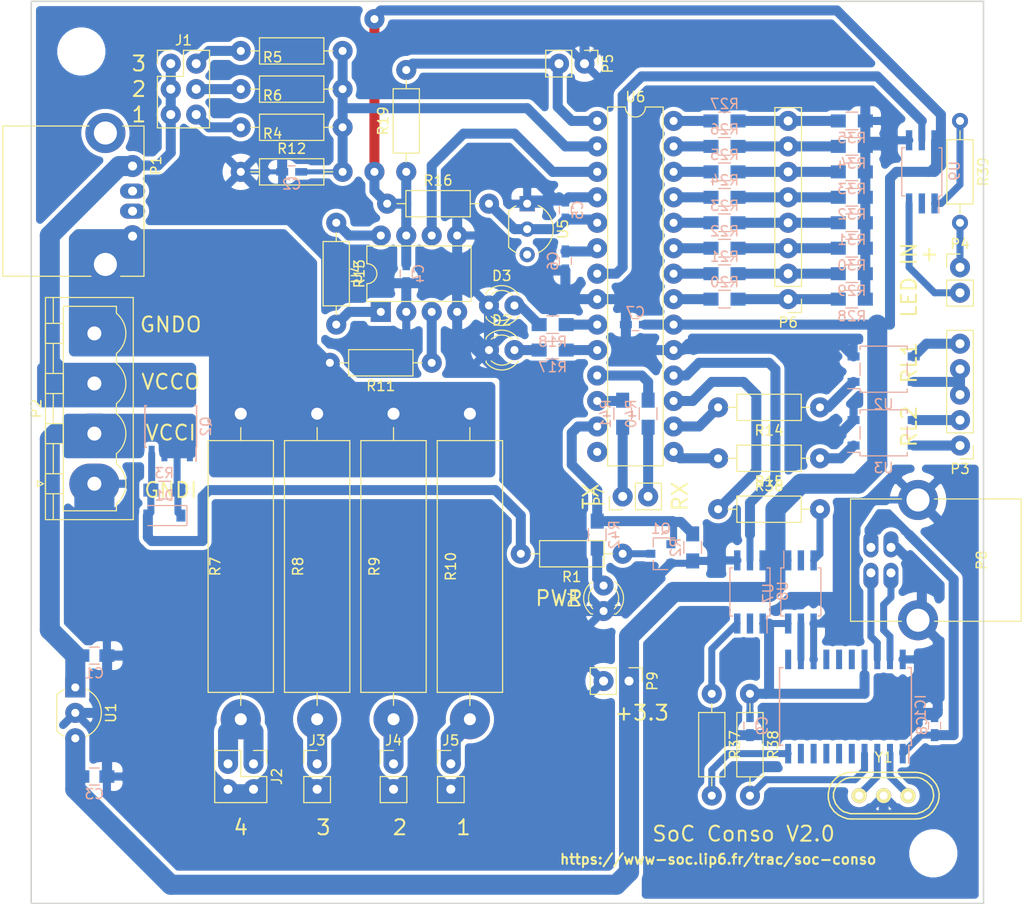
<source format=kicad_pcb>
(kicad_pcb (version 20171130) (host pcbnew 5.1.2)

  (general
    (thickness 1.6)
    (drawings 25)
    (tracks 454)
    (zones 0)
    (modules 86)
    (nets 75)
  )

  (page A4)
  (layers
    (0 F.Cu signal)
    (31 B.Cu signal)
    (32 B.Adhes user)
    (33 F.Adhes user)
    (34 B.Paste user)
    (35 F.Paste user)
    (36 B.SilkS user)
    (37 F.SilkS user)
    (38 B.Mask user)
    (39 F.Mask user)
    (40 Dwgs.User user)
    (41 Cmts.User user)
    (42 Eco1.User user)
    (43 Eco2.User user)
    (44 Edge.Cuts user)
    (45 Margin user)
    (46 B.CrtYd user)
    (47 F.CrtYd user)
    (48 B.Fab user)
    (49 F.Fab user)
  )

  (setup
    (last_trace_width 2)
    (user_trace_width 0.7)
    (user_trace_width 0.8)
    (user_trace_width 0.9)
    (user_trace_width 1)
    (user_trace_width 2)
    (user_trace_width 4)
    (trace_clearance 0.4)
    (zone_clearance 0.4)
    (zone_45_only no)
    (trace_min 0.5)
    (via_size 1)
    (via_drill 0.8)
    (via_min_size 0.8)
    (via_min_drill 0.5)
    (user_via 0.8 0.5)
    (user_via 1 0.6)
    (user_via 1.7 0.8)
    (user_via 2 0.8)
    (user_via 2 1)
    (uvia_size 0.3)
    (uvia_drill 0.1)
    (uvias_allowed no)
    (uvia_min_size 0.2)
    (uvia_min_drill 0.1)
    (edge_width 0.15)
    (segment_width 0.2)
    (pcb_text_width 0.3)
    (pcb_text_size 1.5 1.5)
    (mod_edge_width 0.15)
    (mod_text_size 1 1)
    (mod_text_width 0.15)
    (pad_size 4 4)
    (pad_drill 4)
    (pad_to_mask_clearance 0.2)
    (aux_axis_origin 0 0)
    (visible_elements FFFFFF1F)
    (pcbplotparams
      (layerselection 0x01000_fffffffe)
      (usegerberextensions false)
      (usegerberattributes false)
      (usegerberadvancedattributes false)
      (creategerberjobfile false)
      (excludeedgelayer false)
      (linewidth 0.200000)
      (plotframeref false)
      (viasonmask false)
      (mode 1)
      (useauxorigin false)
      (hpglpennumber 1)
      (hpglpenspeed 20)
      (hpglpendiameter 15.000000)
      (psnegative false)
      (psa4output false)
      (plotreference false)
      (plotvalue false)
      (plotinvisibletext false)
      (padsonsilk false)
      (subtractmaskfromsilk false)
      (outputformat 1)
      (mirror false)
      (drillshape 0)
      (scaleselection 1)
      (outputdirectory ""))
  )

  (net 0 "")
  (net 1 GND)
  (net 2 +3V3)
  (net 3 "Net-(C5-Pad1)")
  (net 4 "Net-(D1-Pad2)")
  (net 5 "Net-(D2-Pad2)")
  (net 6 "Net-(IC1-Pad2)")
  (net 7 "Net-(IC1-Pad3)")
  (net 8 "Net-(IC1-Pad4)")
  (net 9 "Net-(IC1-Pad10)")
  (net 10 "Net-(IC1-Pad12)")
  (net 11 "Net-(IC1-Pad18)")
  (net 12 "Net-(IC1-Pad19)")
  (net 13 "Net-(J1-Pad2)")
  (net 14 "Net-(J1-Pad4)")
  (net 15 "Net-(J1-Pad6)")
  (net 16 "Net-(P3-Pad1)")
  (net 17 "Net-(P3-Pad2)")
  (net 18 "Net-(P4-Pad1)")
  (net 19 "Net-(P4-Pad2)")
  (net 20 "Net-(P5-Pad2)")
  (net 21 "Net-(R13-Pad2)")
  (net 22 "Net-(P7-Pad2)")
  (net 23 /VCCO)
  (net 24 /GNDO)
  (net 25 "Net-(J3-Pad1)")
  (net 26 "Net-(J4-Pad1)")
  (net 27 "Net-(J5-Pad1)")
  (net 28 "Net-(C2-Pad2)")
  (net 29 "Net-(C6-Pad1)")
  (net 30 GNDD)
  (net 31 /VCC_USB)
  (net 32 /3.3V_USB)
  (net 33 "Net-(D3-Pad2)")
  (net 34 "Net-(J2-Pad1)")
  (net 35 "Net-(P6-Pad1)")
  (net 36 "Net-(P6-Pad2)")
  (net 37 "Net-(P6-Pad3)")
  (net 38 "Net-(P6-Pad4)")
  (net 39 "Net-(P7-Pad1)")
  (net 40 PWR_ON)
  (net 41 "Net-(Q1-Pad3)")
  (net 42 "Net-(R11-Pad1)")
  (net 43 "Net-(R13-Pad1)")
  (net 44 "Net-(R14-Pad1)")
  (net 45 RL1)
  (net 46 "Net-(R15-Pad1)")
  (net 47 RL2)
  (net 48 "Net-(R17-Pad2)")
  (net 49 "Net-(R18-Pad2)")
  (net 50 "Net-(R20-Pad2)")
  (net 51 "Net-(R21-Pad2)")
  (net 52 "Net-(R22-Pad2)")
  (net 53 "Net-(R23-Pad2)")
  (net 54 "Net-(R24-Pad2)")
  (net 55 "Net-(U4-Pad6)")
  (net 56 "Net-(U6-Pad18)")
  (net 57 /VCCI)
  (net 58 "Net-(U6-Pad7)")
  (net 59 "Net-(P3-Pad3)")
  (net 60 "Net-(P3-Pad5)")
  (net 61 "Net-(R25-Pad2)")
  (net 62 "Net-(R26-Pad2)")
  (net 63 "Net-(R27-Pad2)")
  (net 64 "Net-(R36-Pad1)")
  (net 65 "Net-(R36-Pad2)")
  (net 66 "Net-(R37-Pad1)")
  (net 67 "Net-(P6-Pad5)")
  (net 68 "Net-(P6-Pad6)")
  (net 69 "Net-(P6-Pad7)")
  (net 70 "Net-(P6-Pad8)")
  (net 71 "Net-(R39-Pad1)")
  (net 72 "Net-(R40-Pad1)")
  (net 73 "Net-(R41-Pad1)")
  (net 74 "Net-(D4-Pad2)")

  (net_class Default "Ceci est la Netclass par défaut"
    (clearance 0.4)
    (trace_width 0.5)
    (via_dia 1)
    (via_drill 0.8)
    (uvia_dia 0.3)
    (uvia_drill 0.1)
    (add_net +3V3)
    (add_net /3.3V_USB)
    (add_net /GNDO)
    (add_net /VCCI)
    (add_net /VCCO)
    (add_net /VCC_USB)
    (add_net GND)
    (add_net GNDD)
    (add_net "Net-(C2-Pad2)")
    (add_net "Net-(C5-Pad1)")
    (add_net "Net-(C6-Pad1)")
    (add_net "Net-(D1-Pad2)")
    (add_net "Net-(D2-Pad2)")
    (add_net "Net-(D3-Pad2)")
    (add_net "Net-(D4-Pad2)")
    (add_net "Net-(IC1-Pad10)")
    (add_net "Net-(IC1-Pad12)")
    (add_net "Net-(IC1-Pad18)")
    (add_net "Net-(IC1-Pad19)")
    (add_net "Net-(IC1-Pad2)")
    (add_net "Net-(IC1-Pad3)")
    (add_net "Net-(IC1-Pad4)")
    (add_net "Net-(J1-Pad2)")
    (add_net "Net-(J1-Pad4)")
    (add_net "Net-(J1-Pad6)")
    (add_net "Net-(J2-Pad1)")
    (add_net "Net-(J3-Pad1)")
    (add_net "Net-(J4-Pad1)")
    (add_net "Net-(J5-Pad1)")
    (add_net "Net-(P3-Pad1)")
    (add_net "Net-(P3-Pad2)")
    (add_net "Net-(P3-Pad3)")
    (add_net "Net-(P3-Pad5)")
    (add_net "Net-(P4-Pad1)")
    (add_net "Net-(P4-Pad2)")
    (add_net "Net-(P5-Pad2)")
    (add_net "Net-(P6-Pad1)")
    (add_net "Net-(P6-Pad2)")
    (add_net "Net-(P6-Pad3)")
    (add_net "Net-(P6-Pad4)")
    (add_net "Net-(P6-Pad5)")
    (add_net "Net-(P6-Pad6)")
    (add_net "Net-(P6-Pad7)")
    (add_net "Net-(P6-Pad8)")
    (add_net "Net-(P7-Pad1)")
    (add_net "Net-(P7-Pad2)")
    (add_net "Net-(Q1-Pad3)")
    (add_net "Net-(R11-Pad1)")
    (add_net "Net-(R13-Pad1)")
    (add_net "Net-(R13-Pad2)")
    (add_net "Net-(R14-Pad1)")
    (add_net "Net-(R15-Pad1)")
    (add_net "Net-(R17-Pad2)")
    (add_net "Net-(R18-Pad2)")
    (add_net "Net-(R20-Pad2)")
    (add_net "Net-(R21-Pad2)")
    (add_net "Net-(R22-Pad2)")
    (add_net "Net-(R23-Pad2)")
    (add_net "Net-(R24-Pad2)")
    (add_net "Net-(R25-Pad2)")
    (add_net "Net-(R26-Pad2)")
    (add_net "Net-(R27-Pad2)")
    (add_net "Net-(R36-Pad1)")
    (add_net "Net-(R36-Pad2)")
    (add_net "Net-(R37-Pad1)")
    (add_net "Net-(R39-Pad1)")
    (add_net "Net-(R40-Pad1)")
    (add_net "Net-(R41-Pad1)")
    (add_net "Net-(U4-Pad6)")
    (add_net "Net-(U6-Pad18)")
    (add_net "Net-(U6-Pad7)")
    (add_net PWR_ON)
    (add_net RL1)
    (add_net RL2)
  )

  (net_class power ""
    (clearance 1)
    (trace_width 1)
    (via_dia 1)
    (via_drill 0.8)
    (uvia_dia 0.3)
    (uvia_drill 0.1)
  )

  (net_class power2 ""
    (clearance 1)
    (trace_width 4)
    (via_dia 1)
    (via_drill 0.8)
    (uvia_dia 0.3)
    (uvia_drill 0.1)
  )

  (net_class powermedium ""
    (clearance 1)
    (trace_width 0.5)
    (via_dia 1)
    (via_drill 0.8)
    (uvia_dia 0.3)
    (uvia_drill 0.1)
  )

  (net_class powersmall ""
    (clearance 0.9)
    (trace_width 0.5)
    (via_dia 1)
    (via_drill 0.8)
    (uvia_dia 0.3)
    (uvia_drill 0.1)
  )

  (module Resistors_THT:R_Axial_Power_L25.0mm_W6.4mm_P30.48mm (layer F.Cu) (tedit 5CE2E5C6) (tstamp 5CE2B5BB)
    (at 128.905 134.62 90)
    (descr "Resistor, Axial_Power series, Axial, Horizontal, pin pitch=30.48mm, 5W, length*diameter=25*6.4mm^2, http://cdn-reichelt.de/documents/datenblatt/B400/5WAXIAL_9WAXIAL_11WAXIAL_17WAXIAL%23YAG.pdf")
    (tags "Resistor Axial_Power series Axial Horizontal pin pitch 30.48mm 5W length 25mm diameter 6.4mm")
    (path /5CDAAD6A)
    (fp_text reference R7 (at 15.24 -2.54 90) (layer F.SilkS)
      (effects (font (size 1 1) (thickness 0.15)))
    )
    (fp_text value 0.02 (at 15.24 2.54 90) (layer F.Fab)
      (effects (font (size 1 1) (thickness 0.15)))
    )
    (fp_line (start 2.74 -3.2) (end 2.74 3.2) (layer F.Fab) (width 0.1))
    (fp_line (start 2.74 3.2) (end 27.74 3.2) (layer F.Fab) (width 0.1))
    (fp_line (start 27.74 3.2) (end 27.74 -3.2) (layer F.Fab) (width 0.1))
    (fp_line (start 27.74 -3.2) (end 2.74 -3.2) (layer F.Fab) (width 0.1))
    (fp_line (start 0 0) (end 2.74 0) (layer F.Fab) (width 0.1))
    (fp_line (start 30.48 0) (end 27.74 0) (layer F.Fab) (width 0.1))
    (fp_line (start 2.68 -3.26) (end 2.68 3.26) (layer F.SilkS) (width 0.12))
    (fp_line (start 2.68 3.26) (end 27.8 3.26) (layer F.SilkS) (width 0.12))
    (fp_line (start 27.8 3.26) (end 27.8 -3.26) (layer F.SilkS) (width 0.12))
    (fp_line (start 27.8 -3.26) (end 2.68 -3.26) (layer F.SilkS) (width 0.12))
    (fp_line (start 1.38 0) (end 2.68 0) (layer F.SilkS) (width 0.12))
    (fp_line (start 29.1 0) (end 27.8 0) (layer F.SilkS) (width 0.12))
    (fp_line (start -1.45 -3.55) (end -1.45 3.55) (layer F.CrtYd) (width 0.05))
    (fp_line (start -1.45 3.55) (end 31.95 3.55) (layer F.CrtYd) (width 0.05))
    (fp_line (start 31.95 3.55) (end 31.95 -3.55) (layer F.CrtYd) (width 0.05))
    (fp_line (start 31.95 -3.55) (end -1.45 -3.55) (layer F.CrtYd) (width 0.05))
    (pad 1 thru_hole circle (at 0 0 90) (size 4 4) (drill 1.2) (layers *.Cu *.Mask)
      (net 34 "Net-(J2-Pad1)"))
    (pad 2 thru_hole circle (at 30.48 0 90) (size 4 4) (drill 1.2) (layers *.Cu *.Mask)
      (net 24 /GNDO))
    (model ${KISYS3DMOD}/Resistors_THT.3dshapes/R_Axial_Power_L25.0mm_W6.4mm_P30.48mm.wrl
      (at (xyz 0 0 0))
      (scale (xyz 0.393701 0.393701 0.393701))
      (rotate (xyz 0 0 0))
    )
  )

  (module Connectors_Phoenix:PhoenixContact_MSTBVA-G_04x5.00mm_Vertical (layer F.Cu) (tedit 5CE2DD36) (tstamp 5CE2B279)
    (at 114.3 111.125 90)
    (descr "Generic Phoenix Contact connector footprint for series: MSTBVA-G; number of pins: 04; pin pitch: 5.00mm; Vertical || order number: 1755532 12A || order number: 1924211 16A (HC)")
    (tags "phoenix_contact connector MSTBVA_01x04_G_5.00mm")
    (path /585D7BFD)
    (fp_text reference P2 (at 7.5 -5.8 90) (layer F.SilkS)
      (effects (font (size 1 1) (thickness 0.15)))
    )
    (fp_text value CONN_01X04 (at 7.5 4.8 90) (layer F.Fab)
      (effects (font (size 1 1) (thickness 0.15)))
    )
    (fp_arc (start 0 0.55) (end -2 2.2) (angle -100.5) (layer F.SilkS) (width 0.12))
    (fp_arc (start 5 0.55) (end 3 2.2) (angle -100.5) (layer F.SilkS) (width 0.12))
    (fp_arc (start 10 0.55) (end 8 2.2) (angle -100.5) (layer F.SilkS) (width 0.12))
    (fp_arc (start 15 0.55) (end 13 2.2) (angle -100.5) (layer F.SilkS) (width 0.12))
    (fp_line (start -3.58 -4.88) (end -3.58 3.88) (layer F.SilkS) (width 0.12))
    (fp_line (start -3.58 3.88) (end 18.58 3.88) (layer F.SilkS) (width 0.12))
    (fp_line (start 18.58 3.88) (end 18.58 -4.88) (layer F.SilkS) (width 0.12))
    (fp_line (start 18.58 -4.88) (end -3.58 -4.88) (layer F.SilkS) (width 0.12))
    (fp_line (start -3.5 -4.8) (end -3.5 3.8) (layer F.Fab) (width 0.1))
    (fp_line (start -3.5 3.8) (end 18.5 3.8) (layer F.Fab) (width 0.1))
    (fp_line (start 18.5 3.8) (end 18.5 -4.8) (layer F.Fab) (width 0.1))
    (fp_line (start 18.5 -4.8) (end -3.5 -4.8) (layer F.Fab) (width 0.1))
    (fp_line (start -3.58 -4.1) (end -1.08 -4.1) (layer F.SilkS) (width 0.12))
    (fp_line (start 18.58 -4.1) (end 16.08 -4.1) (layer F.SilkS) (width 0.12))
    (fp_line (start 1 -4.1) (end 4 -4.1) (layer F.SilkS) (width 0.12))
    (fp_line (start 6 -4.1) (end 9 -4.1) (layer F.SilkS) (width 0.12))
    (fp_line (start 11 -4.1) (end 14 -4.1) (layer F.SilkS) (width 0.12))
    (fp_line (start -1 -3.1) (end -1 -4.88) (layer F.SilkS) (width 0.12))
    (fp_line (start -1 -4.88) (end 1 -4.88) (layer F.SilkS) (width 0.12))
    (fp_line (start 1 -4.88) (end 1 -3.1) (layer F.SilkS) (width 0.12))
    (fp_line (start 1 -3.1) (end -1 -3.1) (layer F.SilkS) (width 0.12))
    (fp_line (start 4 -3.1) (end 4 -4.88) (layer F.SilkS) (width 0.12))
    (fp_line (start 4 -4.88) (end 6 -4.88) (layer F.SilkS) (width 0.12))
    (fp_line (start 6 -4.88) (end 6 -3.1) (layer F.SilkS) (width 0.12))
    (fp_line (start 6 -3.1) (end 4 -3.1) (layer F.SilkS) (width 0.12))
    (fp_line (start 9 -3.1) (end 9 -4.88) (layer F.SilkS) (width 0.12))
    (fp_line (start 9 -4.88) (end 11 -4.88) (layer F.SilkS) (width 0.12))
    (fp_line (start 11 -4.88) (end 11 -3.1) (layer F.SilkS) (width 0.12))
    (fp_line (start 11 -3.1) (end 9 -3.1) (layer F.SilkS) (width 0.12))
    (fp_line (start 14 -3.1) (end 14 -4.88) (layer F.SilkS) (width 0.12))
    (fp_line (start 14 -4.88) (end 16 -4.88) (layer F.SilkS) (width 0.12))
    (fp_line (start 16 -4.88) (end 16 -3.1) (layer F.SilkS) (width 0.12))
    (fp_line (start 16 -3.1) (end 14 -3.1) (layer F.SilkS) (width 0.12))
    (fp_line (start 2 2.2) (end 3 2.2) (layer F.SilkS) (width 0.12))
    (fp_line (start 7 2.2) (end 8 2.2) (layer F.SilkS) (width 0.12))
    (fp_line (start 12 2.2) (end 13 2.2) (layer F.SilkS) (width 0.12))
    (fp_line (start -2 2.2) (end -2.7 2.2) (layer F.SilkS) (width 0.12))
    (fp_line (start -2.7 2.2) (end -2.7 -3.1) (layer F.SilkS) (width 0.12))
    (fp_line (start -2.7 -3.1) (end 17.7 -3.1) (layer F.SilkS) (width 0.12))
    (fp_line (start 17.7 -3.1) (end 17.7 2.2) (layer F.SilkS) (width 0.12))
    (fp_line (start 17.7 2.2) (end 17 2.2) (layer F.SilkS) (width 0.12))
    (fp_line (start -4 -5.3) (end -4 4.3) (layer F.CrtYd) (width 0.05))
    (fp_line (start -4 4.3) (end 19 4.3) (layer F.CrtYd) (width 0.05))
    (fp_line (start 19 4.3) (end 19 -5.3) (layer F.CrtYd) (width 0.05))
    (fp_line (start 19 -5.3) (end -4 -5.3) (layer F.CrtYd) (width 0.05))
    (fp_line (start 0.3 -5.68) (end 0 -5.08) (layer F.SilkS) (width 0.12))
    (fp_line (start 0 -5.08) (end -0.3 -5.68) (layer F.SilkS) (width 0.12))
    (fp_line (start -0.3 -5.68) (end 0.3 -5.68) (layer F.SilkS) (width 0.12))
    (fp_line (start 0.5 -3.55) (end 0 -2.55) (layer F.Fab) (width 0.1))
    (fp_line (start 0 -2.55) (end -0.5 -3.55) (layer F.Fab) (width 0.1))
    (fp_line (start -0.5 -3.55) (end 0.5 -3.55) (layer F.Fab) (width 0.1))
    (fp_text user %R (at 7.5 -3 90) (layer F.Fab)
      (effects (font (size 1 1) (thickness 0.15)))
    )
    (pad 1 thru_hole oval (at 0 0 90) (size 4 5) (drill 1.4) (layers *.Cu *.Mask)
      (net 1 GND))
    (pad 2 thru_hole oval (at 5 0 90) (size 4 5) (drill 1.4) (layers *.Cu *.Mask)
      (net 57 /VCCI))
    (pad 3 thru_hole oval (at 10 0 90) (size 4 5) (drill 1.4) (layers *.Cu *.Mask)
      (net 23 /VCCO))
    (pad 4 thru_hole oval (at 15 0 90) (size 4 5) (drill 1.4) (layers *.Cu *.Mask)
      (net 24 /GNDO))
    (model ${KISYS3DMOD}/Connectors_Phoenix.3dshapes/PhoenixContact_MSTBVA-G_04x5.00mm_Vertical.wrl
      (at (xyz 0 0 0))
      (scale (xyz 1 1 1))
      (rotate (xyz 0 0 0))
    )
  )

  (module Mounting_Holes:MountingHole_3.2mm_M3_DIN965 (layer F.Cu) (tedit 5CE3CA5D) (tstamp 5CE3CD17)
    (at 198 148)
    (descr "Mounting Hole 3.2mm, no annular, M3, DIN965")
    (tags "mounting hole 3.2mm no annular m3 din965")
    (fp_text reference REF** (at 0 -3.8) (layer F.SilkS) hide
      (effects (font (size 1 1) (thickness 0.15)))
    )
    (fp_text value MountingHole_3.2mm_M3_DIN965 (at 0 3.8) (layer F.Fab) hide
      (effects (font (size 1 1) (thickness 0.15)))
    )
    (fp_circle (center 0 0) (end 2.8 0) (layer Cmts.User) (width 0.15))
    (fp_circle (center 0 0) (end 3.05 0) (layer F.CrtYd) (width 0.05))
    (pad 1 np_thru_hole circle (at 0 0) (size 4 4) (drill 4) (layers *.Cu *.Mask))
  )

  (module Mounting_Holes:MountingHole_3.2mm_M3_DIN965 (layer F.Cu) (tedit 5D03A452) (tstamp 5CE3CD09)
    (at 198 68)
    (descr "Mounting Hole 3.2mm, no annular, M3, DIN965")
    (tags "mounting hole 3.2mm no annular m3 din965")
    (fp_text reference REF** (at 0 -3.8) (layer F.SilkS) hide
      (effects (font (size 1 1) (thickness 0.15)))
    )
    (fp_text value MountingHole_3.2mm_M3_DIN965 (at 0 3.8) (layer F.Fab) hide
      (effects (font (size 1 1) (thickness 0.15)))
    )
    (fp_circle (center 0 0) (end 2.8 0) (layer Cmts.User) (width 0.15))
    (fp_circle (center 0 0) (end 3.05 0) (layer F.CrtYd) (width 0.05))
    (pad "" np_thru_hole circle (at 0 0) (size 4 4) (drill 4) (layers *.Cu *.Mask))
  )

  (module Mounting_Holes:MountingHole_3.2mm_M3_DIN965 (layer F.Cu) (tedit 5CE3CA5D) (tstamp 5CE3CCF4)
    (at 113 148)
    (descr "Mounting Hole 3.2mm, no annular, M3, DIN965")
    (tags "mounting hole 3.2mm no annular m3 din965")
    (fp_text reference REF** (at 0 -3.8) (layer F.SilkS) hide
      (effects (font (size 1 1) (thickness 0.15)))
    )
    (fp_text value MountingHole_3.2mm_M3_DIN965 (at 0 3.8) (layer F.Fab) hide
      (effects (font (size 1 1) (thickness 0.15)))
    )
    (fp_circle (center 0 0) (end 2.8 0) (layer Cmts.User) (width 0.15))
    (fp_circle (center 0 0) (end 3.05 0) (layer F.CrtYd) (width 0.05))
    (pad 1 np_thru_hole circle (at 0 0) (size 4 4) (drill 4) (layers *.Cu *.Mask))
  )

  (module Housings_SOIC:SOIC-20W_7.5x12.8mm_Pitch1.27mm (layer B.Cu) (tedit 58CC8F64) (tstamp 5CE2B243)
    (at 189.23 133.35 90)
    (descr "20-Lead Plastic Small Outline (SO) - Wide, 7.50 mm Body [SOIC] (see Microchip Packaging Specification 00000049BS.pdf)")
    (tags "SOIC 1.27")
    (path /58909768)
    (attr smd)
    (fp_text reference IC1 (at 0 7.5 90) (layer B.SilkS)
      (effects (font (size 1 1) (thickness 0.15)) (justify mirror))
    )
    (fp_text value MCP2200 (at 0 -7.5 90) (layer B.Fab)
      (effects (font (size 1 1) (thickness 0.15)) (justify mirror))
    )
    (fp_text user %R (at 0 0 90) (layer B.Fab)
      (effects (font (size 1 1) (thickness 0.15)) (justify mirror))
    )
    (fp_line (start -2.75 6.4) (end 3.75 6.4) (layer B.Fab) (width 0.15))
    (fp_line (start 3.75 6.4) (end 3.75 -6.4) (layer B.Fab) (width 0.15))
    (fp_line (start 3.75 -6.4) (end -3.75 -6.4) (layer B.Fab) (width 0.15))
    (fp_line (start -3.75 -6.4) (end -3.75 5.4) (layer B.Fab) (width 0.15))
    (fp_line (start -3.75 5.4) (end -2.75 6.4) (layer B.Fab) (width 0.15))
    (fp_line (start -5.95 6.75) (end -5.95 -6.75) (layer B.CrtYd) (width 0.05))
    (fp_line (start 5.95 6.75) (end 5.95 -6.75) (layer B.CrtYd) (width 0.05))
    (fp_line (start -5.95 6.75) (end 5.95 6.75) (layer B.CrtYd) (width 0.05))
    (fp_line (start -5.95 -6.75) (end 5.95 -6.75) (layer B.CrtYd) (width 0.05))
    (fp_line (start -3.875 6.575) (end -3.875 6.325) (layer B.SilkS) (width 0.15))
    (fp_line (start 3.875 6.575) (end 3.875 6.24) (layer B.SilkS) (width 0.15))
    (fp_line (start 3.875 -6.575) (end 3.875 -6.24) (layer B.SilkS) (width 0.15))
    (fp_line (start -3.875 -6.575) (end -3.875 -6.24) (layer B.SilkS) (width 0.15))
    (fp_line (start -3.875 6.575) (end 3.875 6.575) (layer B.SilkS) (width 0.15))
    (fp_line (start -3.875 -6.575) (end 3.875 -6.575) (layer B.SilkS) (width 0.15))
    (fp_line (start -3.875 6.325) (end -5.675 6.325) (layer B.SilkS) (width 0.15))
    (pad 1 smd rect (at -4.7 5.715 90) (size 1.95 0.6) (layers B.Cu B.Paste B.Mask)
      (net 31 /VCC_USB))
    (pad 2 smd rect (at -4.7 4.445 90) (size 1.95 0.6) (layers B.Cu B.Paste B.Mask)
      (net 6 "Net-(IC1-Pad2)"))
    (pad 3 smd rect (at -4.7 3.175 90) (size 1.95 0.6) (layers B.Cu B.Paste B.Mask)
      (net 7 "Net-(IC1-Pad3)"))
    (pad 4 smd rect (at -4.7 1.905 90) (size 1.95 0.6) (layers B.Cu B.Paste B.Mask)
      (net 8 "Net-(IC1-Pad4)"))
    (pad 5 smd rect (at -4.7 0.635 90) (size 1.95 0.6) (layers B.Cu B.Paste B.Mask))
    (pad 6 smd rect (at -4.7 -0.635 90) (size 1.95 0.6) (layers B.Cu B.Paste B.Mask))
    (pad 7 smd rect (at -4.7 -1.905 90) (size 1.95 0.6) (layers B.Cu B.Paste B.Mask))
    (pad 8 smd rect (at -4.7 -3.175 90) (size 1.95 0.6) (layers B.Cu B.Paste B.Mask))
    (pad 9 smd rect (at -4.7 -4.445 90) (size 1.95 0.6) (layers B.Cu B.Paste B.Mask))
    (pad 10 smd rect (at -4.7 -5.715 90) (size 1.95 0.6) (layers B.Cu B.Paste B.Mask)
      (net 9 "Net-(IC1-Pad10)"))
    (pad 11 smd rect (at 4.7 -5.715 90) (size 1.95 0.6) (layers B.Cu B.Paste B.Mask))
    (pad 12 smd rect (at 4.7 -4.445 90) (size 1.95 0.6) (layers B.Cu B.Paste B.Mask)
      (net 10 "Net-(IC1-Pad12)"))
    (pad 13 smd rect (at 4.7 -3.175 90) (size 1.95 0.6) (layers B.Cu B.Paste B.Mask)
      (net 30 GNDD))
    (pad 14 smd rect (at 4.7 -1.905 90) (size 1.95 0.6) (layers B.Cu B.Paste B.Mask))
    (pad 15 smd rect (at 4.7 -0.635 90) (size 1.95 0.6) (layers B.Cu B.Paste B.Mask))
    (pad 16 smd rect (at 4.7 0.635 90) (size 1.95 0.6) (layers B.Cu B.Paste B.Mask))
    (pad 17 smd rect (at 4.7 1.905 90) (size 1.95 0.6) (layers B.Cu B.Paste B.Mask)
      (net 32 /3.3V_USB))
    (pad 18 smd rect (at 4.7 3.175 90) (size 1.95 0.6) (layers B.Cu B.Paste B.Mask)
      (net 11 "Net-(IC1-Pad18)"))
    (pad 19 smd rect (at 4.7 4.445 90) (size 1.95 0.6) (layers B.Cu B.Paste B.Mask)
      (net 12 "Net-(IC1-Pad19)"))
    (pad 20 smd rect (at 4.7 5.715 90) (size 1.95 0.6) (layers B.Cu B.Paste B.Mask)
      (net 30 GNDD))
    (model ${KISYS3DMOD}/Housings_SOIC.3dshapes/SOIC-20W_7.5x12.8mm_Pitch1.27mm.wrl
      (at (xyz 0 0 0))
      (scale (xyz 1 1 1))
      (rotate (xyz 0 0 0))
    )
  )

  (module Capacitors_SMD:C_0805_HandSoldering (layer B.Cu) (tedit 58AA84A8) (tstamp 5CE2B1E9)
    (at 114.3 128.27)
    (descr "Capacitor SMD 0805, hand soldering")
    (tags "capacitor 0805")
    (path /585D46D4)
    (attr smd)
    (fp_text reference C1 (at 0 1.75) (layer B.SilkS)
      (effects (font (size 1 1) (thickness 0.15)) (justify mirror))
    )
    (fp_text value 10µF (at 0 -1.75) (layer B.Fab)
      (effects (font (size 1 1) (thickness 0.15)) (justify mirror))
    )
    (fp_text user %R (at 0 1.75) (layer B.Fab)
      (effects (font (size 1 1) (thickness 0.15)) (justify mirror))
    )
    (fp_line (start -1 -0.62) (end -1 0.62) (layer B.Fab) (width 0.1))
    (fp_line (start 1 -0.62) (end -1 -0.62) (layer B.Fab) (width 0.1))
    (fp_line (start 1 0.62) (end 1 -0.62) (layer B.Fab) (width 0.1))
    (fp_line (start -1 0.62) (end 1 0.62) (layer B.Fab) (width 0.1))
    (fp_line (start 0.5 0.85) (end -0.5 0.85) (layer B.SilkS) (width 0.12))
    (fp_line (start -0.5 -0.85) (end 0.5 -0.85) (layer B.SilkS) (width 0.12))
    (fp_line (start -2.25 0.88) (end 2.25 0.88) (layer B.CrtYd) (width 0.05))
    (fp_line (start -2.25 0.88) (end -2.25 -0.87) (layer B.CrtYd) (width 0.05))
    (fp_line (start 2.25 -0.87) (end 2.25 0.88) (layer B.CrtYd) (width 0.05))
    (fp_line (start 2.25 -0.87) (end -2.25 -0.87) (layer B.CrtYd) (width 0.05))
    (pad 1 smd rect (at -1.25 0) (size 1.5 1.25) (layers B.Cu B.Paste B.Mask)
      (net 57 /VCCI))
    (pad 2 smd rect (at 1.25 0) (size 1.5 1.25) (layers B.Cu B.Paste B.Mask)
      (net 1 GND))
    (model Capacitors_SMD.3dshapes/C_0805.wrl
      (at (xyz 0 0 0))
      (scale (xyz 1 1 1))
      (rotate (xyz 0 0 0))
    )
  )

  (module Capacitors_SMD:C_0603_HandSoldering (layer B.Cu) (tedit 58AA848B) (tstamp 5CE2B1EF)
    (at 133.985 80.01)
    (descr "Capacitor SMD 0603, hand soldering")
    (tags "capacitor 0603")
    (path /585DE645)
    (attr smd)
    (fp_text reference C2 (at 0 1.25) (layer B.SilkS)
      (effects (font (size 1 1) (thickness 0.15)) (justify mirror))
    )
    (fp_text value 100nF (at 0 -1.5) (layer B.Fab)
      (effects (font (size 1 1) (thickness 0.15)) (justify mirror))
    )
    (fp_text user %R (at 0 1.25) (layer B.Fab)
      (effects (font (size 1 1) (thickness 0.15)) (justify mirror))
    )
    (fp_line (start -0.8 -0.4) (end -0.8 0.4) (layer B.Fab) (width 0.1))
    (fp_line (start 0.8 -0.4) (end -0.8 -0.4) (layer B.Fab) (width 0.1))
    (fp_line (start 0.8 0.4) (end 0.8 -0.4) (layer B.Fab) (width 0.1))
    (fp_line (start -0.8 0.4) (end 0.8 0.4) (layer B.Fab) (width 0.1))
    (fp_line (start -0.35 0.6) (end 0.35 0.6) (layer B.SilkS) (width 0.12))
    (fp_line (start 0.35 -0.6) (end -0.35 -0.6) (layer B.SilkS) (width 0.12))
    (fp_line (start -1.8 0.65) (end 1.8 0.65) (layer B.CrtYd) (width 0.05))
    (fp_line (start -1.8 0.65) (end -1.8 -0.65) (layer B.CrtYd) (width 0.05))
    (fp_line (start 1.8 -0.65) (end 1.8 0.65) (layer B.CrtYd) (width 0.05))
    (fp_line (start 1.8 -0.65) (end -1.8 -0.65) (layer B.CrtYd) (width 0.05))
    (pad 1 smd rect (at -0.95 0) (size 1.2 0.75) (layers B.Cu B.Paste B.Mask)
      (net 1 GND))
    (pad 2 smd rect (at 0.95 0) (size 1.2 0.75) (layers B.Cu B.Paste B.Mask)
      (net 28 "Net-(C2-Pad2)"))
    (model Capacitors_SMD.3dshapes/C_0603.wrl
      (at (xyz 0 0 0))
      (scale (xyz 1 1 1))
      (rotate (xyz 0 0 0))
    )
  )

  (module Capacitors_SMD:C_0805_HandSoldering (layer B.Cu) (tedit 58AA84A8) (tstamp 5CE2B1F5)
    (at 114.3 140.335)
    (descr "Capacitor SMD 0805, hand soldering")
    (tags "capacitor 0805")
    (path /585D474A)
    (attr smd)
    (fp_text reference C3 (at 0 1.75) (layer B.SilkS)
      (effects (font (size 1 1) (thickness 0.15)) (justify mirror))
    )
    (fp_text value 10µF (at 0 -1.75) (layer B.Fab)
      (effects (font (size 1 1) (thickness 0.15)) (justify mirror))
    )
    (fp_text user %R (at 0 1.75) (layer B.Fab)
      (effects (font (size 1 1) (thickness 0.15)) (justify mirror))
    )
    (fp_line (start -1 -0.62) (end -1 0.62) (layer B.Fab) (width 0.1))
    (fp_line (start 1 -0.62) (end -1 -0.62) (layer B.Fab) (width 0.1))
    (fp_line (start 1 0.62) (end 1 -0.62) (layer B.Fab) (width 0.1))
    (fp_line (start -1 0.62) (end 1 0.62) (layer B.Fab) (width 0.1))
    (fp_line (start 0.5 0.85) (end -0.5 0.85) (layer B.SilkS) (width 0.12))
    (fp_line (start -0.5 -0.85) (end 0.5 -0.85) (layer B.SilkS) (width 0.12))
    (fp_line (start -2.25 0.88) (end 2.25 0.88) (layer B.CrtYd) (width 0.05))
    (fp_line (start -2.25 0.88) (end -2.25 -0.87) (layer B.CrtYd) (width 0.05))
    (fp_line (start 2.25 -0.87) (end 2.25 0.88) (layer B.CrtYd) (width 0.05))
    (fp_line (start 2.25 -0.87) (end -2.25 -0.87) (layer B.CrtYd) (width 0.05))
    (pad 1 smd rect (at -1.25 0) (size 1.5 1.25) (layers B.Cu B.Paste B.Mask)
      (net 2 +3V3))
    (pad 2 smd rect (at 1.25 0) (size 1.5 1.25) (layers B.Cu B.Paste B.Mask)
      (net 1 GND))
    (model Capacitors_SMD.3dshapes/C_0805.wrl
      (at (xyz 0 0 0))
      (scale (xyz 1 1 1))
      (rotate (xyz 0 0 0))
    )
  )

  (module Capacitors_SMD:C_0603_HandSoldering (layer B.Cu) (tedit 58AA848B) (tstamp 5CE2B1FB)
    (at 145.415 90.17 90)
    (descr "Capacitor SMD 0603, hand soldering")
    (tags "capacitor 0603")
    (path /585D6D9C)
    (attr smd)
    (fp_text reference C4 (at 0 1.25 90) (layer B.SilkS)
      (effects (font (size 1 1) (thickness 0.15)) (justify mirror))
    )
    (fp_text value 100nF (at 0 -1.5 90) (layer B.Fab)
      (effects (font (size 1 1) (thickness 0.15)) (justify mirror))
    )
    (fp_text user %R (at 0 1.25 90) (layer B.Fab)
      (effects (font (size 1 1) (thickness 0.15)) (justify mirror))
    )
    (fp_line (start -0.8 -0.4) (end -0.8 0.4) (layer B.Fab) (width 0.1))
    (fp_line (start 0.8 -0.4) (end -0.8 -0.4) (layer B.Fab) (width 0.1))
    (fp_line (start 0.8 0.4) (end 0.8 -0.4) (layer B.Fab) (width 0.1))
    (fp_line (start -0.8 0.4) (end 0.8 0.4) (layer B.Fab) (width 0.1))
    (fp_line (start -0.35 0.6) (end 0.35 0.6) (layer B.SilkS) (width 0.12))
    (fp_line (start 0.35 -0.6) (end -0.35 -0.6) (layer B.SilkS) (width 0.12))
    (fp_line (start -1.8 0.65) (end 1.8 0.65) (layer B.CrtYd) (width 0.05))
    (fp_line (start -1.8 0.65) (end -1.8 -0.65) (layer B.CrtYd) (width 0.05))
    (fp_line (start 1.8 -0.65) (end 1.8 0.65) (layer B.CrtYd) (width 0.05))
    (fp_line (start 1.8 -0.65) (end -1.8 -0.65) (layer B.CrtYd) (width 0.05))
    (pad 1 smd rect (at -0.95 0 90) (size 1.2 0.75) (layers B.Cu B.Paste B.Mask)
      (net 1 GND))
    (pad 2 smd rect (at 0.95 0 90) (size 1.2 0.75) (layers B.Cu B.Paste B.Mask)
      (net 2 +3V3))
    (model Capacitors_SMD.3dshapes/C_0603.wrl
      (at (xyz 0 0 0))
      (scale (xyz 1 1 1))
      (rotate (xyz 0 0 0))
    )
  )

  (module Capacitors_SMD:C_0603_HandSoldering (layer B.Cu) (tedit 58AA848B) (tstamp 5CE2B201)
    (at 161.29 83.82 90)
    (descr "Capacitor SMD 0603, hand soldering")
    (tags "capacitor 0603")
    (path /585DA2C8)
    (attr smd)
    (fp_text reference C5 (at 0 1.25 90) (layer B.SilkS)
      (effects (font (size 1 1) (thickness 0.15)) (justify mirror))
    )
    (fp_text value 100nF (at 0 -1.5 90) (layer B.Fab)
      (effects (font (size 1 1) (thickness 0.15)) (justify mirror))
    )
    (fp_text user %R (at 0 1.25 90) (layer B.Fab)
      (effects (font (size 1 1) (thickness 0.15)) (justify mirror))
    )
    (fp_line (start -0.8 -0.4) (end -0.8 0.4) (layer B.Fab) (width 0.1))
    (fp_line (start 0.8 -0.4) (end -0.8 -0.4) (layer B.Fab) (width 0.1))
    (fp_line (start 0.8 0.4) (end 0.8 -0.4) (layer B.Fab) (width 0.1))
    (fp_line (start -0.8 0.4) (end 0.8 0.4) (layer B.Fab) (width 0.1))
    (fp_line (start -0.35 0.6) (end 0.35 0.6) (layer B.SilkS) (width 0.12))
    (fp_line (start 0.35 -0.6) (end -0.35 -0.6) (layer B.SilkS) (width 0.12))
    (fp_line (start -1.8 0.65) (end 1.8 0.65) (layer B.CrtYd) (width 0.05))
    (fp_line (start -1.8 0.65) (end -1.8 -0.65) (layer B.CrtYd) (width 0.05))
    (fp_line (start 1.8 -0.65) (end 1.8 0.65) (layer B.CrtYd) (width 0.05))
    (fp_line (start 1.8 -0.65) (end -1.8 -0.65) (layer B.CrtYd) (width 0.05))
    (pad 1 smd rect (at -0.95 0 90) (size 1.2 0.75) (layers B.Cu B.Paste B.Mask)
      (net 3 "Net-(C5-Pad1)"))
    (pad 2 smd rect (at 0.95 0 90) (size 1.2 0.75) (layers B.Cu B.Paste B.Mask)
      (net 1 GND))
    (model Capacitors_SMD.3dshapes/C_0603.wrl
      (at (xyz 0 0 0))
      (scale (xyz 1 1 1))
      (rotate (xyz 0 0 0))
    )
  )

  (module Capacitors_SMD:C_0603_HandSoldering (layer B.Cu) (tedit 58AA848B) (tstamp 5CE2B207)
    (at 161.29 88.9 270)
    (descr "Capacitor SMD 0603, hand soldering")
    (tags "capacitor 0603")
    (path /585D388D)
    (attr smd)
    (fp_text reference C6 (at 0 1.25 270) (layer B.SilkS)
      (effects (font (size 1 1) (thickness 0.15)) (justify mirror))
    )
    (fp_text value 100nF (at 0 -1.5 270) (layer B.Fab)
      (effects (font (size 1 1) (thickness 0.15)) (justify mirror))
    )
    (fp_text user %R (at 0 1.25 270) (layer B.Fab)
      (effects (font (size 1 1) (thickness 0.15)) (justify mirror))
    )
    (fp_line (start -0.8 -0.4) (end -0.8 0.4) (layer B.Fab) (width 0.1))
    (fp_line (start 0.8 -0.4) (end -0.8 -0.4) (layer B.Fab) (width 0.1))
    (fp_line (start 0.8 0.4) (end 0.8 -0.4) (layer B.Fab) (width 0.1))
    (fp_line (start -0.8 0.4) (end 0.8 0.4) (layer B.Fab) (width 0.1))
    (fp_line (start -0.35 0.6) (end 0.35 0.6) (layer B.SilkS) (width 0.12))
    (fp_line (start 0.35 -0.6) (end -0.35 -0.6) (layer B.SilkS) (width 0.12))
    (fp_line (start -1.8 0.65) (end 1.8 0.65) (layer B.CrtYd) (width 0.05))
    (fp_line (start -1.8 0.65) (end -1.8 -0.65) (layer B.CrtYd) (width 0.05))
    (fp_line (start 1.8 -0.65) (end 1.8 0.65) (layer B.CrtYd) (width 0.05))
    (fp_line (start 1.8 -0.65) (end -1.8 -0.65) (layer B.CrtYd) (width 0.05))
    (pad 1 smd rect (at -0.95 0 270) (size 1.2 0.75) (layers B.Cu B.Paste B.Mask)
      (net 29 "Net-(C6-Pad1)"))
    (pad 2 smd rect (at 0.95 0 270) (size 1.2 0.75) (layers B.Cu B.Paste B.Mask)
      (net 1 GND))
    (model Capacitors_SMD.3dshapes/C_0603.wrl
      (at (xyz 0 0 0))
      (scale (xyz 1 1 1))
      (rotate (xyz 0 0 0))
    )
  )

  (module Capacitors_SMD:C_0603_HandSoldering (layer B.Cu) (tedit 58AA848B) (tstamp 5CE2B20D)
    (at 168.275 95.25 180)
    (descr "Capacitor SMD 0603, hand soldering")
    (tags "capacitor 0603")
    (path /585D38C0)
    (attr smd)
    (fp_text reference C7 (at 0 1.25 180) (layer B.SilkS)
      (effects (font (size 1 1) (thickness 0.15)) (justify mirror))
    )
    (fp_text value 100nF (at 0 -1.5 180) (layer B.Fab)
      (effects (font (size 1 1) (thickness 0.15)) (justify mirror))
    )
    (fp_text user %R (at 0 1.25 180) (layer B.Fab)
      (effects (font (size 1 1) (thickness 0.15)) (justify mirror))
    )
    (fp_line (start -0.8 -0.4) (end -0.8 0.4) (layer B.Fab) (width 0.1))
    (fp_line (start 0.8 -0.4) (end -0.8 -0.4) (layer B.Fab) (width 0.1))
    (fp_line (start 0.8 0.4) (end 0.8 -0.4) (layer B.Fab) (width 0.1))
    (fp_line (start -0.8 0.4) (end 0.8 0.4) (layer B.Fab) (width 0.1))
    (fp_line (start -0.35 0.6) (end 0.35 0.6) (layer B.SilkS) (width 0.12))
    (fp_line (start 0.35 -0.6) (end -0.35 -0.6) (layer B.SilkS) (width 0.12))
    (fp_line (start -1.8 0.65) (end 1.8 0.65) (layer B.CrtYd) (width 0.05))
    (fp_line (start -1.8 0.65) (end -1.8 -0.65) (layer B.CrtYd) (width 0.05))
    (fp_line (start 1.8 -0.65) (end 1.8 0.65) (layer B.CrtYd) (width 0.05))
    (fp_line (start 1.8 -0.65) (end -1.8 -0.65) (layer B.CrtYd) (width 0.05))
    (pad 1 smd rect (at -0.95 0 180) (size 1.2 0.75) (layers B.Cu B.Paste B.Mask)
      (net 2 +3V3))
    (pad 2 smd rect (at 0.95 0 180) (size 1.2 0.75) (layers B.Cu B.Paste B.Mask)
      (net 1 GND))
    (model Capacitors_SMD.3dshapes/C_0603.wrl
      (at (xyz 0 0 0))
      (scale (xyz 1 1 1))
      (rotate (xyz 0 0 0))
    )
  )

  (module Capacitors_SMD:C_0603_HandSoldering (layer B.Cu) (tedit 58AA848B) (tstamp 5CE2B213)
    (at 198.12 135.255 270)
    (descr "Capacitor SMD 0603, hand soldering")
    (tags "capacitor 0603")
    (path /5890C279)
    (attr smd)
    (fp_text reference C8 (at 0 1.25 270) (layer B.SilkS)
      (effects (font (size 1 1) (thickness 0.15)) (justify mirror))
    )
    (fp_text value 470nF (at 0 -1.5 270) (layer B.Fab)
      (effects (font (size 1 1) (thickness 0.15)) (justify mirror))
    )
    (fp_text user %R (at 0 1.25 270) (layer B.Fab)
      (effects (font (size 1 1) (thickness 0.15)) (justify mirror))
    )
    (fp_line (start -0.8 -0.4) (end -0.8 0.4) (layer B.Fab) (width 0.1))
    (fp_line (start 0.8 -0.4) (end -0.8 -0.4) (layer B.Fab) (width 0.1))
    (fp_line (start 0.8 0.4) (end 0.8 -0.4) (layer B.Fab) (width 0.1))
    (fp_line (start -0.8 0.4) (end 0.8 0.4) (layer B.Fab) (width 0.1))
    (fp_line (start -0.35 0.6) (end 0.35 0.6) (layer B.SilkS) (width 0.12))
    (fp_line (start 0.35 -0.6) (end -0.35 -0.6) (layer B.SilkS) (width 0.12))
    (fp_line (start -1.8 0.65) (end 1.8 0.65) (layer B.CrtYd) (width 0.05))
    (fp_line (start -1.8 0.65) (end -1.8 -0.65) (layer B.CrtYd) (width 0.05))
    (fp_line (start 1.8 -0.65) (end 1.8 0.65) (layer B.CrtYd) (width 0.05))
    (fp_line (start 1.8 -0.65) (end -1.8 -0.65) (layer B.CrtYd) (width 0.05))
    (pad 1 smd rect (at -0.95 0 270) (size 1.2 0.75) (layers B.Cu B.Paste B.Mask)
      (net 30 GNDD))
    (pad 2 smd rect (at 0.95 0 270) (size 1.2 0.75) (layers B.Cu B.Paste B.Mask)
      (net 31 /VCC_USB))
    (model Capacitors_SMD.3dshapes/C_0603.wrl
      (at (xyz 0 0 0))
      (scale (xyz 1 1 1))
      (rotate (xyz 0 0 0))
    )
  )

  (module Capacitors_SMD:C_0603_HandSoldering (layer B.Cu) (tedit 58AA848B) (tstamp 5CE2B219)
    (at 179.705 135.255 90)
    (descr "Capacitor SMD 0603, hand soldering")
    (tags "capacitor 0603")
    (path /5CE2F499)
    (attr smd)
    (fp_text reference C9 (at 0 1.25 90) (layer B.SilkS)
      (effects (font (size 1 1) (thickness 0.15)) (justify mirror))
    )
    (fp_text value 100nF (at 0 -1.5 90) (layer B.Fab)
      (effects (font (size 1 1) (thickness 0.15)) (justify mirror))
    )
    (fp_text user %R (at 0 1.25 90) (layer B.Fab)
      (effects (font (size 1 1) (thickness 0.15)) (justify mirror))
    )
    (fp_line (start -0.8 -0.4) (end -0.8 0.4) (layer B.Fab) (width 0.1))
    (fp_line (start 0.8 -0.4) (end -0.8 -0.4) (layer B.Fab) (width 0.1))
    (fp_line (start 0.8 0.4) (end 0.8 -0.4) (layer B.Fab) (width 0.1))
    (fp_line (start -0.8 0.4) (end 0.8 0.4) (layer B.Fab) (width 0.1))
    (fp_line (start -0.35 0.6) (end 0.35 0.6) (layer B.SilkS) (width 0.12))
    (fp_line (start 0.35 -0.6) (end -0.35 -0.6) (layer B.SilkS) (width 0.12))
    (fp_line (start -1.8 0.65) (end 1.8 0.65) (layer B.CrtYd) (width 0.05))
    (fp_line (start -1.8 0.65) (end -1.8 -0.65) (layer B.CrtYd) (width 0.05))
    (fp_line (start 1.8 -0.65) (end 1.8 0.65) (layer B.CrtYd) (width 0.05))
    (fp_line (start 1.8 -0.65) (end -1.8 -0.65) (layer B.CrtYd) (width 0.05))
    (pad 1 smd rect (at -0.95 0 90) (size 1.2 0.75) (layers B.Cu B.Paste B.Mask)
      (net 30 GNDD))
    (pad 2 smd rect (at 0.95 0 90) (size 1.2 0.75) (layers B.Cu B.Paste B.Mask)
      (net 32 /3.3V_USB))
    (model Capacitors_SMD.3dshapes/C_0603.wrl
      (at (xyz 0 0 0))
      (scale (xyz 1 1 1))
      (rotate (xyz 0 0 0))
    )
  )

  (module Diodes_SMD:D_SOD-123 (layer B.Cu) (tedit 58645DC7) (tstamp 5CE2B21F)
    (at 121.285 114.3 180)
    (descr SOD-123)
    (tags SOD-123)
    (path /5CE299E4)
    (attr smd)
    (fp_text reference D1 (at 0 2 180) (layer B.SilkS)
      (effects (font (size 1 1) (thickness 0.15)) (justify mirror))
    )
    (fp_text value 15V (at 0 -2.1 180) (layer B.Fab)
      (effects (font (size 1 1) (thickness 0.15)) (justify mirror))
    )
    (fp_text user %R (at 0 2 180) (layer B.Fab)
      (effects (font (size 1 1) (thickness 0.15)) (justify mirror))
    )
    (fp_line (start -2.25 1) (end -2.25 -1) (layer B.SilkS) (width 0.12))
    (fp_line (start 0.25 0) (end 0.75 0) (layer B.Fab) (width 0.1))
    (fp_line (start 0.25 -0.4) (end -0.35 0) (layer B.Fab) (width 0.1))
    (fp_line (start 0.25 0.4) (end 0.25 -0.4) (layer B.Fab) (width 0.1))
    (fp_line (start -0.35 0) (end 0.25 0.4) (layer B.Fab) (width 0.1))
    (fp_line (start -0.35 0) (end -0.35 -0.55) (layer B.Fab) (width 0.1))
    (fp_line (start -0.35 0) (end -0.35 0.55) (layer B.Fab) (width 0.1))
    (fp_line (start -0.75 0) (end -0.35 0) (layer B.Fab) (width 0.1))
    (fp_line (start -1.4 -0.9) (end -1.4 0.9) (layer B.Fab) (width 0.1))
    (fp_line (start 1.4 -0.9) (end -1.4 -0.9) (layer B.Fab) (width 0.1))
    (fp_line (start 1.4 0.9) (end 1.4 -0.9) (layer B.Fab) (width 0.1))
    (fp_line (start -1.4 0.9) (end 1.4 0.9) (layer B.Fab) (width 0.1))
    (fp_line (start -2.35 1.15) (end 2.35 1.15) (layer B.CrtYd) (width 0.05))
    (fp_line (start 2.35 1.15) (end 2.35 -1.15) (layer B.CrtYd) (width 0.05))
    (fp_line (start 2.35 -1.15) (end -2.35 -1.15) (layer B.CrtYd) (width 0.05))
    (fp_line (start -2.35 1.15) (end -2.35 -1.15) (layer B.CrtYd) (width 0.05))
    (fp_line (start -2.25 -1) (end 1.65 -1) (layer B.SilkS) (width 0.12))
    (fp_line (start -2.25 1) (end 1.65 1) (layer B.SilkS) (width 0.12))
    (pad 1 smd rect (at -1.65 0 180) (size 0.9 1.2) (layers B.Cu B.Paste B.Mask)
      (net 57 /VCCI))
    (pad 2 smd rect (at 1.65 0 180) (size 0.9 1.2) (layers B.Cu B.Paste B.Mask)
      (net 4 "Net-(D1-Pad2)"))
    (model ${KISYS3DMOD}/Diodes_SMD.3dshapes/D_SOD-123.wrl
      (at (xyz 0 0 0))
      (scale (xyz 1 1 1))
      (rotate (xyz 0 0 0))
    )
  )

  (module LEDs:LED_D3.0mm (layer F.Cu) (tedit 5CE2BA93) (tstamp 5CE2B225)
    (at 153.67 97.79)
    (descr "LED, diameter 3.0mm, 2 pins")
    (tags "LED diameter 3.0mm 2 pins")
    (path /586EB7F1)
    (fp_text reference D2 (at 1.27 -2.96) (layer F.SilkS)
      (effects (font (size 1 1) (thickness 0.15)))
    )
    (fp_text value LED (at 1.27 2.96) (layer F.Fab)
      (effects (font (size 1 1) (thickness 0.15)))
    )
    (fp_arc (start 1.27 0) (end -0.23 -1.16619) (angle 284.3) (layer F.Fab) (width 0.1))
    (fp_arc (start 1.27 0) (end -0.29 -1.235516) (angle 108.8) (layer F.SilkS) (width 0.12))
    (fp_arc (start 1.27 0) (end -0.29 1.235516) (angle -108.8) (layer F.SilkS) (width 0.12))
    (fp_arc (start 1.27 0) (end 0.229039 -1.08) (angle 87.9) (layer F.SilkS) (width 0.12))
    (fp_arc (start 1.27 0) (end 0.229039 1.08) (angle -87.9) (layer F.SilkS) (width 0.12))
    (fp_circle (center 1.27 0) (end 2.77 0) (layer F.Fab) (width 0.1))
    (fp_line (start -0.23 -1.16619) (end -0.23 1.16619) (layer F.Fab) (width 0.1))
    (fp_line (start -0.29 -1.236) (end -0.29 -1.08) (layer F.SilkS) (width 0.12))
    (fp_line (start -0.29 1.08) (end -0.29 1.236) (layer F.SilkS) (width 0.12))
    (fp_line (start -1.15 -2.25) (end -1.15 2.25) (layer F.CrtYd) (width 0.05))
    (fp_line (start -1.15 2.25) (end 3.7 2.25) (layer F.CrtYd) (width 0.05))
    (fp_line (start 3.7 2.25) (end 3.7 -2.25) (layer F.CrtYd) (width 0.05))
    (fp_line (start 3.7 -2.25) (end -1.15 -2.25) (layer F.CrtYd) (width 0.05))
    (pad 1 thru_hole circle (at 0 0) (size 2 2) (drill 0.8) (layers *.Cu *.Mask)
      (net 1 GND))
    (pad 2 thru_hole circle (at 2.54 0) (size 2 2) (drill 0.8) (layers *.Cu *.Mask)
      (net 5 "Net-(D2-Pad2)"))
    (model ${KISYS3DMOD}/LEDs.3dshapes/LED_D3.0mm.wrl
      (at (xyz 0 0 0))
      (scale (xyz 0.393701 0.393701 0.393701))
      (rotate (xyz 0 0 0))
    )
  )

  (module LEDs:LED_D3.0mm (layer F.Cu) (tedit 587A3A7B) (tstamp 5CE2B22B)
    (at 153.67 93.345)
    (descr "LED, diameter 3.0mm, 2 pins")
    (tags "LED diameter 3.0mm 2 pins")
    (path /586E7BD7)
    (fp_text reference D3 (at 1.27 -2.96) (layer F.SilkS)
      (effects (font (size 1 1) (thickness 0.15)))
    )
    (fp_text value LED (at 1.27 2.96) (layer F.Fab)
      (effects (font (size 1 1) (thickness 0.15)))
    )
    (fp_arc (start 1.27 0) (end -0.23 -1.16619) (angle 284.3) (layer F.Fab) (width 0.1))
    (fp_arc (start 1.27 0) (end -0.29 -1.235516) (angle 108.8) (layer F.SilkS) (width 0.12))
    (fp_arc (start 1.27 0) (end -0.29 1.235516) (angle -108.8) (layer F.SilkS) (width 0.12))
    (fp_arc (start 1.27 0) (end 0.229039 -1.08) (angle 87.9) (layer F.SilkS) (width 0.12))
    (fp_arc (start 1.27 0) (end 0.229039 1.08) (angle -87.9) (layer F.SilkS) (width 0.12))
    (fp_circle (center 1.27 0) (end 2.77 0) (layer F.Fab) (width 0.1))
    (fp_line (start -0.23 -1.16619) (end -0.23 1.16619) (layer F.Fab) (width 0.1))
    (fp_line (start -0.29 -1.236) (end -0.29 -1.08) (layer F.SilkS) (width 0.12))
    (fp_line (start -0.29 1.08) (end -0.29 1.236) (layer F.SilkS) (width 0.12))
    (fp_line (start -1.15 -2.25) (end -1.15 2.25) (layer F.CrtYd) (width 0.05))
    (fp_line (start -1.15 2.25) (end 3.7 2.25) (layer F.CrtYd) (width 0.05))
    (fp_line (start 3.7 2.25) (end 3.7 -2.25) (layer F.CrtYd) (width 0.05))
    (fp_line (start 3.7 -2.25) (end -1.15 -2.25) (layer F.CrtYd) (width 0.05))
    (pad 1 thru_hole circle (at 0 0) (size 2 2) (drill 0.8) (layers *.Cu *.Mask)
      (net 1 GND))
    (pad 2 thru_hole circle (at 2.54 0) (size 2 2) (drill 0.8) (layers *.Cu *.Mask)
      (net 33 "Net-(D3-Pad2)"))
    (model ${KISYS3DMOD}/LEDs.3dshapes/LED_D3.0mm.wrl
      (at (xyz 0 0 0))
      (scale (xyz 0.393701 0.393701 0.393701))
      (rotate (xyz 0 0 0))
    )
  )

  (module Pin_Headers:Pin_Header_Straight_2x03_Pitch2.54mm (layer F.Cu) (tedit 5CE2BC87) (tstamp 5CE2B24D)
    (at 121.92 69.215)
    (descr "Through hole straight pin header, 2x03, 2.54mm pitch, double rows")
    (tags "Through hole pin header THT 2x03 2.54mm double row")
    (path /585DCD3D)
    (fp_text reference J1 (at 1.27 -2.33) (layer F.SilkS)
      (effects (font (size 1 1) (thickness 0.15)))
    )
    (fp_text value CONN_02X03 (at 1.27 7.41) (layer F.Fab)
      (effects (font (size 1 1) (thickness 0.15)))
    )
    (fp_line (start 0 -1.27) (end 3.81 -1.27) (layer F.Fab) (width 0.1))
    (fp_line (start 3.81 -1.27) (end 3.81 6.35) (layer F.Fab) (width 0.1))
    (fp_line (start 3.81 6.35) (end -1.27 6.35) (layer F.Fab) (width 0.1))
    (fp_line (start -1.27 6.35) (end -1.27 0) (layer F.Fab) (width 0.1))
    (fp_line (start -1.27 0) (end 0 -1.27) (layer F.Fab) (width 0.1))
    (fp_line (start -1.33 6.41) (end 3.87 6.41) (layer F.SilkS) (width 0.12))
    (fp_line (start -1.33 1.27) (end -1.33 6.41) (layer F.SilkS) (width 0.12))
    (fp_line (start 3.87 -1.33) (end 3.87 6.41) (layer F.SilkS) (width 0.12))
    (fp_line (start -1.33 1.27) (end 1.27 1.27) (layer F.SilkS) (width 0.12))
    (fp_line (start 1.27 1.27) (end 1.27 -1.33) (layer F.SilkS) (width 0.12))
    (fp_line (start 1.27 -1.33) (end 3.87 -1.33) (layer F.SilkS) (width 0.12))
    (fp_line (start -1.33 0) (end -1.33 -1.33) (layer F.SilkS) (width 0.12))
    (fp_line (start -1.33 -1.33) (end 0 -1.33) (layer F.SilkS) (width 0.12))
    (fp_line (start -1.8 -1.8) (end -1.8 6.85) (layer F.CrtYd) (width 0.05))
    (fp_line (start -1.8 6.85) (end 4.35 6.85) (layer F.CrtYd) (width 0.05))
    (fp_line (start 4.35 6.85) (end 4.35 -1.8) (layer F.CrtYd) (width 0.05))
    (fp_line (start 4.35 -1.8) (end -1.8 -1.8) (layer F.CrtYd) (width 0.05))
    (fp_text user %R (at 1.27 2.54 90) (layer F.Fab)
      (effects (font (size 1 1) (thickness 0.15)))
    )
    (pad 1 thru_hole circle (at 0 0) (size 2 2) (drill 0.9) (layers *.Cu *.Mask)
      (net 23 /VCCO))
    (pad 2 thru_hole circle (at 2.54 0) (size 2 2) (drill 0.9) (layers *.Cu *.Mask)
      (net 13 "Net-(J1-Pad2)"))
    (pad 3 thru_hole circle (at 0 2.54) (size 2 2) (drill 0.9) (layers *.Cu *.Mask)
      (net 23 /VCCO))
    (pad 4 thru_hole circle (at 2.54 2.54) (size 2 2) (drill 0.9) (layers *.Cu *.Mask)
      (net 14 "Net-(J1-Pad4)"))
    (pad 5 thru_hole circle (at 0 5.08) (size 2 2) (drill 0.9) (layers *.Cu *.Mask)
      (net 23 /VCCO))
    (pad 6 thru_hole circle (at 2.54 5.08) (size 2 2) (drill 0.9) (layers *.Cu *.Mask)
      (net 15 "Net-(J1-Pad6)"))
    (model ${KISYS3DMOD}/Pin_Headers.3dshapes/Pin_Header_Straight_2x03_Pitch2.54mm.wrl
      (at (xyz 0 0 0))
      (scale (xyz 1 1 1))
      (rotate (xyz 0 0 0))
    )
  )

  (module Pin_Headers:Pin_Header_Straight_2x02_Pitch2.54mm (layer F.Cu) (tedit 5CE2BC08) (tstamp 5CE2B255)
    (at 130.175 139.065 270)
    (descr "Through hole straight pin header, 2x02, 2.54mm pitch, double rows")
    (tags "Through hole pin header THT 2x02 2.54mm double row")
    (path /5CDD85F8)
    (fp_text reference J2 (at 1.27 -2.33 270) (layer F.SilkS)
      (effects (font (size 1 1) (thickness 0.15)))
    )
    (fp_text value Conn_02x02 (at 1.27 4.87 270) (layer F.Fab)
      (effects (font (size 1 1) (thickness 0.15)))
    )
    (fp_line (start 0 -1.27) (end 3.81 -1.27) (layer F.Fab) (width 0.1))
    (fp_line (start 3.81 -1.27) (end 3.81 3.81) (layer F.Fab) (width 0.1))
    (fp_line (start 3.81 3.81) (end -1.27 3.81) (layer F.Fab) (width 0.1))
    (fp_line (start -1.27 3.81) (end -1.27 0) (layer F.Fab) (width 0.1))
    (fp_line (start -1.27 0) (end 0 -1.27) (layer F.Fab) (width 0.1))
    (fp_line (start -1.33 3.87) (end 3.87 3.87) (layer F.SilkS) (width 0.12))
    (fp_line (start -1.33 1.27) (end -1.33 3.87) (layer F.SilkS) (width 0.12))
    (fp_line (start 3.87 -1.33) (end 3.87 3.87) (layer F.SilkS) (width 0.12))
    (fp_line (start -1.33 1.27) (end 1.27 1.27) (layer F.SilkS) (width 0.12))
    (fp_line (start 1.27 1.27) (end 1.27 -1.33) (layer F.SilkS) (width 0.12))
    (fp_line (start 1.27 -1.33) (end 3.87 -1.33) (layer F.SilkS) (width 0.12))
    (fp_line (start -1.33 0) (end -1.33 -1.33) (layer F.SilkS) (width 0.12))
    (fp_line (start -1.33 -1.33) (end 0 -1.33) (layer F.SilkS) (width 0.12))
    (fp_line (start -1.8 -1.8) (end -1.8 4.35) (layer F.CrtYd) (width 0.05))
    (fp_line (start -1.8 4.35) (end 4.35 4.35) (layer F.CrtYd) (width 0.05))
    (fp_line (start 4.35 4.35) (end 4.35 -1.8) (layer F.CrtYd) (width 0.05))
    (fp_line (start 4.35 -1.8) (end -1.8 -1.8) (layer F.CrtYd) (width 0.05))
    (fp_text user %R (at 1.27 1.27) (layer F.Fab)
      (effects (font (size 1 1) (thickness 0.15)))
    )
    (pad 1 thru_hole circle (at 0 0 270) (size 2 2) (drill 0.9) (layers *.Cu *.Mask)
      (net 34 "Net-(J2-Pad1)"))
    (pad 2 thru_hole circle (at 2.54 0 270) (size 2 2) (drill 0.9) (layers *.Cu *.Mask)
      (net 1 GND))
    (pad 3 thru_hole circle (at 0 2.54 270) (size 2 2) (drill 0.9) (layers *.Cu *.Mask)
      (net 34 "Net-(J2-Pad1)"))
    (pad 4 thru_hole circle (at 2.54 2.54 270) (size 2 2) (drill 0.9) (layers *.Cu *.Mask)
      (net 1 GND))
    (model ${KISYS3DMOD}/Pin_Headers.3dshapes/Pin_Header_Straight_2x02_Pitch2.54mm.wrl
      (at (xyz 0 0 0))
      (scale (xyz 1 1 1))
      (rotate (xyz 0 0 0))
    )
  )

  (module Pin_Headers:Pin_Header_Straight_1x02_Pitch2.54mm (layer F.Cu) (tedit 5CE2BC23) (tstamp 5CE2B25B)
    (at 136.525 139.065)
    (descr "Through hole straight pin header, 1x02, 2.54mm pitch, single row")
    (tags "Through hole pin header THT 1x02 2.54mm single row")
    (path /5CDD8514)
    (fp_text reference J3 (at 0 -2.33) (layer F.SilkS)
      (effects (font (size 1 1) (thickness 0.15)))
    )
    (fp_text value Conn_02x01 (at 0 4.87) (layer F.Fab)
      (effects (font (size 1 1) (thickness 0.15)))
    )
    (fp_line (start -0.635 -1.27) (end 1.27 -1.27) (layer F.Fab) (width 0.1))
    (fp_line (start 1.27 -1.27) (end 1.27 3.81) (layer F.Fab) (width 0.1))
    (fp_line (start 1.27 3.81) (end -1.27 3.81) (layer F.Fab) (width 0.1))
    (fp_line (start -1.27 3.81) (end -1.27 -0.635) (layer F.Fab) (width 0.1))
    (fp_line (start -1.27 -0.635) (end -0.635 -1.27) (layer F.Fab) (width 0.1))
    (fp_line (start -1.33 3.87) (end 1.33 3.87) (layer F.SilkS) (width 0.12))
    (fp_line (start -1.33 1.27) (end -1.33 3.87) (layer F.SilkS) (width 0.12))
    (fp_line (start 1.33 1.27) (end 1.33 3.87) (layer F.SilkS) (width 0.12))
    (fp_line (start -1.33 1.27) (end 1.33 1.27) (layer F.SilkS) (width 0.12))
    (fp_line (start -1.33 0) (end -1.33 -1.33) (layer F.SilkS) (width 0.12))
    (fp_line (start -1.33 -1.33) (end 0 -1.33) (layer F.SilkS) (width 0.12))
    (fp_line (start -1.8 -1.8) (end -1.8 4.35) (layer F.CrtYd) (width 0.05))
    (fp_line (start -1.8 4.35) (end 1.8 4.35) (layer F.CrtYd) (width 0.05))
    (fp_line (start 1.8 4.35) (end 1.8 -1.8) (layer F.CrtYd) (width 0.05))
    (fp_line (start 1.8 -1.8) (end -1.8 -1.8) (layer F.CrtYd) (width 0.05))
    (fp_text user %R (at 0 1.27 90) (layer F.Fab)
      (effects (font (size 1 1) (thickness 0.15)))
    )
    (pad 1 thru_hole circle (at 0 0) (size 2 2) (drill 0.9) (layers *.Cu *.Mask)
      (net 25 "Net-(J3-Pad1)"))
    (pad 2 thru_hole circle (at 0 2.54) (size 2 2) (drill 0.9) (layers *.Cu *.Mask)
      (net 1 GND))
    (model ${KISYS3DMOD}/Pin_Headers.3dshapes/Pin_Header_Straight_1x02_Pitch2.54mm.wrl
      (at (xyz 0 0 0))
      (scale (xyz 1 1 1))
      (rotate (xyz 0 0 0))
    )
  )

  (module Pin_Headers:Pin_Header_Straight_1x02_Pitch2.54mm (layer F.Cu) (tedit 59650532) (tstamp 5CE2B261)
    (at 144.145 139.065)
    (descr "Through hole straight pin header, 1x02, 2.54mm pitch, single row")
    (tags "Through hole pin header THT 1x02 2.54mm single row")
    (path /5CDD8434)
    (fp_text reference J4 (at 0 -2.33) (layer F.SilkS)
      (effects (font (size 1 1) (thickness 0.15)))
    )
    (fp_text value Conn_02x01 (at 0 4.87) (layer F.Fab)
      (effects (font (size 1 1) (thickness 0.15)))
    )
    (fp_line (start -0.635 -1.27) (end 1.27 -1.27) (layer F.Fab) (width 0.1))
    (fp_line (start 1.27 -1.27) (end 1.27 3.81) (layer F.Fab) (width 0.1))
    (fp_line (start 1.27 3.81) (end -1.27 3.81) (layer F.Fab) (width 0.1))
    (fp_line (start -1.27 3.81) (end -1.27 -0.635) (layer F.Fab) (width 0.1))
    (fp_line (start -1.27 -0.635) (end -0.635 -1.27) (layer F.Fab) (width 0.1))
    (fp_line (start -1.33 3.87) (end 1.33 3.87) (layer F.SilkS) (width 0.12))
    (fp_line (start -1.33 1.27) (end -1.33 3.87) (layer F.SilkS) (width 0.12))
    (fp_line (start 1.33 1.27) (end 1.33 3.87) (layer F.SilkS) (width 0.12))
    (fp_line (start -1.33 1.27) (end 1.33 1.27) (layer F.SilkS) (width 0.12))
    (fp_line (start -1.33 0) (end -1.33 -1.33) (layer F.SilkS) (width 0.12))
    (fp_line (start -1.33 -1.33) (end 0 -1.33) (layer F.SilkS) (width 0.12))
    (fp_line (start -1.8 -1.8) (end -1.8 4.35) (layer F.CrtYd) (width 0.05))
    (fp_line (start -1.8 4.35) (end 1.8 4.35) (layer F.CrtYd) (width 0.05))
    (fp_line (start 1.8 4.35) (end 1.8 -1.8) (layer F.CrtYd) (width 0.05))
    (fp_line (start 1.8 -1.8) (end -1.8 -1.8) (layer F.CrtYd) (width 0.05))
    (fp_text user %R (at 0 1.27 90) (layer F.Fab)
      (effects (font (size 1 1) (thickness 0.15)))
    )
    (pad 1 thru_hole circle (at 0 0) (size 2 2) (drill 0.9) (layers *.Cu *.Mask)
      (net 26 "Net-(J4-Pad1)"))
    (pad 2 thru_hole circle (at 0 2.54) (size 2 2) (drill 0.9) (layers *.Cu *.Mask)
      (net 1 GND))
    (model ${KISYS3DMOD}/Pin_Headers.3dshapes/Pin_Header_Straight_1x02_Pitch2.54mm.wrl
      (at (xyz 0 0 0))
      (scale (xyz 1 1 1))
      (rotate (xyz 0 0 0))
    )
  )

  (module Pin_Headers:Pin_Header_Straight_1x02_Pitch2.54mm (layer F.Cu) (tedit 59650532) (tstamp 5CE2B267)
    (at 149.86 139.065)
    (descr "Through hole straight pin header, 1x02, 2.54mm pitch, single row")
    (tags "Through hole pin header THT 1x02 2.54mm single row")
    (path /5CDD833E)
    (fp_text reference J5 (at 0 -2.33) (layer F.SilkS)
      (effects (font (size 1 1) (thickness 0.15)))
    )
    (fp_text value Conn_02x01 (at 0 4.87) (layer F.Fab)
      (effects (font (size 1 1) (thickness 0.15)))
    )
    (fp_line (start -0.635 -1.27) (end 1.27 -1.27) (layer F.Fab) (width 0.1))
    (fp_line (start 1.27 -1.27) (end 1.27 3.81) (layer F.Fab) (width 0.1))
    (fp_line (start 1.27 3.81) (end -1.27 3.81) (layer F.Fab) (width 0.1))
    (fp_line (start -1.27 3.81) (end -1.27 -0.635) (layer F.Fab) (width 0.1))
    (fp_line (start -1.27 -0.635) (end -0.635 -1.27) (layer F.Fab) (width 0.1))
    (fp_line (start -1.33 3.87) (end 1.33 3.87) (layer F.SilkS) (width 0.12))
    (fp_line (start -1.33 1.27) (end -1.33 3.87) (layer F.SilkS) (width 0.12))
    (fp_line (start 1.33 1.27) (end 1.33 3.87) (layer F.SilkS) (width 0.12))
    (fp_line (start -1.33 1.27) (end 1.33 1.27) (layer F.SilkS) (width 0.12))
    (fp_line (start -1.33 0) (end -1.33 -1.33) (layer F.SilkS) (width 0.12))
    (fp_line (start -1.33 -1.33) (end 0 -1.33) (layer F.SilkS) (width 0.12))
    (fp_line (start -1.8 -1.8) (end -1.8 4.35) (layer F.CrtYd) (width 0.05))
    (fp_line (start -1.8 4.35) (end 1.8 4.35) (layer F.CrtYd) (width 0.05))
    (fp_line (start 1.8 4.35) (end 1.8 -1.8) (layer F.CrtYd) (width 0.05))
    (fp_line (start 1.8 -1.8) (end -1.8 -1.8) (layer F.CrtYd) (width 0.05))
    (fp_text user %R (at 0 1.27 90) (layer F.Fab)
      (effects (font (size 1 1) (thickness 0.15)))
    )
    (pad 1 thru_hole circle (at 0 0) (size 2 2) (drill 0.9) (layers *.Cu *.Mask)
      (net 27 "Net-(J5-Pad1)"))
    (pad 2 thru_hole circle (at 0 2.54) (size 2 2) (drill 0.9) (layers *.Cu *.Mask)
      (net 1 GND))
    (model ${KISYS3DMOD}/Pin_Headers.3dshapes/Pin_Header_Straight_1x02_Pitch2.54mm.wrl
      (at (xyz 0 0 0))
      (scale (xyz 1 1 1))
      (rotate (xyz 0 0 0))
    )
  )

  (module Connectors:USB_A (layer F.Cu) (tedit 5CE568A9) (tstamp 5CE2B271)
    (at 118.11 79.375 270)
    (descr "USB A connector")
    (tags "USB USB_A")
    (path /585D7EE0)
    (fp_text reference P1 (at 0 -2.35 270) (layer F.SilkS)
      (effects (font (size 1 1) (thickness 0.15)))
    )
    (fp_text value USB_A (at 3.84 7.44 270) (layer F.Fab)
      (effects (font (size 1 1) (thickness 0.15)))
    )
    (fp_line (start -5.3 13.2) (end -5.3 -1.4) (layer F.CrtYd) (width 0.05))
    (fp_line (start 11.95 -1.4) (end 11.95 13.2) (layer F.CrtYd) (width 0.05))
    (fp_line (start -5.3 13.2) (end 11.95 13.2) (layer F.CrtYd) (width 0.05))
    (fp_line (start -5.3 -1.4) (end 11.95 -1.4) (layer F.CrtYd) (width 0.05))
    (fp_line (start 11.05 -1.14) (end 11.05 1.19) (layer F.SilkS) (width 0.12))
    (fp_line (start -3.94 -1.14) (end -3.94 0.98) (layer F.SilkS) (width 0.12))
    (fp_line (start 11.05 -1.14) (end -3.94 -1.14) (layer F.SilkS) (width 0.12))
    (fp_line (start 11.05 12.95) (end -3.94 12.95) (layer F.SilkS) (width 0.12))
    (fp_line (start 11.05 4.15) (end 11.05 12.95) (layer F.SilkS) (width 0.12))
    (fp_line (start -3.94 4.35) (end -3.94 12.95) (layer F.SilkS) (width 0.12))
    (pad 4 thru_hole circle (at 7.055 0 180) (size 2.2 2.2) (drill 0.9) (layers *.Cu *.Mask)
      (net 24 /GNDO))
    (pad 3 thru_hole oval (at 4.555 0 180) (size 2.5 1.5) (drill 0.9) (layers *.Cu *.Mask))
    (pad 2 thru_hole oval (at 2.555 0 180) (size 2.5 1.5) (drill 0.9) (layers *.Cu *.Mask))
    (pad 1 thru_hole oval (at 0.055 0 180) (size 2.2 2.2) (drill 0.9) (layers *.Cu *.Mask)
      (net 23 /VCCO))
    (pad 5 thru_hole circle (at 9.87 2.71 180) (size 4 4) (drill 2.3) (layers *.Cu *.Mask)
      (net 24 /GNDO))
    (pad 5 thru_hole circle (at -3.24 2.71 180) (size 4 4) (drill 2.3) (layers *.Cu *.Mask)
      (net 24 /GNDO))
    (model ${KISYS3DMOD}/Connectors.3dshapes/USB_A.wrl
      (offset (xyz 3.555999946594238 0 0))
      (scale (xyz 1 1 1))
      (rotate (xyz 0 0 90))
    )
  )

  (module Pin_Headers:Pin_Header_Straight_1x02_Pitch2.54mm (layer F.Cu) (tedit 59650532) (tstamp 5CE2B28B)
    (at 163.195 69.215 270)
    (descr "Through hole straight pin header, 1x02, 2.54mm pitch, single row")
    (tags "Through hole pin header THT 1x02 2.54mm single row")
    (path /589AF34B)
    (fp_text reference P5 (at 0 -2.33 270) (layer F.SilkS)
      (effects (font (size 1 1) (thickness 0.15)))
    )
    (fp_text value CONN_01X02 (at 0 4.87 270) (layer F.Fab)
      (effects (font (size 1 1) (thickness 0.15)))
    )
    (fp_line (start -0.635 -1.27) (end 1.27 -1.27) (layer F.Fab) (width 0.1))
    (fp_line (start 1.27 -1.27) (end 1.27 3.81) (layer F.Fab) (width 0.1))
    (fp_line (start 1.27 3.81) (end -1.27 3.81) (layer F.Fab) (width 0.1))
    (fp_line (start -1.27 3.81) (end -1.27 -0.635) (layer F.Fab) (width 0.1))
    (fp_line (start -1.27 -0.635) (end -0.635 -1.27) (layer F.Fab) (width 0.1))
    (fp_line (start -1.33 3.87) (end 1.33 3.87) (layer F.SilkS) (width 0.12))
    (fp_line (start -1.33 1.27) (end -1.33 3.87) (layer F.SilkS) (width 0.12))
    (fp_line (start 1.33 1.27) (end 1.33 3.87) (layer F.SilkS) (width 0.12))
    (fp_line (start -1.33 1.27) (end 1.33 1.27) (layer F.SilkS) (width 0.12))
    (fp_line (start -1.33 0) (end -1.33 -1.33) (layer F.SilkS) (width 0.12))
    (fp_line (start -1.33 -1.33) (end 0 -1.33) (layer F.SilkS) (width 0.12))
    (fp_line (start -1.8 -1.8) (end -1.8 4.35) (layer F.CrtYd) (width 0.05))
    (fp_line (start -1.8 4.35) (end 1.8 4.35) (layer F.CrtYd) (width 0.05))
    (fp_line (start 1.8 4.35) (end 1.8 -1.8) (layer F.CrtYd) (width 0.05))
    (fp_line (start 1.8 -1.8) (end -1.8 -1.8) (layer F.CrtYd) (width 0.05))
    (fp_text user %R (at 0 1.27) (layer F.Fab)
      (effects (font (size 1 1) (thickness 0.15)))
    )
    (pad 1 thru_hole circle (at 0 0 270) (size 2 2) (drill 0.9) (layers *.Cu *.Mask)
      (net 1 GND))
    (pad 2 thru_hole circle (at 0 2.54 270) (size 2 2) (drill 0.9) (layers *.Cu *.Mask)
      (net 20 "Net-(P5-Pad2)"))
    (model ${KISYS3DMOD}/Pin_Headers.3dshapes/Pin_Header_Straight_1x02_Pitch2.54mm.wrl
      (at (xyz 0 0 0))
      (scale (xyz 1 1 1))
      (rotate (xyz 0 0 0))
    )
  )

  (module Connectors:USB_B (layer F.Cu) (tedit 5CE5672E) (tstamp 5CE2B2A5)
    (at 191.77 117.475)
    (descr "USB B connector")
    (tags "USB_B USB_DEV")
    (path /585D351B)
    (fp_text reference P8 (at 11.05 1.27 90) (layer F.SilkS)
      (effects (font (size 1 1) (thickness 0.15)))
    )
    (fp_text value USB_B (at 4.7 1.27 90) (layer F.Fab)
      (effects (font (size 1 1) (thickness 0.15)))
    )
    (fp_line (start 15.25 8.9) (end -2.3 8.9) (layer F.CrtYd) (width 0.05))
    (fp_line (start -2.3 8.9) (end -2.3 -6.35) (layer F.CrtYd) (width 0.05))
    (fp_line (start -2.3 -6.35) (end 15.25 -6.35) (layer F.CrtYd) (width 0.05))
    (fp_line (start 15.25 -6.35) (end 15.25 8.9) (layer F.CrtYd) (width 0.05))
    (fp_line (start 6.35 7.37) (end 14.99 7.37) (layer F.SilkS) (width 0.12))
    (fp_line (start -2.03 7.37) (end 3.05 7.37) (layer F.SilkS) (width 0.12))
    (fp_line (start 6.35 -4.83) (end 14.99 -4.83) (layer F.SilkS) (width 0.12))
    (fp_line (start -2.03 -4.83) (end 3.05 -4.83) (layer F.SilkS) (width 0.12))
    (fp_line (start 14.99 -4.83) (end 14.99 7.37) (layer F.SilkS) (width 0.12))
    (fp_line (start -2.03 7.37) (end -2.03 -4.83) (layer F.SilkS) (width 0.12))
    (pad 2 thru_hole oval (at 0 2.54 270) (size 2.6 1.5) (drill 0.9 (offset 0.3 0)) (layers *.Cu *.Mask)
      (net 11 "Net-(IC1-Pad18)"))
    (pad 1 thru_hole oval (at 0 0 270) (size 2.6 1.5) (drill 0.9 (offset -0.3 0)) (layers *.Cu *.Mask)
      (net 31 /VCC_USB))
    (pad 4 thru_hole oval (at 2 0 270) (size 2.6 1.5) (drill 0.9 (offset -0.3 0)) (layers *.Cu *.Mask)
      (net 30 GNDD))
    (pad 3 thru_hole oval (at 2 2.54 270) (size 2.6 1.5) (drill 0.9 (offset 0.3 0)) (layers *.Cu *.Mask)
      (net 12 "Net-(IC1-Pad19)"))
    (pad 5 thru_hole circle (at 4.7 7.27 270) (size 4 4) (drill 2.3) (layers *.Cu *.Mask)
      (net 30 GNDD))
    (pad 5 thru_hole circle (at 4.7 -4.73 270) (size 4 4) (drill 2.3) (layers *.Cu *.Mask)
      (net 30 GNDD))
    (model ${KISYS3DMOD}/Connectors.3dshapes/USB_B.wrl
      (offset (xyz 4.571999931335449 -1.269999980926514 0))
      (scale (xyz 0.39 0.39 0.39))
      (rotate (xyz 0 0 -90))
    )
  )

  (module TO_SOT_Packages_SMD:SOT-23 (layer B.Cu) (tedit 58CE4E7E) (tstamp 5CE2B2AC)
    (at 170.815 118.11 180)
    (descr "SOT-23, Standard")
    (tags SOT-23)
    (path /5CE29649)
    (attr smd)
    (fp_text reference Q1 (at 0 2.5 180) (layer B.SilkS)
      (effects (font (size 1 1) (thickness 0.15)) (justify mirror))
    )
    (fp_text value BSS123 (at 0 -2.5 180) (layer B.Fab)
      (effects (font (size 1 1) (thickness 0.15)) (justify mirror))
    )
    (fp_text user %R (at 0 0 90) (layer B.Fab)
      (effects (font (size 0.5 0.5) (thickness 0.075)) (justify mirror))
    )
    (fp_line (start -0.7 0.95) (end -0.7 -1.5) (layer B.Fab) (width 0.1))
    (fp_line (start -0.15 1.52) (end 0.7 1.52) (layer B.Fab) (width 0.1))
    (fp_line (start -0.7 0.95) (end -0.15 1.52) (layer B.Fab) (width 0.1))
    (fp_line (start 0.7 1.52) (end 0.7 -1.52) (layer B.Fab) (width 0.1))
    (fp_line (start -0.7 -1.52) (end 0.7 -1.52) (layer B.Fab) (width 0.1))
    (fp_line (start 0.76 -1.58) (end 0.76 -0.65) (layer B.SilkS) (width 0.12))
    (fp_line (start 0.76 1.58) (end 0.76 0.65) (layer B.SilkS) (width 0.12))
    (fp_line (start -1.7 1.75) (end 1.7 1.75) (layer B.CrtYd) (width 0.05))
    (fp_line (start 1.7 1.75) (end 1.7 -1.75) (layer B.CrtYd) (width 0.05))
    (fp_line (start 1.7 -1.75) (end -1.7 -1.75) (layer B.CrtYd) (width 0.05))
    (fp_line (start -1.7 -1.75) (end -1.7 1.75) (layer B.CrtYd) (width 0.05))
    (fp_line (start 0.76 1.58) (end -1.4 1.58) (layer B.SilkS) (width 0.12))
    (fp_line (start 0.76 -1.58) (end -0.7 -1.58) (layer B.SilkS) (width 0.12))
    (pad 1 smd rect (at -1 0.95 180) (size 0.9 0.8) (layers B.Cu B.Paste B.Mask)
      (net 40 PWR_ON))
    (pad 2 smd rect (at -1 -0.95 180) (size 0.9 0.8) (layers B.Cu B.Paste B.Mask)
      (net 1 GND))
    (pad 3 smd rect (at 1 0 180) (size 0.9 0.8) (layers B.Cu B.Paste B.Mask)
      (net 41 "Net-(Q1-Pad3)"))
    (model ${KISYS3DMOD}/TO_SOT_Packages_SMD.3dshapes/SOT-23.wrl
      (at (xyz 0 0 0))
      (scale (xyz 1 1 1))
      (rotate (xyz 0 0 0))
    )
  )

  (module Housings_SOIC:SOIC-8_3.9x4.9mm_Pitch1.27mm (layer B.Cu) (tedit 58CD0CDA) (tstamp 5CE2B2B8)
    (at 121.92 105.41 90)
    (descr "8-Lead Plastic Small Outline (SN) - Narrow, 3.90 mm Body [SOIC] (see Microchip Packaging Specification 00000049BS.pdf)")
    (tags "SOIC 1.27")
    (path /5CE28A1C)
    (attr smd)
    (fp_text reference Q2 (at 0 3.5 90) (layer B.SilkS)
      (effects (font (size 1 1) (thickness 0.15)) (justify mirror))
    )
    (fp_text value Si4483 (at 0 -3.5 90) (layer B.Fab)
      (effects (font (size 1 1) (thickness 0.15)) (justify mirror))
    )
    (fp_text user %R (at 0 0 90) (layer B.Fab)
      (effects (font (size 1 1) (thickness 0.15)) (justify mirror))
    )
    (fp_line (start -0.95 2.45) (end 1.95 2.45) (layer B.Fab) (width 0.1))
    (fp_line (start 1.95 2.45) (end 1.95 -2.45) (layer B.Fab) (width 0.1))
    (fp_line (start 1.95 -2.45) (end -1.95 -2.45) (layer B.Fab) (width 0.1))
    (fp_line (start -1.95 -2.45) (end -1.95 1.45) (layer B.Fab) (width 0.1))
    (fp_line (start -1.95 1.45) (end -0.95 2.45) (layer B.Fab) (width 0.1))
    (fp_line (start -3.73 2.7) (end -3.73 -2.7) (layer B.CrtYd) (width 0.05))
    (fp_line (start 3.73 2.7) (end 3.73 -2.7) (layer B.CrtYd) (width 0.05))
    (fp_line (start -3.73 2.7) (end 3.73 2.7) (layer B.CrtYd) (width 0.05))
    (fp_line (start -3.73 -2.7) (end 3.73 -2.7) (layer B.CrtYd) (width 0.05))
    (fp_line (start -2.075 2.575) (end -2.075 2.525) (layer B.SilkS) (width 0.15))
    (fp_line (start 2.075 2.575) (end 2.075 2.43) (layer B.SilkS) (width 0.15))
    (fp_line (start 2.075 -2.575) (end 2.075 -2.43) (layer B.SilkS) (width 0.15))
    (fp_line (start -2.075 -2.575) (end -2.075 -2.43) (layer B.SilkS) (width 0.15))
    (fp_line (start -2.075 2.575) (end 2.075 2.575) (layer B.SilkS) (width 0.15))
    (fp_line (start -2.075 -2.575) (end 2.075 -2.575) (layer B.SilkS) (width 0.15))
    (fp_line (start -2.075 2.525) (end -3.475 2.525) (layer B.SilkS) (width 0.15))
    (pad 1 smd rect (at -2.7 1.905 90) (size 1.55 0.6) (layers B.Cu B.Paste B.Mask)
      (net 57 /VCCI))
    (pad 2 smd rect (at -2.7 0.635 90) (size 1.55 0.6) (layers B.Cu B.Paste B.Mask)
      (net 57 /VCCI))
    (pad 3 smd rect (at -2.7 -0.635 90) (size 1.55 0.6) (layers B.Cu B.Paste B.Mask)
      (net 57 /VCCI))
    (pad 4 smd rect (at -2.7 -1.905 90) (size 1.55 0.6) (layers B.Cu B.Paste B.Mask)
      (net 4 "Net-(D1-Pad2)"))
    (pad 5 smd rect (at 2.7 -1.905 90) (size 1.55 0.6) (layers B.Cu B.Paste B.Mask)
      (net 23 /VCCO))
    (pad 6 smd rect (at 2.7 -0.635 90) (size 1.55 0.6) (layers B.Cu B.Paste B.Mask)
      (net 23 /VCCO))
    (pad 7 smd rect (at 2.7 0.635 90) (size 1.55 0.6) (layers B.Cu B.Paste B.Mask)
      (net 23 /VCCO))
    (pad 8 smd rect (at 2.7 1.905 90) (size 1.55 0.6) (layers B.Cu B.Paste B.Mask)
      (net 23 /VCCO))
    (model ${KISYS3DMOD}/Housings_SOIC.3dshapes/SOIC-8_3.9x4.9mm_Pitch1.27mm.wrl
      (at (xyz 0 0 0))
      (scale (xyz 1 1 1))
      (rotate (xyz 0 0 0))
    )
  )

  (module Resistors_THT:R_Axial_DIN0207_L6.3mm_D2.5mm_P10.16mm_Horizontal (layer F.Cu) (tedit 5874F706) (tstamp 5CE2B2BE)
    (at 167.005 118.11 180)
    (descr "Resistor, Axial_DIN0207 series, Axial, Horizontal, pin pitch=10.16mm, 0.25W = 1/4W, length*diameter=6.3*2.5mm^2, http://cdn-reichelt.de/documents/datenblatt/B400/1_4W%23YAG.pdf")
    (tags "Resistor Axial_DIN0207 series Axial Horizontal pin pitch 10.16mm 0.25W = 1/4W length 6.3mm diameter 2.5mm")
    (path /5CE29E68)
    (fp_text reference R1 (at 5.08 -2.31 180) (layer F.SilkS)
      (effects (font (size 1 1) (thickness 0.15)))
    )
    (fp_text value 1k (at 5.08 2.31 180) (layer F.Fab)
      (effects (font (size 1 1) (thickness 0.15)))
    )
    (fp_line (start 1.93 -1.25) (end 1.93 1.25) (layer F.Fab) (width 0.1))
    (fp_line (start 1.93 1.25) (end 8.23 1.25) (layer F.Fab) (width 0.1))
    (fp_line (start 8.23 1.25) (end 8.23 -1.25) (layer F.Fab) (width 0.1))
    (fp_line (start 8.23 -1.25) (end 1.93 -1.25) (layer F.Fab) (width 0.1))
    (fp_line (start 0 0) (end 1.93 0) (layer F.Fab) (width 0.1))
    (fp_line (start 10.16 0) (end 8.23 0) (layer F.Fab) (width 0.1))
    (fp_line (start 1.87 -1.31) (end 1.87 1.31) (layer F.SilkS) (width 0.12))
    (fp_line (start 1.87 1.31) (end 8.29 1.31) (layer F.SilkS) (width 0.12))
    (fp_line (start 8.29 1.31) (end 8.29 -1.31) (layer F.SilkS) (width 0.12))
    (fp_line (start 8.29 -1.31) (end 1.87 -1.31) (layer F.SilkS) (width 0.12))
    (fp_line (start 0.98 0) (end 1.87 0) (layer F.SilkS) (width 0.12))
    (fp_line (start 9.18 0) (end 8.29 0) (layer F.SilkS) (width 0.12))
    (fp_line (start -1.05 -1.6) (end -1.05 1.6) (layer F.CrtYd) (width 0.05))
    (fp_line (start -1.05 1.6) (end 11.25 1.6) (layer F.CrtYd) (width 0.05))
    (fp_line (start 11.25 1.6) (end 11.25 -1.6) (layer F.CrtYd) (width 0.05))
    (fp_line (start 11.25 -1.6) (end -1.05 -1.6) (layer F.CrtYd) (width 0.05))
    (pad 1 thru_hole circle (at 0 0 180) (size 2 2) (drill 0.8) (layers *.Cu *.Mask)
      (net 41 "Net-(Q1-Pad3)"))
    (pad 2 thru_hole circle (at 10.16 0 180) (size 2 2) (drill 0.8) (layers *.Cu *.Mask)
      (net 4 "Net-(D1-Pad2)"))
    (model ${KISYS3DMOD}/Resistors_THT.3dshapes/R_Axial_DIN0207_L6.3mm_D2.5mm_P10.16mm_Horizontal.wrl
      (at (xyz 0 0 0))
      (scale (xyz 0.393701 0.393701 0.393701))
      (rotate (xyz 0 0 0))
    )
  )

  (module Resistors_THT:R_Axial_DIN0207_L6.3mm_D2.5mm_P10.16mm_Horizontal (layer F.Cu) (tedit 5CE2BD6D) (tstamp 5CE2B2D6)
    (at 139.065 67.945 180)
    (descr "Resistor, Axial_DIN0207 series, Axial, Horizontal, pin pitch=10.16mm, 0.25W = 1/4W, length*diameter=6.3*2.5mm^2, http://cdn-reichelt.de/documents/datenblatt/B400/1_4W%23YAG.pdf")
    (tags "Resistor Axial_DIN0207 series Axial Horizontal pin pitch 10.16mm 0.25W = 1/4W length 6.3mm diameter 2.5mm")
    (path /585DCA73)
    (fp_text reference R5 (at 6.985 -0.635 180) (layer F.SilkS)
      (effects (font (size 1 1) (thickness 0.15)))
    )
    (fp_text value 22k (at 3.81 0.635 180) (layer F.Fab)
      (effects (font (size 1 1) (thickness 0.15)))
    )
    (fp_line (start 1.93 -1.25) (end 1.93 1.25) (layer F.Fab) (width 0.1))
    (fp_line (start 1.93 1.25) (end 8.23 1.25) (layer F.Fab) (width 0.1))
    (fp_line (start 8.23 1.25) (end 8.23 -1.25) (layer F.Fab) (width 0.1))
    (fp_line (start 8.23 -1.25) (end 1.93 -1.25) (layer F.Fab) (width 0.1))
    (fp_line (start 0 0) (end 1.93 0) (layer F.Fab) (width 0.1))
    (fp_line (start 10.16 0) (end 8.23 0) (layer F.Fab) (width 0.1))
    (fp_line (start 1.87 -1.31) (end 1.87 1.31) (layer F.SilkS) (width 0.12))
    (fp_line (start 1.87 1.31) (end 8.29 1.31) (layer F.SilkS) (width 0.12))
    (fp_line (start 8.29 1.31) (end 8.29 -1.31) (layer F.SilkS) (width 0.12))
    (fp_line (start 8.29 -1.31) (end 1.87 -1.31) (layer F.SilkS) (width 0.12))
    (fp_line (start 0.98 0) (end 1.87 0) (layer F.SilkS) (width 0.12))
    (fp_line (start 9.18 0) (end 8.29 0) (layer F.SilkS) (width 0.12))
    (fp_line (start -1.05 -1.6) (end -1.05 1.6) (layer F.CrtYd) (width 0.05))
    (fp_line (start -1.05 1.6) (end 11.25 1.6) (layer F.CrtYd) (width 0.05))
    (fp_line (start 11.25 1.6) (end 11.25 -1.6) (layer F.CrtYd) (width 0.05))
    (fp_line (start 11.25 -1.6) (end -1.05 -1.6) (layer F.CrtYd) (width 0.05))
    (pad 1 thru_hole circle (at 0 0 180) (size 2 2) (drill 0.8) (layers *.Cu *.Mask)
      (net 28 "Net-(C2-Pad2)"))
    (pad 2 thru_hole circle (at 10.16 0 180) (size 2 2) (drill 0.8) (layers *.Cu *.Mask)
      (net 13 "Net-(J1-Pad2)"))
    (model ${KISYS3DMOD}/Resistors_THT.3dshapes/R_Axial_DIN0207_L6.3mm_D2.5mm_P10.16mm_Horizontal.wrl
      (at (xyz 0 0 0))
      (scale (xyz 0.393701 0.393701 0.393701))
      (rotate (xyz 0 0 0))
    )
  )

  (module Resistors_THT:R_Axial_DIN0207_L6.3mm_D2.5mm_P10.16mm_Horizontal (layer F.Cu) (tedit 5CE2BD6A) (tstamp 5CE2B2DC)
    (at 139.065 71.755 180)
    (descr "Resistor, Axial_DIN0207 series, Axial, Horizontal, pin pitch=10.16mm, 0.25W = 1/4W, length*diameter=6.3*2.5mm^2, http://cdn-reichelt.de/documents/datenblatt/B400/1_4W%23YAG.pdf")
    (tags "Resistor Axial_DIN0207 series Axial Horizontal pin pitch 10.16mm 0.25W = 1/4W length 6.3mm diameter 2.5mm")
    (path /585DC8E2)
    (fp_text reference R6 (at 6.985 -0.635 180) (layer F.SilkS)
      (effects (font (size 1 1) (thickness 0.15)))
    )
    (fp_text value 12k (at 3.81 0.635 180) (layer F.Fab)
      (effects (font (size 1 1) (thickness 0.15)))
    )
    (fp_line (start 1.93 -1.25) (end 1.93 1.25) (layer F.Fab) (width 0.1))
    (fp_line (start 1.93 1.25) (end 8.23 1.25) (layer F.Fab) (width 0.1))
    (fp_line (start 8.23 1.25) (end 8.23 -1.25) (layer F.Fab) (width 0.1))
    (fp_line (start 8.23 -1.25) (end 1.93 -1.25) (layer F.Fab) (width 0.1))
    (fp_line (start 0 0) (end 1.93 0) (layer F.Fab) (width 0.1))
    (fp_line (start 10.16 0) (end 8.23 0) (layer F.Fab) (width 0.1))
    (fp_line (start 1.87 -1.31) (end 1.87 1.31) (layer F.SilkS) (width 0.12))
    (fp_line (start 1.87 1.31) (end 8.29 1.31) (layer F.SilkS) (width 0.12))
    (fp_line (start 8.29 1.31) (end 8.29 -1.31) (layer F.SilkS) (width 0.12))
    (fp_line (start 8.29 -1.31) (end 1.87 -1.31) (layer F.SilkS) (width 0.12))
    (fp_line (start 0.98 0) (end 1.87 0) (layer F.SilkS) (width 0.12))
    (fp_line (start 9.18 0) (end 8.29 0) (layer F.SilkS) (width 0.12))
    (fp_line (start -1.05 -1.6) (end -1.05 1.6) (layer F.CrtYd) (width 0.05))
    (fp_line (start -1.05 1.6) (end 11.25 1.6) (layer F.CrtYd) (width 0.05))
    (fp_line (start 11.25 1.6) (end 11.25 -1.6) (layer F.CrtYd) (width 0.05))
    (fp_line (start 11.25 -1.6) (end -1.05 -1.6) (layer F.CrtYd) (width 0.05))
    (pad 1 thru_hole circle (at 0 0 180) (size 2 2) (drill 0.8) (layers *.Cu *.Mask)
      (net 28 "Net-(C2-Pad2)"))
    (pad 2 thru_hole circle (at 10.16 0 180) (size 2 2) (drill 0.8) (layers *.Cu *.Mask)
      (net 14 "Net-(J1-Pad4)"))
    (model ${KISYS3DMOD}/Resistors_THT.3dshapes/R_Axial_DIN0207_L6.3mm_D2.5mm_P10.16mm_Horizontal.wrl
      (at (xyz 0 0 0))
      (scale (xyz 0.393701 0.393701 0.393701))
      (rotate (xyz 0 0 0))
    )
  )

  (module Resistors_THT:R_Axial_Power_L25.0mm_W6.4mm_P30.48mm (layer F.Cu) (tedit 5CE2B2DA) (tstamp 5CE2B2E8)
    (at 136.525 134.62 90)
    (descr "Resistor, Axial_Power series, Axial, Horizontal, pin pitch=30.48mm, 5W, length*diameter=25*6.4mm^2, http://cdn-reichelt.de/documents/datenblatt/B400/5WAXIAL_9WAXIAL_11WAXIAL_17WAXIAL%23YAG.pdf")
    (tags "Resistor Axial_Power series Axial Horizontal pin pitch 30.48mm 5W length 25mm diameter 6.4mm")
    (path /585D787D)
    (fp_text reference R8 (at 15.24 -1.905 90) (layer F.SilkS)
      (effects (font (size 1 1) (thickness 0.15)))
    )
    (fp_text value 0.05 (at 15.24 1.905 90) (layer F.Fab)
      (effects (font (size 1 1) (thickness 0.15)))
    )
    (fp_line (start 2.74 -3.2) (end 2.74 3.2) (layer F.Fab) (width 0.1))
    (fp_line (start 2.74 3.2) (end 27.74 3.2) (layer F.Fab) (width 0.1))
    (fp_line (start 27.74 3.2) (end 27.74 -3.2) (layer F.Fab) (width 0.1))
    (fp_line (start 27.74 -3.2) (end 2.74 -3.2) (layer F.Fab) (width 0.1))
    (fp_line (start 0 0) (end 2.74 0) (layer F.Fab) (width 0.1))
    (fp_line (start 30.48 0) (end 27.74 0) (layer F.Fab) (width 0.1))
    (fp_line (start 2.68 -3.26) (end 2.68 3.26) (layer F.SilkS) (width 0.12))
    (fp_line (start 2.68 3.26) (end 27.8 3.26) (layer F.SilkS) (width 0.12))
    (fp_line (start 27.8 3.26) (end 27.8 -3.26) (layer F.SilkS) (width 0.12))
    (fp_line (start 27.8 -3.26) (end 2.68 -3.26) (layer F.SilkS) (width 0.12))
    (fp_line (start 1.38 0) (end 2.68 0) (layer F.SilkS) (width 0.12))
    (fp_line (start 29.1 0) (end 27.8 0) (layer F.SilkS) (width 0.12))
    (fp_line (start -1.45 -3.55) (end -1.45 3.55) (layer F.CrtYd) (width 0.05))
    (fp_line (start -1.45 3.55) (end 31.95 3.55) (layer F.CrtYd) (width 0.05))
    (fp_line (start 31.95 3.55) (end 31.95 -3.55) (layer F.CrtYd) (width 0.05))
    (fp_line (start 31.95 -3.55) (end -1.45 -3.55) (layer F.CrtYd) (width 0.05))
    (pad 1 thru_hole circle (at 0 0 90) (size 4 4) (drill 1.2) (layers *.Cu *.Mask)
      (net 25 "Net-(J3-Pad1)"))
    (pad 2 thru_hole circle (at 30.48 0 90) (size 4 4) (drill 1.2) (layers *.Cu *.Mask)
      (net 24 /GNDO))
    (model ${KISYS3DMOD}/Resistors_THT.3dshapes/R_Axial_Power_L25.0mm_W6.4mm_P30.48mm.wrl
      (at (xyz 0 0 0))
      (scale (xyz 0.393701 0.393701 0.393701))
      (rotate (xyz 0 0 0))
    )
  )

  (module Resistors_THT:R_Axial_Power_L25.0mm_W6.4mm_P30.48mm (layer F.Cu) (tedit 5CE2B2E1) (tstamp 5CE2B2EE)
    (at 144.145 134.62 90)
    (descr "Resistor, Axial_Power series, Axial, Horizontal, pin pitch=30.48mm, 5W, length*diameter=25*6.4mm^2, http://cdn-reichelt.de/documents/datenblatt/B400/5WAXIAL_9WAXIAL_11WAXIAL_17WAXIAL%23YAG.pdf")
    (tags "Resistor Axial_Power series Axial Horizontal pin pitch 30.48mm 5W length 25mm diameter 6.4mm")
    (path /585DFB4B)
    (fp_text reference R9 (at 15.24 -1.905 90) (layer F.SilkS)
      (effects (font (size 1 1) (thickness 0.15)))
    )
    (fp_text value 0.1 (at 15.24 1.905 90) (layer F.Fab)
      (effects (font (size 1 1) (thickness 0.15)))
    )
    (fp_line (start 2.74 -3.2) (end 2.74 3.2) (layer F.Fab) (width 0.1))
    (fp_line (start 2.74 3.2) (end 27.74 3.2) (layer F.Fab) (width 0.1))
    (fp_line (start 27.74 3.2) (end 27.74 -3.2) (layer F.Fab) (width 0.1))
    (fp_line (start 27.74 -3.2) (end 2.74 -3.2) (layer F.Fab) (width 0.1))
    (fp_line (start 0 0) (end 2.74 0) (layer F.Fab) (width 0.1))
    (fp_line (start 30.48 0) (end 27.74 0) (layer F.Fab) (width 0.1))
    (fp_line (start 2.68 -3.26) (end 2.68 3.26) (layer F.SilkS) (width 0.12))
    (fp_line (start 2.68 3.26) (end 27.8 3.26) (layer F.SilkS) (width 0.12))
    (fp_line (start 27.8 3.26) (end 27.8 -3.26) (layer F.SilkS) (width 0.12))
    (fp_line (start 27.8 -3.26) (end 2.68 -3.26) (layer F.SilkS) (width 0.12))
    (fp_line (start 1.38 0) (end 2.68 0) (layer F.SilkS) (width 0.12))
    (fp_line (start 29.1 0) (end 27.8 0) (layer F.SilkS) (width 0.12))
    (fp_line (start -1.45 -3.55) (end -1.45 3.55) (layer F.CrtYd) (width 0.05))
    (fp_line (start -1.45 3.55) (end 31.95 3.55) (layer F.CrtYd) (width 0.05))
    (fp_line (start 31.95 3.55) (end 31.95 -3.55) (layer F.CrtYd) (width 0.05))
    (fp_line (start 31.95 -3.55) (end -1.45 -3.55) (layer F.CrtYd) (width 0.05))
    (pad 1 thru_hole circle (at 0 0 90) (size 4 4) (drill 1.2) (layers *.Cu *.Mask)
      (net 26 "Net-(J4-Pad1)"))
    (pad 2 thru_hole circle (at 30.48 0 90) (size 4 4) (drill 1.2) (layers *.Cu *.Mask)
      (net 24 /GNDO))
    (model ${KISYS3DMOD}/Resistors_THT.3dshapes/R_Axial_Power_L25.0mm_W6.4mm_P30.48mm.wrl
      (at (xyz 0 0 0))
      (scale (xyz 0.393701 0.393701 0.393701))
      (rotate (xyz 0 0 0))
    )
  )

  (module Resistors_THT:R_Axial_Power_L25.0mm_W6.4mm_P30.48mm (layer F.Cu) (tedit 5CE2B2E7) (tstamp 5CE2B2F4)
    (at 151.765 134.62 90)
    (descr "Resistor, Axial_Power series, Axial, Horizontal, pin pitch=30.48mm, 5W, length*diameter=25*6.4mm^2, http://cdn-reichelt.de/documents/datenblatt/B400/5WAXIAL_9WAXIAL_11WAXIAL_17WAXIAL%23YAG.pdf")
    (tags "Resistor Axial_Power series Axial Horizontal pin pitch 30.48mm 5W length 25mm diameter 6.4mm")
    (path /585DFBC7)
    (fp_text reference R10 (at 15.24 -1.905 90) (layer F.SilkS)
      (effects (font (size 1 1) (thickness 0.15)))
    )
    (fp_text value 0.2 (at 15.24 1.905 90) (layer F.Fab)
      (effects (font (size 1 1) (thickness 0.15)))
    )
    (fp_line (start 2.74 -3.2) (end 2.74 3.2) (layer F.Fab) (width 0.1))
    (fp_line (start 2.74 3.2) (end 27.74 3.2) (layer F.Fab) (width 0.1))
    (fp_line (start 27.74 3.2) (end 27.74 -3.2) (layer F.Fab) (width 0.1))
    (fp_line (start 27.74 -3.2) (end 2.74 -3.2) (layer F.Fab) (width 0.1))
    (fp_line (start 0 0) (end 2.74 0) (layer F.Fab) (width 0.1))
    (fp_line (start 30.48 0) (end 27.74 0) (layer F.Fab) (width 0.1))
    (fp_line (start 2.68 -3.26) (end 2.68 3.26) (layer F.SilkS) (width 0.12))
    (fp_line (start 2.68 3.26) (end 27.8 3.26) (layer F.SilkS) (width 0.12))
    (fp_line (start 27.8 3.26) (end 27.8 -3.26) (layer F.SilkS) (width 0.12))
    (fp_line (start 27.8 -3.26) (end 2.68 -3.26) (layer F.SilkS) (width 0.12))
    (fp_line (start 1.38 0) (end 2.68 0) (layer F.SilkS) (width 0.12))
    (fp_line (start 29.1 0) (end 27.8 0) (layer F.SilkS) (width 0.12))
    (fp_line (start -1.45 -3.55) (end -1.45 3.55) (layer F.CrtYd) (width 0.05))
    (fp_line (start -1.45 3.55) (end 31.95 3.55) (layer F.CrtYd) (width 0.05))
    (fp_line (start 31.95 3.55) (end 31.95 -3.55) (layer F.CrtYd) (width 0.05))
    (fp_line (start 31.95 -3.55) (end -1.45 -3.55) (layer F.CrtYd) (width 0.05))
    (pad 1 thru_hole circle (at 0 0 90) (size 4 4) (drill 1.2) (layers *.Cu *.Mask)
      (net 27 "Net-(J5-Pad1)"))
    (pad 2 thru_hole circle (at 30.48 0 90) (size 4 4) (drill 1.2) (layers *.Cu *.Mask)
      (net 24 /GNDO))
    (model ${KISYS3DMOD}/Resistors_THT.3dshapes/R_Axial_Power_L25.0mm_W6.4mm_P30.48mm.wrl
      (at (xyz 0 0 0))
      (scale (xyz 0.393701 0.393701 0.393701))
      (rotate (xyz 0 0 0))
    )
  )

  (module Resistors_THT:R_Axial_DIN0207_L6.3mm_D2.5mm_P10.16mm_Horizontal (layer F.Cu) (tedit 5874F706) (tstamp 5CE2B300)
    (at 128.905 80.01)
    (descr "Resistor, Axial_DIN0207 series, Axial, Horizontal, pin pitch=10.16mm, 0.25W = 1/4W, length*diameter=6.3*2.5mm^2, http://cdn-reichelt.de/documents/datenblatt/B400/1_4W%23YAG.pdf")
    (tags "Resistor Axial_DIN0207 series Axial Horizontal pin pitch 10.16mm 0.25W = 1/4W length 6.3mm diameter 2.5mm")
    (path /585DC6C5)
    (fp_text reference R12 (at 5.08 -2.31) (layer F.SilkS)
      (effects (font (size 1 1) (thickness 0.15)))
    )
    (fp_text value 1.2k (at 5.08 2.31) (layer F.Fab)
      (effects (font (size 1 1) (thickness 0.15)))
    )
    (fp_line (start 1.93 -1.25) (end 1.93 1.25) (layer F.Fab) (width 0.1))
    (fp_line (start 1.93 1.25) (end 8.23 1.25) (layer F.Fab) (width 0.1))
    (fp_line (start 8.23 1.25) (end 8.23 -1.25) (layer F.Fab) (width 0.1))
    (fp_line (start 8.23 -1.25) (end 1.93 -1.25) (layer F.Fab) (width 0.1))
    (fp_line (start 0 0) (end 1.93 0) (layer F.Fab) (width 0.1))
    (fp_line (start 10.16 0) (end 8.23 0) (layer F.Fab) (width 0.1))
    (fp_line (start 1.87 -1.31) (end 1.87 1.31) (layer F.SilkS) (width 0.12))
    (fp_line (start 1.87 1.31) (end 8.29 1.31) (layer F.SilkS) (width 0.12))
    (fp_line (start 8.29 1.31) (end 8.29 -1.31) (layer F.SilkS) (width 0.12))
    (fp_line (start 8.29 -1.31) (end 1.87 -1.31) (layer F.SilkS) (width 0.12))
    (fp_line (start 0.98 0) (end 1.87 0) (layer F.SilkS) (width 0.12))
    (fp_line (start 9.18 0) (end 8.29 0) (layer F.SilkS) (width 0.12))
    (fp_line (start -1.05 -1.6) (end -1.05 1.6) (layer F.CrtYd) (width 0.05))
    (fp_line (start -1.05 1.6) (end 11.25 1.6) (layer F.CrtYd) (width 0.05))
    (fp_line (start 11.25 1.6) (end 11.25 -1.6) (layer F.CrtYd) (width 0.05))
    (fp_line (start 11.25 -1.6) (end -1.05 -1.6) (layer F.CrtYd) (width 0.05))
    (pad 1 thru_hole circle (at 0 0) (size 2 2) (drill 0.8) (layers *.Cu *.Mask)
      (net 1 GND))
    (pad 2 thru_hole circle (at 10.16 0) (size 2 2) (drill 0.8) (layers *.Cu *.Mask)
      (net 28 "Net-(C2-Pad2)"))
    (model ${KISYS3DMOD}/Resistors_THT.3dshapes/R_Axial_DIN0207_L6.3mm_D2.5mm_P10.16mm_Horizontal.wrl
      (at (xyz 0 0 0))
      (scale (xyz 0.393701 0.393701 0.393701))
      (rotate (xyz 0 0 0))
    )
  )

  (module Resistors_THT:R_Axial_DIN0207_L6.3mm_D2.5mm_P10.16mm_Horizontal (layer F.Cu) (tedit 5874F706) (tstamp 5CE2B306)
    (at 138.43 85.09 270)
    (descr "Resistor, Axial_DIN0207 series, Axial, Horizontal, pin pitch=10.16mm, 0.25W = 1/4W, length*diameter=6.3*2.5mm^2, http://cdn-reichelt.de/documents/datenblatt/B400/1_4W%23YAG.pdf")
    (tags "Resistor Axial_DIN0207 series Axial Horizontal pin pitch 10.16mm 0.25W = 1/4W length 6.3mm diameter 2.5mm")
    (path /585D6248)
    (fp_text reference R13 (at 5.08 -2.31 270) (layer F.SilkS)
      (effects (font (size 1 1) (thickness 0.15)))
    )
    (fp_text value 11k (at 5.08 2.31 270) (layer F.Fab)
      (effects (font (size 1 1) (thickness 0.15)))
    )
    (fp_line (start 1.93 -1.25) (end 1.93 1.25) (layer F.Fab) (width 0.1))
    (fp_line (start 1.93 1.25) (end 8.23 1.25) (layer F.Fab) (width 0.1))
    (fp_line (start 8.23 1.25) (end 8.23 -1.25) (layer F.Fab) (width 0.1))
    (fp_line (start 8.23 -1.25) (end 1.93 -1.25) (layer F.Fab) (width 0.1))
    (fp_line (start 0 0) (end 1.93 0) (layer F.Fab) (width 0.1))
    (fp_line (start 10.16 0) (end 8.23 0) (layer F.Fab) (width 0.1))
    (fp_line (start 1.87 -1.31) (end 1.87 1.31) (layer F.SilkS) (width 0.12))
    (fp_line (start 1.87 1.31) (end 8.29 1.31) (layer F.SilkS) (width 0.12))
    (fp_line (start 8.29 1.31) (end 8.29 -1.31) (layer F.SilkS) (width 0.12))
    (fp_line (start 8.29 -1.31) (end 1.87 -1.31) (layer F.SilkS) (width 0.12))
    (fp_line (start 0.98 0) (end 1.87 0) (layer F.SilkS) (width 0.12))
    (fp_line (start 9.18 0) (end 8.29 0) (layer F.SilkS) (width 0.12))
    (fp_line (start -1.05 -1.6) (end -1.05 1.6) (layer F.CrtYd) (width 0.05))
    (fp_line (start -1.05 1.6) (end 11.25 1.6) (layer F.CrtYd) (width 0.05))
    (fp_line (start 11.25 1.6) (end 11.25 -1.6) (layer F.CrtYd) (width 0.05))
    (fp_line (start 11.25 -1.6) (end -1.05 -1.6) (layer F.CrtYd) (width 0.05))
    (pad 1 thru_hole circle (at 0 0 270) (size 2 2) (drill 0.8) (layers *.Cu *.Mask)
      (net 43 "Net-(R13-Pad1)"))
    (pad 2 thru_hole circle (at 10.16 0 270) (size 2 2) (drill 0.8) (layers *.Cu *.Mask)
      (net 21 "Net-(R13-Pad2)"))
    (model ${KISYS3DMOD}/Resistors_THT.3dshapes/R_Axial_DIN0207_L6.3mm_D2.5mm_P10.16mm_Horizontal.wrl
      (at (xyz 0 0 0))
      (scale (xyz 0.393701 0.393701 0.393701))
      (rotate (xyz 0 0 0))
    )
  )

  (module Resistors_THT:R_Axial_DIN0207_L6.3mm_D2.5mm_P10.16mm_Horizontal (layer F.Cu) (tedit 5874F706) (tstamp 5CE2B30C)
    (at 186.69 103.505 180)
    (descr "Resistor, Axial_DIN0207 series, Axial, Horizontal, pin pitch=10.16mm, 0.25W = 1/4W, length*diameter=6.3*2.5mm^2, http://cdn-reichelt.de/documents/datenblatt/B400/1_4W%23YAG.pdf")
    (tags "Resistor Axial_DIN0207 series Axial Horizontal pin pitch 10.16mm 0.25W = 1/4W length 6.3mm diameter 2.5mm")
    (path /5CE40F74)
    (fp_text reference R14 (at 5.08 -2.31 180) (layer F.SilkS)
      (effects (font (size 1 1) (thickness 0.15)))
    )
    (fp_text value 220 (at 5.08 2.31 180) (layer F.Fab)
      (effects (font (size 1 1) (thickness 0.15)))
    )
    (fp_line (start 1.93 -1.25) (end 1.93 1.25) (layer F.Fab) (width 0.1))
    (fp_line (start 1.93 1.25) (end 8.23 1.25) (layer F.Fab) (width 0.1))
    (fp_line (start 8.23 1.25) (end 8.23 -1.25) (layer F.Fab) (width 0.1))
    (fp_line (start 8.23 -1.25) (end 1.93 -1.25) (layer F.Fab) (width 0.1))
    (fp_line (start 0 0) (end 1.93 0) (layer F.Fab) (width 0.1))
    (fp_line (start 10.16 0) (end 8.23 0) (layer F.Fab) (width 0.1))
    (fp_line (start 1.87 -1.31) (end 1.87 1.31) (layer F.SilkS) (width 0.12))
    (fp_line (start 1.87 1.31) (end 8.29 1.31) (layer F.SilkS) (width 0.12))
    (fp_line (start 8.29 1.31) (end 8.29 -1.31) (layer F.SilkS) (width 0.12))
    (fp_line (start 8.29 -1.31) (end 1.87 -1.31) (layer F.SilkS) (width 0.12))
    (fp_line (start 0.98 0) (end 1.87 0) (layer F.SilkS) (width 0.12))
    (fp_line (start 9.18 0) (end 8.29 0) (layer F.SilkS) (width 0.12))
    (fp_line (start -1.05 -1.6) (end -1.05 1.6) (layer F.CrtYd) (width 0.05))
    (fp_line (start -1.05 1.6) (end 11.25 1.6) (layer F.CrtYd) (width 0.05))
    (fp_line (start 11.25 1.6) (end 11.25 -1.6) (layer F.CrtYd) (width 0.05))
    (fp_line (start 11.25 -1.6) (end -1.05 -1.6) (layer F.CrtYd) (width 0.05))
    (pad 1 thru_hole circle (at 0 0 180) (size 2 2) (drill 0.8) (layers *.Cu *.Mask)
      (net 44 "Net-(R14-Pad1)"))
    (pad 2 thru_hole circle (at 10.16 0 180) (size 2 2) (drill 0.8) (layers *.Cu *.Mask)
      (net 45 RL1))
    (model ${KISYS3DMOD}/Resistors_THT.3dshapes/R_Axial_DIN0207_L6.3mm_D2.5mm_P10.16mm_Horizontal.wrl
      (at (xyz 0 0 0))
      (scale (xyz 0.393701 0.393701 0.393701))
      (rotate (xyz 0 0 0))
    )
  )

  (module Resistors_THT:R_Axial_DIN0207_L6.3mm_D2.5mm_P10.16mm_Horizontal (layer F.Cu) (tedit 5874F706) (tstamp 5CE2B312)
    (at 186.69 108.585 180)
    (descr "Resistor, Axial_DIN0207 series, Axial, Horizontal, pin pitch=10.16mm, 0.25W = 1/4W, length*diameter=6.3*2.5mm^2, http://cdn-reichelt.de/documents/datenblatt/B400/1_4W%23YAG.pdf")
    (tags "Resistor Axial_DIN0207 series Axial Horizontal pin pitch 10.16mm 0.25W = 1/4W length 6.3mm diameter 2.5mm")
    (path /5CE4128C)
    (fp_text reference R15 (at 5.08 -2.31 180) (layer F.SilkS)
      (effects (font (size 1 1) (thickness 0.15)))
    )
    (fp_text value 220 (at 5.08 2.31 180) (layer F.Fab)
      (effects (font (size 1 1) (thickness 0.15)))
    )
    (fp_line (start 1.93 -1.25) (end 1.93 1.25) (layer F.Fab) (width 0.1))
    (fp_line (start 1.93 1.25) (end 8.23 1.25) (layer F.Fab) (width 0.1))
    (fp_line (start 8.23 1.25) (end 8.23 -1.25) (layer F.Fab) (width 0.1))
    (fp_line (start 8.23 -1.25) (end 1.93 -1.25) (layer F.Fab) (width 0.1))
    (fp_line (start 0 0) (end 1.93 0) (layer F.Fab) (width 0.1))
    (fp_line (start 10.16 0) (end 8.23 0) (layer F.Fab) (width 0.1))
    (fp_line (start 1.87 -1.31) (end 1.87 1.31) (layer F.SilkS) (width 0.12))
    (fp_line (start 1.87 1.31) (end 8.29 1.31) (layer F.SilkS) (width 0.12))
    (fp_line (start 8.29 1.31) (end 8.29 -1.31) (layer F.SilkS) (width 0.12))
    (fp_line (start 8.29 -1.31) (end 1.87 -1.31) (layer F.SilkS) (width 0.12))
    (fp_line (start 0.98 0) (end 1.87 0) (layer F.SilkS) (width 0.12))
    (fp_line (start 9.18 0) (end 8.29 0) (layer F.SilkS) (width 0.12))
    (fp_line (start -1.05 -1.6) (end -1.05 1.6) (layer F.CrtYd) (width 0.05))
    (fp_line (start -1.05 1.6) (end 11.25 1.6) (layer F.CrtYd) (width 0.05))
    (fp_line (start 11.25 1.6) (end 11.25 -1.6) (layer F.CrtYd) (width 0.05))
    (fp_line (start 11.25 -1.6) (end -1.05 -1.6) (layer F.CrtYd) (width 0.05))
    (pad 1 thru_hole circle (at 0 0 180) (size 2 2) (drill 0.8) (layers *.Cu *.Mask)
      (net 46 "Net-(R15-Pad1)"))
    (pad 2 thru_hole circle (at 10.16 0 180) (size 2 2) (drill 0.8) (layers *.Cu *.Mask)
      (net 47 RL2))
    (model ${KISYS3DMOD}/Resistors_THT.3dshapes/R_Axial_DIN0207_L6.3mm_D2.5mm_P10.16mm_Horizontal.wrl
      (at (xyz 0 0 0))
      (scale (xyz 0.393701 0.393701 0.393701))
      (rotate (xyz 0 0 0))
    )
  )

  (module Resistors_THT:R_Axial_DIN0207_L6.3mm_D2.5mm_P10.16mm_Horizontal (layer F.Cu) (tedit 5874F706) (tstamp 5CE2B318)
    (at 143.51 83.185)
    (descr "Resistor, Axial_DIN0207 series, Axial, Horizontal, pin pitch=10.16mm, 0.25W = 1/4W, length*diameter=6.3*2.5mm^2, http://cdn-reichelt.de/documents/datenblatt/B400/1_4W%23YAG.pdf")
    (tags "Resistor Axial_DIN0207 series Axial Horizontal pin pitch 10.16mm 0.25W = 1/4W length 6.3mm diameter 2.5mm")
    (path /585DA751)
    (fp_text reference R16 (at 5.08 -2.31) (layer F.SilkS)
      (effects (font (size 1 1) (thickness 0.15)))
    )
    (fp_text value 1.8k (at 5.08 2.31) (layer F.Fab)
      (effects (font (size 1 1) (thickness 0.15)))
    )
    (fp_line (start 1.93 -1.25) (end 1.93 1.25) (layer F.Fab) (width 0.1))
    (fp_line (start 1.93 1.25) (end 8.23 1.25) (layer F.Fab) (width 0.1))
    (fp_line (start 8.23 1.25) (end 8.23 -1.25) (layer F.Fab) (width 0.1))
    (fp_line (start 8.23 -1.25) (end 1.93 -1.25) (layer F.Fab) (width 0.1))
    (fp_line (start 0 0) (end 1.93 0) (layer F.Fab) (width 0.1))
    (fp_line (start 10.16 0) (end 8.23 0) (layer F.Fab) (width 0.1))
    (fp_line (start 1.87 -1.31) (end 1.87 1.31) (layer F.SilkS) (width 0.12))
    (fp_line (start 1.87 1.31) (end 8.29 1.31) (layer F.SilkS) (width 0.12))
    (fp_line (start 8.29 1.31) (end 8.29 -1.31) (layer F.SilkS) (width 0.12))
    (fp_line (start 8.29 -1.31) (end 1.87 -1.31) (layer F.SilkS) (width 0.12))
    (fp_line (start 0.98 0) (end 1.87 0) (layer F.SilkS) (width 0.12))
    (fp_line (start 9.18 0) (end 8.29 0) (layer F.SilkS) (width 0.12))
    (fp_line (start -1.05 -1.6) (end -1.05 1.6) (layer F.CrtYd) (width 0.05))
    (fp_line (start -1.05 1.6) (end 11.25 1.6) (layer F.CrtYd) (width 0.05))
    (fp_line (start 11.25 1.6) (end 11.25 -1.6) (layer F.CrtYd) (width 0.05))
    (fp_line (start 11.25 -1.6) (end -1.05 -1.6) (layer F.CrtYd) (width 0.05))
    (pad 1 thru_hole circle (at 0 0) (size 2 2) (drill 0.8) (layers *.Cu *.Mask)
      (net 2 +3V3))
    (pad 2 thru_hole circle (at 10.16 0) (size 2 2) (drill 0.8) (layers *.Cu *.Mask)
      (net 3 "Net-(C5-Pad1)"))
    (model ${KISYS3DMOD}/Resistors_THT.3dshapes/R_Axial_DIN0207_L6.3mm_D2.5mm_P10.16mm_Horizontal.wrl
      (at (xyz 0 0 0))
      (scale (xyz 0.393701 0.393701 0.393701))
      (rotate (xyz 0 0 0))
    )
  )

  (module Resistors_THT:R_Axial_DIN0207_L6.3mm_D2.5mm_P10.16mm_Horizontal (layer F.Cu) (tedit 5874F706) (tstamp 5CE2B32A)
    (at 145.415 80.01 90)
    (descr "Resistor, Axial_DIN0207 series, Axial, Horizontal, pin pitch=10.16mm, 0.25W = 1/4W, length*diameter=6.3*2.5mm^2, http://cdn-reichelt.de/documents/datenblatt/B400/1_4W%23YAG.pdf")
    (tags "Resistor Axial_DIN0207 series Axial Horizontal pin pitch 10.16mm 0.25W = 1/4W length 6.3mm diameter 2.5mm")
    (path /589ADC13)
    (fp_text reference R19 (at 5.08 -2.31 90) (layer F.SilkS)
      (effects (font (size 1 1) (thickness 0.15)))
    )
    (fp_text value 1k (at 5.08 2.31 90) (layer F.Fab)
      (effects (font (size 1 1) (thickness 0.15)))
    )
    (fp_line (start 1.93 -1.25) (end 1.93 1.25) (layer F.Fab) (width 0.1))
    (fp_line (start 1.93 1.25) (end 8.23 1.25) (layer F.Fab) (width 0.1))
    (fp_line (start 8.23 1.25) (end 8.23 -1.25) (layer F.Fab) (width 0.1))
    (fp_line (start 8.23 -1.25) (end 1.93 -1.25) (layer F.Fab) (width 0.1))
    (fp_line (start 0 0) (end 1.93 0) (layer F.Fab) (width 0.1))
    (fp_line (start 10.16 0) (end 8.23 0) (layer F.Fab) (width 0.1))
    (fp_line (start 1.87 -1.31) (end 1.87 1.31) (layer F.SilkS) (width 0.12))
    (fp_line (start 1.87 1.31) (end 8.29 1.31) (layer F.SilkS) (width 0.12))
    (fp_line (start 8.29 1.31) (end 8.29 -1.31) (layer F.SilkS) (width 0.12))
    (fp_line (start 8.29 -1.31) (end 1.87 -1.31) (layer F.SilkS) (width 0.12))
    (fp_line (start 0.98 0) (end 1.87 0) (layer F.SilkS) (width 0.12))
    (fp_line (start 9.18 0) (end 8.29 0) (layer F.SilkS) (width 0.12))
    (fp_line (start -1.05 -1.6) (end -1.05 1.6) (layer F.CrtYd) (width 0.05))
    (fp_line (start -1.05 1.6) (end 11.25 1.6) (layer F.CrtYd) (width 0.05))
    (fp_line (start 11.25 1.6) (end 11.25 -1.6) (layer F.CrtYd) (width 0.05))
    (fp_line (start 11.25 -1.6) (end -1.05 -1.6) (layer F.CrtYd) (width 0.05))
    (pad 1 thru_hole circle (at 0 0 90) (size 2 2) (drill 0.8) (layers *.Cu *.Mask)
      (net 2 +3V3))
    (pad 2 thru_hole circle (at 10.16 0 90) (size 2 2) (drill 0.8) (layers *.Cu *.Mask)
      (net 20 "Net-(P5-Pad2)"))
    (model ${KISYS3DMOD}/Resistors_THT.3dshapes/R_Axial_DIN0207_L6.3mm_D2.5mm_P10.16mm_Horizontal.wrl
      (at (xyz 0 0 0))
      (scale (xyz 0.393701 0.393701 0.393701))
      (rotate (xyz 0 0 0))
    )
  )

  (module Resistors_THT:R_Axial_DIN0207_L6.3mm_D2.5mm_P10.16mm_Horizontal (layer F.Cu) (tedit 5CE41710) (tstamp 5CE2B348)
    (at 176.53 113.665)
    (descr "Resistor, Axial_DIN0207 series, Axial, Horizontal, pin pitch=10.16mm, 0.25W = 1/4W, length*diameter=6.3*2.5mm^2, http://cdn-reichelt.de/documents/datenblatt/B400/1_4W%23YAG.pdf")
    (tags "Resistor Axial_DIN0207 series Axial Horizontal pin pitch 10.16mm 0.25W = 1/4W length 6.3mm diameter 2.5mm")
    (path /5CE34C78)
    (fp_text reference R36 (at 5.08 -2.31) (layer F.SilkS)
      (effects (font (size 1 1) (thickness 0.15)))
    )
    (fp_text value 220 (at 5.08 2.31) (layer F.Fab)
      (effects (font (size 1 1) (thickness 0.15)))
    )
    (fp_line (start 1.93 -1.25) (end 1.93 1.25) (layer F.Fab) (width 0.1))
    (fp_line (start 1.93 1.25) (end 8.23 1.25) (layer F.Fab) (width 0.1))
    (fp_line (start 8.23 1.25) (end 8.23 -1.25) (layer F.Fab) (width 0.1))
    (fp_line (start 8.23 -1.25) (end 1.93 -1.25) (layer F.Fab) (width 0.1))
    (fp_line (start 0 0) (end 1.93 0) (layer F.Fab) (width 0.1))
    (fp_line (start 10.16 0) (end 8.23 0) (layer F.Fab) (width 0.1))
    (fp_line (start 1.87 -1.31) (end 1.87 1.31) (layer F.SilkS) (width 0.12))
    (fp_line (start 1.87 1.31) (end 8.29 1.31) (layer F.SilkS) (width 0.12))
    (fp_line (start 8.29 1.31) (end 8.29 -1.31) (layer F.SilkS) (width 0.12))
    (fp_line (start 8.29 -1.31) (end 1.87 -1.31) (layer F.SilkS) (width 0.12))
    (fp_line (start 0.98 0) (end 1.87 0) (layer F.SilkS) (width 0.12))
    (fp_line (start 9.18 0) (end 8.29 0) (layer F.SilkS) (width 0.12))
    (fp_line (start -1.05 -1.6) (end -1.05 1.6) (layer F.CrtYd) (width 0.05))
    (fp_line (start -1.05 1.6) (end 11.25 1.6) (layer F.CrtYd) (width 0.05))
    (fp_line (start 11.25 1.6) (end 11.25 -1.6) (layer F.CrtYd) (width 0.05))
    (fp_line (start 11.25 -1.6) (end -1.05 -1.6) (layer F.CrtYd) (width 0.05))
    (pad 1 thru_hole circle (at 0 0) (size 2 2) (drill 0.8) (layers *.Cu *.Mask)
      (net 64 "Net-(R36-Pad1)"))
    (pad 2 thru_hole circle (at 10.16 0) (size 2 2) (drill 0.8) (layers *.Cu *.Mask)
      (net 65 "Net-(R36-Pad2)"))
    (model ${KISYS3DMOD}/Resistors_THT.3dshapes/R_Axial_DIN0207_L6.3mm_D2.5mm_P10.16mm_Horizontal.wrl
      (at (xyz 0 0 0))
      (scale (xyz 0.393701 0.393701 0.393701))
      (rotate (xyz 0 0 0))
    )
  )

  (module Resistors_THT:R_Axial_DIN0207_L6.3mm_D2.5mm_P10.16mm_Horizontal (layer F.Cu) (tedit 5CE4179A) (tstamp 5CE2B366)
    (at 179.705 132.08 270)
    (descr "Resistor, Axial_DIN0207 series, Axial, Horizontal, pin pitch=10.16mm, 0.25W = 1/4W, length*diameter=6.3*2.5mm^2, http://cdn-reichelt.de/documents/datenblatt/B400/1_4W%23YAG.pdf")
    (tags "Resistor Axial_DIN0207 series Axial Horizontal pin pitch 10.16mm 0.25W = 1/4W length 6.3mm diameter 2.5mm")
    (path /5890C815)
    (fp_text reference R38 (at 5.08 -2.31 270) (layer F.SilkS)
      (effects (font (size 1 1) (thickness 0.15)))
    )
    (fp_text value 1k (at 5.08 2.31 270) (layer F.Fab)
      (effects (font (size 1 1) (thickness 0.15)))
    )
    (fp_line (start 1.93 -1.25) (end 1.93 1.25) (layer F.Fab) (width 0.1))
    (fp_line (start 1.93 1.25) (end 8.23 1.25) (layer F.Fab) (width 0.1))
    (fp_line (start 8.23 1.25) (end 8.23 -1.25) (layer F.Fab) (width 0.1))
    (fp_line (start 8.23 -1.25) (end 1.93 -1.25) (layer F.Fab) (width 0.1))
    (fp_line (start 0 0) (end 1.93 0) (layer F.Fab) (width 0.1))
    (fp_line (start 10.16 0) (end 8.23 0) (layer F.Fab) (width 0.1))
    (fp_line (start 1.87 -1.31) (end 1.87 1.31) (layer F.SilkS) (width 0.12))
    (fp_line (start 1.87 1.31) (end 8.29 1.31) (layer F.SilkS) (width 0.12))
    (fp_line (start 8.29 1.31) (end 8.29 -1.31) (layer F.SilkS) (width 0.12))
    (fp_line (start 8.29 -1.31) (end 1.87 -1.31) (layer F.SilkS) (width 0.12))
    (fp_line (start 0.98 0) (end 1.87 0) (layer F.SilkS) (width 0.12))
    (fp_line (start 9.18 0) (end 8.29 0) (layer F.SilkS) (width 0.12))
    (fp_line (start -1.05 -1.6) (end -1.05 1.6) (layer F.CrtYd) (width 0.05))
    (fp_line (start -1.05 1.6) (end 11.25 1.6) (layer F.CrtYd) (width 0.05))
    (fp_line (start 11.25 1.6) (end 11.25 -1.6) (layer F.CrtYd) (width 0.05))
    (fp_line (start 11.25 -1.6) (end -1.05 -1.6) (layer F.CrtYd) (width 0.05))
    (pad 1 thru_hole circle (at 0 0 270) (size 2 2) (drill 0.8) (layers *.Cu *.Mask)
      (net 32 /3.3V_USB))
    (pad 2 thru_hole circle (at 10.16 0 270) (size 2 2) (drill 0.8) (layers *.Cu *.Mask)
      (net 8 "Net-(IC1-Pad4)"))
    (model ${KISYS3DMOD}/Resistors_THT.3dshapes/R_Axial_DIN0207_L6.3mm_D2.5mm_P10.16mm_Horizontal.wrl
      (at (xyz 0 0 0))
      (scale (xyz 0.393701 0.393701 0.393701))
      (rotate (xyz 0 0 0))
    )
  )

  (module Resistors_THT:R_Axial_DIN0207_L6.3mm_D2.5mm_P10.16mm_Horizontal (layer F.Cu) (tedit 5CE4172B) (tstamp 5CE2B36C)
    (at 175.895 132.08 270)
    (descr "Resistor, Axial_DIN0207 series, Axial, Horizontal, pin pitch=10.16mm, 0.25W = 1/4W, length*diameter=6.3*2.5mm^2, http://cdn-reichelt.de/documents/datenblatt/B400/1_4W%23YAG.pdf")
    (tags "Resistor Axial_DIN0207 series Axial Horizontal pin pitch 10.16mm 0.25W = 1/4W length 6.3mm diameter 2.5mm")
    (path /5CE354B2)
    (fp_text reference R37 (at 5.08 -2.31 270) (layer F.SilkS)
      (effects (font (size 1 1) (thickness 0.15)))
    )
    (fp_text value 220 (at 5.08 2.31 270) (layer F.Fab)
      (effects (font (size 1 1) (thickness 0.15)))
    )
    (fp_line (start 1.93 -1.25) (end 1.93 1.25) (layer F.Fab) (width 0.1))
    (fp_line (start 1.93 1.25) (end 8.23 1.25) (layer F.Fab) (width 0.1))
    (fp_line (start 8.23 1.25) (end 8.23 -1.25) (layer F.Fab) (width 0.1))
    (fp_line (start 8.23 -1.25) (end 1.93 -1.25) (layer F.Fab) (width 0.1))
    (fp_line (start 0 0) (end 1.93 0) (layer F.Fab) (width 0.1))
    (fp_line (start 10.16 0) (end 8.23 0) (layer F.Fab) (width 0.1))
    (fp_line (start 1.87 -1.31) (end 1.87 1.31) (layer F.SilkS) (width 0.12))
    (fp_line (start 1.87 1.31) (end 8.29 1.31) (layer F.SilkS) (width 0.12))
    (fp_line (start 8.29 1.31) (end 8.29 -1.31) (layer F.SilkS) (width 0.12))
    (fp_line (start 8.29 -1.31) (end 1.87 -1.31) (layer F.SilkS) (width 0.12))
    (fp_line (start 0.98 0) (end 1.87 0) (layer F.SilkS) (width 0.12))
    (fp_line (start 9.18 0) (end 8.29 0) (layer F.SilkS) (width 0.12))
    (fp_line (start -1.05 -1.6) (end -1.05 1.6) (layer F.CrtYd) (width 0.05))
    (fp_line (start -1.05 1.6) (end 11.25 1.6) (layer F.CrtYd) (width 0.05))
    (fp_line (start 11.25 1.6) (end 11.25 -1.6) (layer F.CrtYd) (width 0.05))
    (fp_line (start 11.25 -1.6) (end -1.05 -1.6) (layer F.CrtYd) (width 0.05))
    (pad 1 thru_hole circle (at 0 0 270) (size 2 2) (drill 0.8) (layers *.Cu *.Mask)
      (net 66 "Net-(R37-Pad1)"))
    (pad 2 thru_hole circle (at 10.16 0 270) (size 2 2) (drill 0.8) (layers *.Cu *.Mask)
      (net 9 "Net-(IC1-Pad10)"))
    (model ${KISYS3DMOD}/Resistors_THT.3dshapes/R_Axial_DIN0207_L6.3mm_D2.5mm_P10.16mm_Horizontal.wrl
      (at (xyz 0 0 0))
      (scale (xyz 0.393701 0.393701 0.393701))
      (rotate (xyz 0 0 0))
    )
  )

  (module TO_SOT_Packages_THT:TO-92_Inline_Wide (layer F.Cu) (tedit 5CE2EC3D) (tstamp 5CE2B373)
    (at 112.395 131.445 270)
    (descr "TO-92 leads in-line, wide, drill 0.8mm (see NXP sot054_po.pdf)")
    (tags "to-92 sc-43 sc-43a sot54 PA33 transistor")
    (path /585C1D1D)
    (fp_text reference U1 (at 2.54 -3.56 90) (layer F.SilkS)
      (effects (font (size 1 1) (thickness 0.15)))
    )
    (fp_text value "LP2950-33LPRE3 " (at 2.54 2.79 270) (layer F.Fab)
      (effects (font (size 1 1) (thickness 0.15)))
    )
    (fp_text user %R (at 2.54 -3.56 90) (layer F.Fab)
      (effects (font (size 1 1) (thickness 0.15)))
    )
    (fp_line (start 0.74 1.85) (end 4.34 1.85) (layer F.SilkS) (width 0.12))
    (fp_line (start 0.8 1.75) (end 4.3 1.75) (layer F.Fab) (width 0.1))
    (fp_line (start -1.01 -2.73) (end 6.09 -2.73) (layer F.CrtYd) (width 0.05))
    (fp_line (start -1.01 -2.73) (end -1.01 2.01) (layer F.CrtYd) (width 0.05))
    (fp_line (start 6.09 2.01) (end 6.09 -2.73) (layer F.CrtYd) (width 0.05))
    (fp_line (start 6.09 2.01) (end -1.01 2.01) (layer F.CrtYd) (width 0.05))
    (fp_arc (start 2.54 0) (end 0.74 1.85) (angle 20) (layer F.SilkS) (width 0.12))
    (fp_arc (start 2.54 0) (end 2.54 -2.6) (angle -65) (layer F.SilkS) (width 0.12))
    (fp_arc (start 2.54 0) (end 2.54 -2.6) (angle 65) (layer F.SilkS) (width 0.12))
    (fp_arc (start 2.54 0) (end 2.54 -2.48) (angle 135) (layer F.Fab) (width 0.1))
    (fp_arc (start 2.54 0) (end 2.54 -2.48) (angle -135) (layer F.Fab) (width 0.1))
    (fp_arc (start 2.54 0) (end 4.34 1.85) (angle -20) (layer F.SilkS) (width 0.12))
    (pad 2 thru_hole circle (at 2.54 0) (size 2 2) (drill 0.8) (layers *.Cu *.Mask)
      (net 1 GND))
    (pad 3 thru_hole circle (at 5.08 0) (size 2 2) (drill 0.8) (layers *.Cu *.Mask)
      (net 2 +3V3))
    (pad 1 thru_hole rect (at 0 0) (size 2 2) (drill 0.8) (layers *.Cu *.Mask)
      (net 57 /VCCI))
    (model ${KISYS3DMOD}/TO_SOT_Packages_THT.3dshapes/TO-92_Inline_Wide.wrl
      (offset (xyz 2.539999961853027 0 0))
      (scale (xyz 1 1 1))
      (rotate (xyz 0 0 -90))
    )
  )

  (module Housings_SOIC:SO-4_4.4x4.3mm_Pitch2.54mm (layer B.Cu) (tedit 59596140) (tstamp 5CE2B37B)
    (at 193.04 99.695)
    (descr "4-Lead Plastic Small Outline (SO), see https://docs.broadcom.com/docs/AV02-0173EN")
    (tags "SO SOIC 2.54")
    (path /5CE3FA13)
    (attr smd)
    (fp_text reference U2 (at 0 3.5) (layer B.SilkS)
      (effects (font (size 1 1) (thickness 0.15)) (justify mirror))
    )
    (fp_text value VO1400AEFTR (at 0 -3.5) (layer B.Fab)
      (effects (font (size 1 1) (thickness 0.15)) (justify mirror))
    )
    (fp_line (start -1.2 2.15) (end 2.2 2.15) (layer B.Fab) (width 0.1))
    (fp_text user %R (at 0 0) (layer B.Fab)
      (effects (font (size 1 1) (thickness 0.15)) (justify mirror))
    )
    (fp_line (start 2.35 -2.3) (end 2.35 -1.95) (layer B.SilkS) (width 0.12))
    (fp_line (start -2.35 -2.3) (end 2.35 -2.3) (layer B.SilkS) (width 0.12))
    (fp_line (start -2.35 -1.95) (end -2.35 -2.3) (layer B.SilkS) (width 0.12))
    (fp_line (start -2.35 1.95) (end -3.6 1.95) (layer B.SilkS) (width 0.12))
    (fp_line (start 2.35 2.3) (end 2.35 1.95) (layer B.SilkS) (width 0.12))
    (fp_line (start -2.35 2.3) (end 2.35 2.3) (layer B.SilkS) (width 0.12))
    (fp_line (start -2.35 1.95) (end -2.35 2.3) (layer B.SilkS) (width 0.12))
    (fp_line (start -3.85 2.4) (end 3.85 2.4) (layer B.CrtYd) (width 0.05))
    (fp_line (start -3.85 -2.4) (end -3.85 2.4) (layer B.CrtYd) (width 0.05))
    (fp_line (start 3.85 -2.4) (end -3.85 -2.4) (layer B.CrtYd) (width 0.05))
    (fp_line (start 3.85 2.4) (end 3.85 -2.4) (layer B.CrtYd) (width 0.05))
    (fp_line (start -2.2 -2.15) (end 2.2 -2.15) (layer B.Fab) (width 0.1))
    (fp_line (start 2.2 -2.15) (end 2.2 2.15) (layer B.Fab) (width 0.1))
    (fp_line (start -2.2 -2.15) (end -2.2 1.15) (layer B.Fab) (width 0.1))
    (fp_line (start -2.2 1.15) (end -1.2 2.15) (layer B.Fab) (width 0.1))
    (fp_line (start -2.35 -0.62) (end -2.35 0.62) (layer B.SilkS) (width 0.12))
    (fp_line (start 2.35 -0.62) (end 2.35 0.62) (layer B.SilkS) (width 0.12))
    (pad 4 smd rect (at 3 1.27 90) (size 0.8 1.2) (layers B.Cu B.Paste B.Mask)
      (net 59 "Net-(P3-Pad3)"))
    (pad 1 smd rect (at -3 1.27 90) (size 0.8 1.2) (layers B.Cu B.Paste B.Mask)
      (net 44 "Net-(R14-Pad1)"))
    (pad 2 smd rect (at -3 -1.27 90) (size 0.8 1.2) (layers B.Cu B.Paste B.Mask)
      (net 1 GND))
    (pad 3 smd rect (at 3 -1.27 90) (size 0.8 1.2) (layers B.Cu B.Paste B.Mask)
      (net 60 "Net-(P3-Pad5)"))
    (model ${KISYS3DMOD}/Housings_SOIC.3dshapes/SO-4_4.4x4.3mm_Pitch2.54mm.wrl
      (at (xyz 0 0 0))
      (scale (xyz 1 1 1))
      (rotate (xyz 0 0 0))
    )
  )

  (module Housings_SOIC:SO-4_4.4x4.3mm_Pitch2.54mm (layer B.Cu) (tedit 59596140) (tstamp 5CE2B383)
    (at 193.04 106.045)
    (descr "4-Lead Plastic Small Outline (SO), see https://docs.broadcom.com/docs/AV02-0173EN")
    (tags "SO SOIC 2.54")
    (path /5CE403B6)
    (attr smd)
    (fp_text reference U3 (at 0 3.5) (layer B.SilkS)
      (effects (font (size 1 1) (thickness 0.15)) (justify mirror))
    )
    (fp_text value VO1400AEFTR (at 0 -3.5) (layer B.Fab)
      (effects (font (size 1 1) (thickness 0.15)) (justify mirror))
    )
    (fp_line (start -1.2 2.15) (end 2.2 2.15) (layer B.Fab) (width 0.1))
    (fp_text user %R (at 0 0) (layer B.Fab)
      (effects (font (size 1 1) (thickness 0.15)) (justify mirror))
    )
    (fp_line (start 2.35 -2.3) (end 2.35 -1.95) (layer B.SilkS) (width 0.12))
    (fp_line (start -2.35 -2.3) (end 2.35 -2.3) (layer B.SilkS) (width 0.12))
    (fp_line (start -2.35 -1.95) (end -2.35 -2.3) (layer B.SilkS) (width 0.12))
    (fp_line (start -2.35 1.95) (end -3.6 1.95) (layer B.SilkS) (width 0.12))
    (fp_line (start 2.35 2.3) (end 2.35 1.95) (layer B.SilkS) (width 0.12))
    (fp_line (start -2.35 2.3) (end 2.35 2.3) (layer B.SilkS) (width 0.12))
    (fp_line (start -2.35 1.95) (end -2.35 2.3) (layer B.SilkS) (width 0.12))
    (fp_line (start -3.85 2.4) (end 3.85 2.4) (layer B.CrtYd) (width 0.05))
    (fp_line (start -3.85 -2.4) (end -3.85 2.4) (layer B.CrtYd) (width 0.05))
    (fp_line (start 3.85 -2.4) (end -3.85 -2.4) (layer B.CrtYd) (width 0.05))
    (fp_line (start 3.85 2.4) (end 3.85 -2.4) (layer B.CrtYd) (width 0.05))
    (fp_line (start -2.2 -2.15) (end 2.2 -2.15) (layer B.Fab) (width 0.1))
    (fp_line (start 2.2 -2.15) (end 2.2 2.15) (layer B.Fab) (width 0.1))
    (fp_line (start -2.2 -2.15) (end -2.2 1.15) (layer B.Fab) (width 0.1))
    (fp_line (start -2.2 1.15) (end -1.2 2.15) (layer B.Fab) (width 0.1))
    (fp_line (start -2.35 -0.62) (end -2.35 0.62) (layer B.SilkS) (width 0.12))
    (fp_line (start 2.35 -0.62) (end 2.35 0.62) (layer B.SilkS) (width 0.12))
    (pad 4 smd rect (at 3 1.27 90) (size 0.8 1.2) (layers B.Cu B.Paste B.Mask)
      (net 16 "Net-(P3-Pad1)"))
    (pad 1 smd rect (at -3 1.27 90) (size 0.8 1.2) (layers B.Cu B.Paste B.Mask)
      (net 46 "Net-(R15-Pad1)"))
    (pad 2 smd rect (at -3 -1.27 90) (size 0.8 1.2) (layers B.Cu B.Paste B.Mask)
      (net 1 GND))
    (pad 3 smd rect (at 3 -1.27 90) (size 0.8 1.2) (layers B.Cu B.Paste B.Mask)
      (net 17 "Net-(P3-Pad2)"))
    (model ${KISYS3DMOD}/Housings_SOIC.3dshapes/SO-4_4.4x4.3mm_Pitch2.54mm.wrl
      (at (xyz 0 0 0))
      (scale (xyz 1 1 1))
      (rotate (xyz 0 0 0))
    )
  )

  (module Housings_DIP:DIP-8_W7.62mm (layer F.Cu) (tedit 5CE2EA9C) (tstamp 5CE2B38F)
    (at 142.875 93.98 90)
    (descr "8-lead dip package, row spacing 7.62 mm (300 mils)")
    (tags "DIL DIP PDIP 2.54mm 7.62mm 300mil")
    (path /585D5B75)
    (fp_text reference U4 (at 3.81 -2.39 90) (layer F.SilkS)
      (effects (font (size 1 1) (thickness 0.15)))
    )
    (fp_text value AD623 (at 3.81 10.01 90) (layer F.Fab)
      (effects (font (size 1 1) (thickness 0.15)))
    )
    (fp_text user %R (at 3.81 3.81 90) (layer F.Fab)
      (effects (font (size 1 1) (thickness 0.15)))
    )
    (fp_line (start 1.635 -1.27) (end 6.985 -1.27) (layer F.Fab) (width 0.1))
    (fp_line (start 6.985 -1.27) (end 6.985 8.89) (layer F.Fab) (width 0.1))
    (fp_line (start 6.985 8.89) (end 0.635 8.89) (layer F.Fab) (width 0.1))
    (fp_line (start 0.635 8.89) (end 0.635 -0.27) (layer F.Fab) (width 0.1))
    (fp_line (start 0.635 -0.27) (end 1.635 -1.27) (layer F.Fab) (width 0.1))
    (fp_line (start 2.81 -1.39) (end 1.04 -1.39) (layer F.SilkS) (width 0.12))
    (fp_line (start 1.04 -1.39) (end 1.04 9.01) (layer F.SilkS) (width 0.12))
    (fp_line (start 1.04 9.01) (end 6.58 9.01) (layer F.SilkS) (width 0.12))
    (fp_line (start 6.58 9.01) (end 6.58 -1.39) (layer F.SilkS) (width 0.12))
    (fp_line (start 6.58 -1.39) (end 4.81 -1.39) (layer F.SilkS) (width 0.12))
    (fp_line (start -1.1 -1.6) (end -1.1 9.2) (layer F.CrtYd) (width 0.05))
    (fp_line (start -1.1 9.2) (end 8.7 9.2) (layer F.CrtYd) (width 0.05))
    (fp_line (start 8.7 9.2) (end 8.7 -1.6) (layer F.CrtYd) (width 0.05))
    (fp_line (start 8.7 -1.6) (end -1.1 -1.6) (layer F.CrtYd) (width 0.05))
    (fp_arc (start 3.81 -1.39) (end 2.81 -1.39) (angle -180) (layer F.SilkS) (width 0.12))
    (pad 1 thru_hole rect (at 0 0 90) (size 2 2) (drill 0.8) (layers *.Cu *.Mask)
      (net 21 "Net-(R13-Pad2)"))
    (pad 5 thru_hole oval (at 7.62 7.62 90) (size 2 2) (drill 0.8) (layers *.Cu *.Mask)
      (net 1 GND))
    (pad 2 thru_hole oval (at 0 2.54 90) (size 2 2) (drill 0.8) (layers *.Cu *.Mask)
      (net 1 GND))
    (pad 6 thru_hole oval (at 7.62 5.08 90) (size 2 2) (drill 0.8) (layers *.Cu *.Mask)
      (net 55 "Net-(U4-Pad6)"))
    (pad 3 thru_hole oval (at 0 5.08 90) (size 2 2) (drill 0.8) (layers *.Cu *.Mask)
      (net 42 "Net-(R11-Pad1)"))
    (pad 7 thru_hole oval (at 7.62 2.54 90) (size 2 2) (drill 0.8) (layers *.Cu *.Mask)
      (net 2 +3V3))
    (pad 4 thru_hole oval (at 0 7.62 90) (size 2 2) (drill 0.8) (layers *.Cu *.Mask)
      (net 1 GND))
    (pad 8 thru_hole oval (at 7.62 0 90) (size 2 2) (drill 0.8) (layers *.Cu *.Mask)
      (net 43 "Net-(R13-Pad1)"))
    (model ${KISYS3DMOD}/Housings_DIP.3dshapes/DIP-8_W7.62mm.wrl
      (at (xyz 0 0 0))
      (scale (xyz 1 1 1))
      (rotate (xyz 0 0 0))
    )
  )

  (module TO_SOT_Packages_THT:TO-92_Inline_Wide (layer F.Cu) (tedit 58CE52AF) (tstamp 5CE2B396)
    (at 157.48 83.185 270)
    (descr "TO-92 leads in-line, wide, drill 0.8mm (see NXP sot054_po.pdf)")
    (tags "to-92 sc-43 sc-43a sot54 PA33 transistor")
    (path /585D9BF2)
    (fp_text reference U5 (at 2.54 -3.56 90) (layer F.SilkS)
      (effects (font (size 1 1) (thickness 0.15)))
    )
    (fp_text value LM285LP (at 2.54 2.79 270) (layer F.Fab)
      (effects (font (size 1 1) (thickness 0.15)))
    )
    (fp_text user %R (at 2.54 -3.56 90) (layer F.Fab)
      (effects (font (size 1 1) (thickness 0.15)))
    )
    (fp_line (start 0.74 1.85) (end 4.34 1.85) (layer F.SilkS) (width 0.12))
    (fp_line (start 0.8 1.75) (end 4.3 1.75) (layer F.Fab) (width 0.1))
    (fp_line (start -1.01 -2.73) (end 6.09 -2.73) (layer F.CrtYd) (width 0.05))
    (fp_line (start -1.01 -2.73) (end -1.01 2.01) (layer F.CrtYd) (width 0.05))
    (fp_line (start 6.09 2.01) (end 6.09 -2.73) (layer F.CrtYd) (width 0.05))
    (fp_line (start 6.09 2.01) (end -1.01 2.01) (layer F.CrtYd) (width 0.05))
    (fp_arc (start 2.54 0) (end 0.74 1.85) (angle 20) (layer F.SilkS) (width 0.12))
    (fp_arc (start 2.54 0) (end 2.54 -2.6) (angle -65) (layer F.SilkS) (width 0.12))
    (fp_arc (start 2.54 0) (end 2.54 -2.6) (angle 65) (layer F.SilkS) (width 0.12))
    (fp_arc (start 2.54 0) (end 2.54 -2.48) (angle 135) (layer F.Fab) (width 0.1))
    (fp_arc (start 2.54 0) (end 2.54 -2.48) (angle -135) (layer F.Fab) (width 0.1))
    (fp_arc (start 2.54 0) (end 4.34 1.85) (angle -20) (layer F.SilkS) (width 0.12))
    (pad 2 thru_hole circle (at 2.54 0) (size 1.52 1.52) (drill 0.8) (layers *.Cu *.Mask)
      (net 3 "Net-(C5-Pad1)"))
    (pad 3 thru_hole circle (at 5.08 0) (size 1.52 1.52) (drill 0.8) (layers *.Cu *.Mask))
    (pad 1 thru_hole rect (at 0 0) (size 1.52 1.52) (drill 0.8) (layers *.Cu *.Mask)
      (net 1 GND))
    (model ${KISYS3DMOD}/TO_SOT_Packages_THT.3dshapes/TO-92_Inline_Wide.wrl
      (offset (xyz 2.539999961853027 0 0))
      (scale (xyz 1 1 1))
      (rotate (xyz 0 0 -90))
    )
  )

  (module Housings_DIP:DIP-28_W7.62mm (layer F.Cu) (tedit 5CE2B75D) (tstamp 5CE2B3B6)
    (at 164.465 74.93)
    (descr "28-lead dip package, row spacing 7.62 mm (300 mils)")
    (tags "DIL DIP PDIP 2.54mm 7.62mm 300mil")
    (path /585C1BBD)
    (fp_text reference U6 (at 3.81 -2.39) (layer F.SilkS)
      (effects (font (size 1 1) (thickness 0.15)))
    )
    (fp_text value PIC18F27J13 (at 3.81 35.41) (layer F.Fab)
      (effects (font (size 1 1) (thickness 0.15)))
    )
    (fp_text user %R (at 3.81 16.51) (layer F.Fab)
      (effects (font (size 1 1) (thickness 0.15)))
    )
    (fp_line (start 1.635 -1.27) (end 6.985 -1.27) (layer F.Fab) (width 0.1))
    (fp_line (start 6.985 -1.27) (end 6.985 34.29) (layer F.Fab) (width 0.1))
    (fp_line (start 6.985 34.29) (end 0.635 34.29) (layer F.Fab) (width 0.1))
    (fp_line (start 0.635 34.29) (end 0.635 -0.27) (layer F.Fab) (width 0.1))
    (fp_line (start 0.635 -0.27) (end 1.635 -1.27) (layer F.Fab) (width 0.1))
    (fp_line (start 2.81 -1.39) (end 1.04 -1.39) (layer F.SilkS) (width 0.12))
    (fp_line (start 1.04 -1.39) (end 1.04 34.41) (layer F.SilkS) (width 0.12))
    (fp_line (start 1.04 34.41) (end 6.58 34.41) (layer F.SilkS) (width 0.12))
    (fp_line (start 6.58 34.41) (end 6.58 -1.39) (layer F.SilkS) (width 0.12))
    (fp_line (start 6.58 -1.39) (end 4.81 -1.39) (layer F.SilkS) (width 0.12))
    (fp_line (start -1.1 -1.6) (end -1.1 34.6) (layer F.CrtYd) (width 0.05))
    (fp_line (start -1.1 34.6) (end 8.7 34.6) (layer F.CrtYd) (width 0.05))
    (fp_line (start 8.7 34.6) (end 8.7 -1.6) (layer F.CrtYd) (width 0.05))
    (fp_line (start 8.7 -1.6) (end -1.1 -1.6) (layer F.CrtYd) (width 0.05))
    (fp_arc (start 3.81 -1.39) (end 2.81 -1.39) (angle -180) (layer F.SilkS) (width 0.12))
    (pad 1 thru_hole oval (at 0 0) (size 2 2) (drill 0.8) (layers *.Cu *.Mask)
      (net 20 "Net-(P5-Pad2)"))
    (pad 15 thru_hole oval (at 7.62 33.02) (size 2 2) (drill 0.8) (layers *.Cu *.Mask)
      (net 47 RL2))
    (pad 2 thru_hole oval (at 0 2.54) (size 2 2) (drill 0.8) (layers *.Cu *.Mask)
      (net 28 "Net-(C2-Pad2)"))
    (pad 16 thru_hole oval (at 7.62 30.48) (size 2 2) (drill 0.8) (layers *.Cu *.Mask)
      (net 45 RL1))
    (pad 3 thru_hole oval (at 0 5.08) (size 2 2) (drill 0.8) (layers *.Cu *.Mask)
      (net 55 "Net-(U4-Pad6)"))
    (pad 17 thru_hole oval (at 7.62 27.94) (size 2 2) (drill 0.8) (layers *.Cu *.Mask)
      (net 64 "Net-(R36-Pad1)"))
    (pad 4 thru_hole oval (at 0 7.62) (size 2 2) (drill 0.8) (layers *.Cu *.Mask)
      (net 1 GND))
    (pad 18 thru_hole oval (at 7.62 25.4) (size 2 2) (drill 0.8) (layers *.Cu *.Mask)
      (net 56 "Net-(U6-Pad18)"))
    (pad 5 thru_hole oval (at 0 10.16) (size 2 2) (drill 0.8) (layers *.Cu *.Mask)
      (net 3 "Net-(C5-Pad1)"))
    (pad 19 thru_hole oval (at 7.62 22.86) (size 2 2) (drill 0.8) (layers *.Cu *.Mask)
      (net 1 GND))
    (pad 6 thru_hole oval (at 0 12.7) (size 2 2) (drill 0.8) (layers *.Cu *.Mask)
      (net 29 "Net-(C6-Pad1)"))
    (pad 20 thru_hole oval (at 7.62 20.32) (size 2 2) (drill 0.8) (layers *.Cu *.Mask)
      (net 2 +3V3))
    (pad 7 thru_hole oval (at 0 15.24) (size 2 2) (drill 0.8) (layers *.Cu *.Mask)
      (net 58 "Net-(U6-Pad7)"))
    (pad 21 thru_hole oval (at 7.62 17.78) (size 2 2) (drill 0.8) (layers *.Cu *.Mask)
      (net 50 "Net-(R20-Pad2)"))
    (pad 8 thru_hole oval (at 0 17.78) (size 2 2) (drill 0.8) (layers *.Cu *.Mask)
      (net 1 GND))
    (pad 22 thru_hole oval (at 7.62 15.24) (size 2 2) (drill 0.8) (layers *.Cu *.Mask)
      (net 51 "Net-(R21-Pad2)"))
    (pad 9 thru_hole oval (at 0 20.32) (size 2 2) (drill 0.8) (layers *.Cu *.Mask)
      (net 49 "Net-(R18-Pad2)"))
    (pad 23 thru_hole oval (at 7.62 12.7) (size 2 2) (drill 0.8) (layers *.Cu *.Mask)
      (net 52 "Net-(R22-Pad2)"))
    (pad 10 thru_hole oval (at 0 22.86) (size 2 2) (drill 0.8) (layers *.Cu *.Mask)
      (net 48 "Net-(R17-Pad2)"))
    (pad 24 thru_hole oval (at 7.62 10.16) (size 2 2) (drill 0.8) (layers *.Cu *.Mask)
      (net 53 "Net-(R23-Pad2)"))
    (pad 11 thru_hole oval (at 0 25.4) (size 2 2) (drill 0.8) (layers *.Cu *.Mask)
      (net 72 "Net-(R40-Pad1)"))
    (pad 25 thru_hole oval (at 7.62 7.62) (size 2 2) (drill 0.8) (layers *.Cu *.Mask)
      (net 54 "Net-(R24-Pad2)"))
    (pad 12 thru_hole oval (at 0 27.94) (size 2 2) (drill 0.8) (layers *.Cu *.Mask)
      (net 73 "Net-(R41-Pad1)"))
    (pad 26 thru_hole oval (at 7.62 5.08) (size 2 2) (drill 0.8) (layers *.Cu *.Mask)
      (net 61 "Net-(R25-Pad2)"))
    (pad 13 thru_hole oval (at 0 30.48) (size 2 2) (drill 0.8) (layers *.Cu *.Mask)
      (net 40 PWR_ON))
    (pad 27 thru_hole oval (at 7.62 2.54) (size 2 2) (drill 0.8) (layers *.Cu *.Mask)
      (net 62 "Net-(R26-Pad2)"))
    (pad 14 thru_hole oval (at 0 33.02) (size 2 2) (drill 0.8) (layers *.Cu *.Mask))
    (pad 28 thru_hole oval (at 7.62 0) (size 2 2) (drill 0.8) (layers *.Cu *.Mask)
      (net 63 "Net-(R27-Pad2)"))
    (model ${KISYS3DMOD}/Housings_DIP.3dshapes/DIP-28_W7.62mm.wrl
      (at (xyz 0 0 0))
      (scale (xyz 1 1 1))
      (rotate (xyz 0 0 0))
    )
  )

  (module local:Crystal_HC49-U_Vertical_3Pin_fixed (layer F.Cu) (tedit 589891BA) (tstamp 5CE2B3D1)
    (at 193.04 142.24)
    (descr "Crystal Quarz HC49/U vertical stehend 3 Pin")
    (tags "Crystal Quarz HC49/U vertical stehend 3 Pin")
    (path /5890CF9C)
    (fp_text reference Y1 (at 0 -3.81) (layer F.SilkS)
      (effects (font (size 1 1) (thickness 0.15)))
    )
    (fp_text value 12Mhz (at 0 3.81) (layer F.Fab)
      (effects (font (size 1 1) (thickness 0.15)))
    )
    (fp_line (start 4.699 -1.00076) (end 4.89966 -0.59944) (layer F.SilkS) (width 0.15))
    (fp_line (start 4.89966 -0.59944) (end 5.00126 0) (layer F.SilkS) (width 0.15))
    (fp_line (start 5.00126 0) (end 4.89966 0.50038) (layer F.SilkS) (width 0.15))
    (fp_line (start 4.89966 0.50038) (end 4.50088 1.19888) (layer F.SilkS) (width 0.15))
    (fp_line (start 4.50088 1.19888) (end 3.8989 1.6002) (layer F.SilkS) (width 0.15))
    (fp_line (start 3.8989 1.6002) (end 3.29946 1.80086) (layer F.SilkS) (width 0.15))
    (fp_line (start 3.29946 1.80086) (end -3.29946 1.80086) (layer F.SilkS) (width 0.15))
    (fp_line (start -3.29946 1.80086) (end -4.0005 1.6002) (layer F.SilkS) (width 0.15))
    (fp_line (start -4.0005 1.6002) (end -4.39928 1.30048) (layer F.SilkS) (width 0.15))
    (fp_line (start -4.39928 1.30048) (end -4.8006 0.8001) (layer F.SilkS) (width 0.15))
    (fp_line (start -4.8006 0.8001) (end -5.00126 0.20066) (layer F.SilkS) (width 0.15))
    (fp_line (start -5.00126 0.20066) (end -5.00126 -0.29972) (layer F.SilkS) (width 0.15))
    (fp_line (start -5.00126 -0.29972) (end -4.8006 -0.8001) (layer F.SilkS) (width 0.15))
    (fp_line (start -4.8006 -0.8001) (end -4.30022 -1.39954) (layer F.SilkS) (width 0.15))
    (fp_line (start -4.30022 -1.39954) (end -3.79984 -1.69926) (layer F.SilkS) (width 0.15))
    (fp_line (start -3.79984 -1.69926) (end -3.29946 -1.80086) (layer F.SilkS) (width 0.15))
    (fp_line (start -3.2004 -1.80086) (end 3.40106 -1.80086) (layer F.SilkS) (width 0.15))
    (fp_line (start 3.40106 -1.80086) (end 3.79984 -1.69926) (layer F.SilkS) (width 0.15))
    (fp_line (start 3.79984 -1.69926) (end 4.30022 -1.39954) (layer F.SilkS) (width 0.15))
    (fp_line (start 4.30022 -1.39954) (end 4.8006 -0.89916) (layer F.SilkS) (width 0.15))
    (fp_line (start -3.19024 -2.32918) (end -3.64998 -2.28092) (layer F.SilkS) (width 0.15))
    (fp_line (start -3.64998 -2.28092) (end -4.04876 -2.16916) (layer F.SilkS) (width 0.15))
    (fp_line (start -4.04876 -2.16916) (end -4.48056 -1.95072) (layer F.SilkS) (width 0.15))
    (fp_line (start -4.48056 -1.95072) (end -4.77012 -1.71958) (layer F.SilkS) (width 0.15))
    (fp_line (start -4.77012 -1.71958) (end -5.10032 -1.36906) (layer F.SilkS) (width 0.15))
    (fp_line (start -5.10032 -1.36906) (end -5.38988 -0.83058) (layer F.SilkS) (width 0.15))
    (fp_line (start -5.38988 -0.83058) (end -5.51942 -0.23114) (layer F.SilkS) (width 0.15))
    (fp_line (start -5.51942 -0.23114) (end -5.51942 0.2794) (layer F.SilkS) (width 0.15))
    (fp_line (start -5.51942 0.2794) (end -5.34924 0.98044) (layer F.SilkS) (width 0.15))
    (fp_line (start -5.34924 0.98044) (end -4.95046 1.56972) (layer F.SilkS) (width 0.15))
    (fp_line (start -4.95046 1.56972) (end -4.49072 1.94056) (layer F.SilkS) (width 0.15))
    (fp_line (start -4.49072 1.94056) (end -4.06908 2.14884) (layer F.SilkS) (width 0.15))
    (fp_line (start -4.06908 2.14884) (end -3.6195 2.30886) (layer F.SilkS) (width 0.15))
    (fp_line (start -3.6195 2.30886) (end -3.18008 2.33934) (layer F.SilkS) (width 0.15))
    (fp_line (start 4.16052 2.1209) (end 4.53898 1.89992) (layer F.SilkS) (width 0.15))
    (fp_line (start 4.53898 1.89992) (end 4.85902 1.62052) (layer F.SilkS) (width 0.15))
    (fp_line (start 4.85902 1.62052) (end 5.11048 1.29032) (layer F.SilkS) (width 0.15))
    (fp_line (start 5.11048 1.29032) (end 5.4102 0.73914) (layer F.SilkS) (width 0.15))
    (fp_line (start 5.4102 0.73914) (end 5.51942 0.26924) (layer F.SilkS) (width 0.15))
    (fp_line (start 5.51942 0.26924) (end 5.53974 -0.1905) (layer F.SilkS) (width 0.15))
    (fp_line (start 5.53974 -0.1905) (end 5.45084 -0.65024) (layer F.SilkS) (width 0.15))
    (fp_line (start 5.45084 -0.65024) (end 5.26034 -1.09982) (layer F.SilkS) (width 0.15))
    (fp_line (start 5.26034 -1.09982) (end 4.89966 -1.56972) (layer F.SilkS) (width 0.15))
    (fp_line (start 4.89966 -1.56972) (end 4.54914 -1.88976) (layer F.SilkS) (width 0.15))
    (fp_line (start 4.54914 -1.88976) (end 4.16052 -2.1209) (layer F.SilkS) (width 0.15))
    (fp_line (start 4.16052 -2.1209) (end 3.73126 -2.2606) (layer F.SilkS) (width 0.15))
    (fp_line (start 3.73126 -2.2606) (end 3.2893 -2.32918) (layer F.SilkS) (width 0.15))
    (fp_line (start -3.2004 2.32918) (end 3.2512 2.32918) (layer F.SilkS) (width 0.15))
    (fp_line (start 3.2512 2.32918) (end 3.6703 2.29108) (layer F.SilkS) (width 0.15))
    (fp_line (start 3.6703 2.29108) (end 4.16052 2.1209) (layer F.SilkS) (width 0.15))
    (fp_line (start -3.2004 -2.32918) (end 3.2512 -2.32918) (layer F.SilkS) (width 0.15))
    (pad 1 thru_hole circle (at -2.44094 0) (size 1.50114 1.50114) (drill 0.8001) (layers *.Cu *.Mask F.SilkS)
      (net 7 "Net-(IC1-Pad3)"))
    (pad 3 thru_hole circle (at 2.44094 0) (size 1.50114 1.50114) (drill 0.8001) (layers *.Cu *.Mask F.SilkS)
      (net 6 "Net-(IC1-Pad2)"))
    (pad 2 thru_hole circle (at 0 0) (size 1.50114 1.50114) (drill 0.8001) (layers *.Cu *.Mask F.SilkS)
      (net 30 GNDD))
  )

  (module Resistors_THT:R_Axial_DIN0207_L6.3mm_D2.5mm_P10.16mm_Horizontal (layer F.Cu) (tedit 5CE2BD5D) (tstamp 5CE2B5B5)
    (at 139.065 75.565 180)
    (descr "Resistor, Axial_DIN0207 series, Axial, Horizontal, pin pitch=10.16mm, 0.25W = 1/4W, length*diameter=6.3*2.5mm^2, http://cdn-reichelt.de/documents/datenblatt/B400/1_4W%23YAG.pdf")
    (tags "Resistor Axial_DIN0207 series Axial Horizontal pin pitch 10.16mm 0.25W = 1/4W length 6.3mm diameter 2.5mm")
    (path /585DC7E8)
    (fp_text reference R4 (at 6.985 -0.635 180) (layer F.SilkS)
      (effects (font (size 1 1) (thickness 0.15)))
    )
    (fp_text value 4.7k (at 3.81 0.635 180) (layer F.Fab)
      (effects (font (size 1 1) (thickness 0.15)))
    )
    (fp_line (start 1.93 -1.25) (end 1.93 1.25) (layer F.Fab) (width 0.1))
    (fp_line (start 1.93 1.25) (end 8.23 1.25) (layer F.Fab) (width 0.1))
    (fp_line (start 8.23 1.25) (end 8.23 -1.25) (layer F.Fab) (width 0.1))
    (fp_line (start 8.23 -1.25) (end 1.93 -1.25) (layer F.Fab) (width 0.1))
    (fp_line (start 0 0) (end 1.93 0) (layer F.Fab) (width 0.1))
    (fp_line (start 10.16 0) (end 8.23 0) (layer F.Fab) (width 0.1))
    (fp_line (start 1.87 -1.31) (end 1.87 1.31) (layer F.SilkS) (width 0.12))
    (fp_line (start 1.87 1.31) (end 8.29 1.31) (layer F.SilkS) (width 0.12))
    (fp_line (start 8.29 1.31) (end 8.29 -1.31) (layer F.SilkS) (width 0.12))
    (fp_line (start 8.29 -1.31) (end 1.87 -1.31) (layer F.SilkS) (width 0.12))
    (fp_line (start 0.98 0) (end 1.87 0) (layer F.SilkS) (width 0.12))
    (fp_line (start 9.18 0) (end 8.29 0) (layer F.SilkS) (width 0.12))
    (fp_line (start -1.05 -1.6) (end -1.05 1.6) (layer F.CrtYd) (width 0.05))
    (fp_line (start -1.05 1.6) (end 11.25 1.6) (layer F.CrtYd) (width 0.05))
    (fp_line (start 11.25 1.6) (end 11.25 -1.6) (layer F.CrtYd) (width 0.05))
    (fp_line (start 11.25 -1.6) (end -1.05 -1.6) (layer F.CrtYd) (width 0.05))
    (pad 1 thru_hole circle (at 0 0 180) (size 2 2) (drill 0.8) (layers *.Cu *.Mask)
      (net 28 "Net-(C2-Pad2)"))
    (pad 2 thru_hole circle (at 10.16 0 180) (size 2 2) (drill 0.8) (layers *.Cu *.Mask)
      (net 15 "Net-(J1-Pad6)"))
    (model ${KISYS3DMOD}/Resistors_THT.3dshapes/R_Axial_DIN0207_L6.3mm_D2.5mm_P10.16mm_Horizontal.wrl
      (at (xyz 0 0 0))
      (scale (xyz 0.393701 0.393701 0.393701))
      (rotate (xyz 0 0 0))
    )
  )

  (module Housings_SOIC:SO-6_4.4x3.6mm_Pitch1.27mm (layer B.Cu) (tedit 5CE3C4F1) (tstamp 5CE2C3F5)
    (at 184.785 121.92 270)
    (descr "6-Lead Plastic Small Outline (SO), see https://docs.broadcom.com/cs/Satellite?blobcol=urldata&blobheader=application%2Fpdf&blobheadername1=Content-Disposition&blobheadername2=Content-Type&blobheadername3=MDT-Type&blobheadervalue1=attachment%3Bfilename%3DIPD-Selection-Guide_AV00-0254EN_030617.pdf&blobheadervalue2=application%2Fx-download&blobheadervalue3=abinary%253B%2Bcharset%253DUTF-8&blobkey=id&blobnocache=true&blobtable=MungoBlobs&blobwhere=1430884105675&ssbinary=true")
    (tags "SO SOIC 1.27")
    (path /5CE342D0)
    (attr smd)
    (fp_text reference U7 (at 0.1 3.265 270) (layer B.SilkS)
      (effects (font (size 1 1) (thickness 0.15)) (justify mirror))
    )
    (fp_text value TLP2358 (at 0.05 -3.385 270) (layer B.Fab)
      (effects (font (size 1 1) (thickness 0.15)) (justify mirror))
    )
    (fp_line (start -2.4 1.7) (end -4.1 1.7) (layer B.SilkS) (width 0.12))
    (fp_text user %R (at 0 -0.635 270) (layer B.Fab)
      (effects (font (size 1 1) (thickness 0.15)) (justify mirror))
    )
    (fp_line (start 2.4 -1.7) (end 2.4 -2) (layer B.SilkS) (width 0.12))
    (fp_line (start 2.4 -2) (end -2.4 -2) (layer B.SilkS) (width 0.12))
    (fp_line (start -2.4 -2) (end -2.4 -1.7) (layer B.SilkS) (width 0.12))
    (fp_line (start -2.4 1.7) (end -2.4 2) (layer B.SilkS) (width 0.12))
    (fp_line (start -2.4 2) (end 2.4 2) (layer B.SilkS) (width 0.12))
    (fp_line (start 2.4 2) (end 2.4 1.7) (layer B.SilkS) (width 0.12))
    (fp_line (start 2.2 1.8) (end 2.2 -1.8) (layer B.Fab) (width 0.12))
    (fp_line (start 2.2 -1.8) (end -2.2 -1.8) (layer B.Fab) (width 0.12))
    (fp_line (start -2.2 -1.8) (end -2.2 1) (layer B.Fab) (width 0.12))
    (fp_line (start -2.2 1) (end -1.4 1.8) (layer B.Fab) (width 0.12))
    (fp_line (start -1.4 1.8) (end 2.2 1.8) (layer B.Fab) (width 0.12))
    (fp_line (start -4.4 2.05) (end 4.4 2.05) (layer B.CrtYd) (width 0.05))
    (fp_line (start -4.4 2.05) (end -4.4 -2.05) (layer B.CrtYd) (width 0.05))
    (fp_line (start 4.4 -2.05) (end 4.4 2.05) (layer B.CrtYd) (width 0.05))
    (fp_line (start 4.4 -2.05) (end -4.4 -2.05) (layer B.CrtYd) (width 0.05))
    (pad 1 smd rect (at -3.15 1.27 270) (size 2 0.64) (layers B.Cu B.Paste B.Mask)
      (net 2 +3V3))
    (pad 2 smd rect (at -3.15 0 270) (size 2 0.64) (layers B.Cu B.Paste B.Mask))
    (pad 3 smd rect (at -3.15 -1.27 270) (size 2 0.64) (layers B.Cu B.Paste B.Mask)
      (net 65 "Net-(R36-Pad2)"))
    (pad 4 smd rect (at 3.15 -1.27 270) (size 2 0.64) (layers B.Cu B.Paste B.Mask)
      (net 30 GNDD))
    (pad 5 smd rect (at 3.15 0 270) (size 2 0.64) (layers B.Cu B.Paste B.Mask)
      (net 10 "Net-(IC1-Pad12)"))
    (pad 6 smd rect (at 3.15 1.27 270) (size 2 0.64) (layers B.Cu B.Paste B.Mask)
      (net 32 /3.3V_USB))
    (model ${KISYS3DMOD}/Housings_SOIC.3dshapes/SO-6_4.4x3.6mm_Pitch1.27mm.wrl
      (offset (xyz 0 0.01500000025472259 0))
      (scale (xyz 1 1 1))
      (rotate (xyz 0 0 0))
    )
  )

  (module Housings_SOIC:SO-6_4.4x3.6mm_Pitch1.27mm (layer B.Cu) (tedit 591B440E) (tstamp 5CE2C3FF)
    (at 179.705 121.92 90)
    (descr "6-Lead Plastic Small Outline (SO), see https://docs.broadcom.com/cs/Satellite?blobcol=urldata&blobheader=application%2Fpdf&blobheadername1=Content-Disposition&blobheadername2=Content-Type&blobheadername3=MDT-Type&blobheadervalue1=attachment%3Bfilename%3DIPD-Selection-Guide_AV00-0254EN_030617.pdf&blobheadervalue2=application%2Fx-download&blobheadervalue3=abinary%253B%2Bcharset%253DUTF-8&blobkey=id&blobnocache=true&blobtable=MungoBlobs&blobwhere=1430884105675&ssbinary=true")
    (tags "SO SOIC 1.27")
    (path /5CE34832)
    (attr smd)
    (fp_text reference U8 (at 0.1 3.265 90) (layer B.SilkS)
      (effects (font (size 1 1) (thickness 0.15)) (justify mirror))
    )
    (fp_text value TLP2358 (at 0.05 -3.385 90) (layer B.Fab)
      (effects (font (size 1 1) (thickness 0.15)) (justify mirror))
    )
    (fp_line (start -2.4 1.7) (end -4.1 1.7) (layer B.SilkS) (width 0.12))
    (fp_text user %R (at 0 0.065 90) (layer B.Fab)
      (effects (font (size 1 1) (thickness 0.15)) (justify mirror))
    )
    (fp_line (start 2.4 -1.7) (end 2.4 -2) (layer B.SilkS) (width 0.12))
    (fp_line (start 2.4 -2) (end -2.4 -2) (layer B.SilkS) (width 0.12))
    (fp_line (start -2.4 -2) (end -2.4 -1.7) (layer B.SilkS) (width 0.12))
    (fp_line (start -2.4 1.7) (end -2.4 2) (layer B.SilkS) (width 0.12))
    (fp_line (start -2.4 2) (end 2.4 2) (layer B.SilkS) (width 0.12))
    (fp_line (start 2.4 2) (end 2.4 1.7) (layer B.SilkS) (width 0.12))
    (fp_line (start 2.2 1.8) (end 2.2 -1.8) (layer B.Fab) (width 0.12))
    (fp_line (start 2.2 -1.8) (end -2.2 -1.8) (layer B.Fab) (width 0.12))
    (fp_line (start -2.2 -1.8) (end -2.2 1) (layer B.Fab) (width 0.12))
    (fp_line (start -2.2 1) (end -1.4 1.8) (layer B.Fab) (width 0.12))
    (fp_line (start -1.4 1.8) (end 2.2 1.8) (layer B.Fab) (width 0.12))
    (fp_line (start -4.4 2.05) (end 4.4 2.05) (layer B.CrtYd) (width 0.05))
    (fp_line (start -4.4 2.05) (end -4.4 -2.05) (layer B.CrtYd) (width 0.05))
    (fp_line (start 4.4 -2.05) (end 4.4 2.05) (layer B.CrtYd) (width 0.05))
    (fp_line (start 4.4 -2.05) (end -4.4 -2.05) (layer B.CrtYd) (width 0.05))
    (pad 1 smd rect (at -3.15 1.27 90) (size 2 0.64) (layers B.Cu B.Paste B.Mask)
      (net 32 /3.3V_USB))
    (pad 2 smd rect (at -3.15 0 90) (size 2 0.64) (layers B.Cu B.Paste B.Mask))
    (pad 3 smd rect (at -3.15 -1.27 90) (size 2 0.64) (layers B.Cu B.Paste B.Mask)
      (net 66 "Net-(R37-Pad1)"))
    (pad 4 smd rect (at 3.15 -1.27 90) (size 2 0.64) (layers B.Cu B.Paste B.Mask)
      (net 1 GND))
    (pad 5 smd rect (at 3.15 0 90) (size 2 0.64) (layers B.Cu B.Paste B.Mask)
      (net 56 "Net-(U6-Pad18)"))
    (pad 6 smd rect (at 3.15 1.27 90) (size 2 0.64) (layers B.Cu B.Paste B.Mask)
      (net 2 +3V3))
    (model ${KISYS3DMOD}/Housings_SOIC.3dshapes/SO-6_4.4x3.6mm_Pitch1.27mm.wrl
      (offset (xyz 0 0.01500000025472259 0))
      (scale (xyz 1 1 1))
      (rotate (xyz 0 0 0))
    )
  )

  (module Resistors_SMD:R_0805_HandSoldering (layer B.Cu) (tedit 58E0A804) (tstamp 5CE2E3FC)
    (at 173.99 117.475 270)
    (descr "Resistor SMD 0805, hand soldering")
    (tags "resistor 0805")
    (path /5CE3DEB8)
    (attr smd)
    (fp_text reference R2 (at 0 1.7 270) (layer B.SilkS)
      (effects (font (size 1 1) (thickness 0.15)) (justify mirror))
    )
    (fp_text value 47k (at 0 -1.75 270) (layer B.Fab)
      (effects (font (size 1 1) (thickness 0.15)) (justify mirror))
    )
    (fp_text user %R (at 0 0 270) (layer B.Fab)
      (effects (font (size 0.5 0.5) (thickness 0.075)) (justify mirror))
    )
    (fp_line (start -1 -0.62) (end -1 0.62) (layer B.Fab) (width 0.1))
    (fp_line (start 1 -0.62) (end -1 -0.62) (layer B.Fab) (width 0.1))
    (fp_line (start 1 0.62) (end 1 -0.62) (layer B.Fab) (width 0.1))
    (fp_line (start -1 0.62) (end 1 0.62) (layer B.Fab) (width 0.1))
    (fp_line (start 0.6 -0.88) (end -0.6 -0.88) (layer B.SilkS) (width 0.12))
    (fp_line (start -0.6 0.88) (end 0.6 0.88) (layer B.SilkS) (width 0.12))
    (fp_line (start -2.35 0.9) (end 2.35 0.9) (layer B.CrtYd) (width 0.05))
    (fp_line (start -2.35 0.9) (end -2.35 -0.9) (layer B.CrtYd) (width 0.05))
    (fp_line (start 2.35 -0.9) (end 2.35 0.9) (layer B.CrtYd) (width 0.05))
    (fp_line (start 2.35 -0.9) (end -2.35 -0.9) (layer B.CrtYd) (width 0.05))
    (pad 1 smd rect (at -1.35 0 270) (size 1.5 1.3) (layers B.Cu B.Paste B.Mask)
      (net 40 PWR_ON))
    (pad 2 smd rect (at 1.35 0 270) (size 1.5 1.3) (layers B.Cu B.Paste B.Mask)
      (net 1 GND))
    (model ${KISYS3DMOD}/Resistors_SMD.3dshapes/R_0805.wrl
      (at (xyz 0 0 0))
      (scale (xyz 1 1 1))
      (rotate (xyz 0 0 0))
    )
  )

  (module Resistors_SMD:R_0805_HandSoldering (layer B.Cu) (tedit 58E0A804) (tstamp 5CE2E402)
    (at 121.285 111.76 180)
    (descr "Resistor SMD 0805, hand soldering")
    (tags "resistor 0805")
    (path /5CE29C6A)
    (attr smd)
    (fp_text reference R3 (at 0 1.7 180) (layer B.SilkS)
      (effects (font (size 1 1) (thickness 0.15)) (justify mirror))
    )
    (fp_text value 47k (at 0 -1.75 180) (layer B.Fab)
      (effects (font (size 1 1) (thickness 0.15)) (justify mirror))
    )
    (fp_text user %R (at 0 0 180) (layer B.Fab)
      (effects (font (size 0.5 0.5) (thickness 0.075)) (justify mirror))
    )
    (fp_line (start -1 -0.62) (end -1 0.62) (layer B.Fab) (width 0.1))
    (fp_line (start 1 -0.62) (end -1 -0.62) (layer B.Fab) (width 0.1))
    (fp_line (start 1 0.62) (end 1 -0.62) (layer B.Fab) (width 0.1))
    (fp_line (start -1 0.62) (end 1 0.62) (layer B.Fab) (width 0.1))
    (fp_line (start 0.6 -0.88) (end -0.6 -0.88) (layer B.SilkS) (width 0.12))
    (fp_line (start -0.6 0.88) (end 0.6 0.88) (layer B.SilkS) (width 0.12))
    (fp_line (start -2.35 0.9) (end 2.35 0.9) (layer B.CrtYd) (width 0.05))
    (fp_line (start -2.35 0.9) (end -2.35 -0.9) (layer B.CrtYd) (width 0.05))
    (fp_line (start 2.35 -0.9) (end 2.35 0.9) (layer B.CrtYd) (width 0.05))
    (fp_line (start 2.35 -0.9) (end -2.35 -0.9) (layer B.CrtYd) (width 0.05))
    (pad 1 smd rect (at -1.35 0 180) (size 1.5 1.3) (layers B.Cu B.Paste B.Mask)
      (net 57 /VCCI))
    (pad 2 smd rect (at 1.35 0 180) (size 1.5 1.3) (layers B.Cu B.Paste B.Mask)
      (net 4 "Net-(D1-Pad2)"))
    (model ${KISYS3DMOD}/Resistors_SMD.3dshapes/R_0805.wrl
      (at (xyz 0 0 0))
      (scale (xyz 1 1 1))
      (rotate (xyz 0 0 0))
    )
  )

  (module Mounting_Holes:MountingHole_3.2mm_M3_DIN965 (layer F.Cu) (tedit 5CE3CA5D) (tstamp 5CE3CCD9)
    (at 113 68)
    (descr "Mounting Hole 3.2mm, no annular, M3, DIN965")
    (tags "mounting hole 3.2mm no annular m3 din965")
    (fp_text reference REF** (at 0 -3.8) (layer F.SilkS) hide
      (effects (font (size 1 1) (thickness 0.15)))
    )
    (fp_text value MountingHole_3.2mm_M3_DIN965 (at 0 3.8) (layer F.Fab) hide
      (effects (font (size 1 1) (thickness 0.15)))
    )
    (fp_circle (center 0 0) (end 2.8 0) (layer Cmts.User) (width 0.15))
    (fp_circle (center 0 0) (end 3.05 0) (layer F.CrtYd) (width 0.05))
    (pad 1 np_thru_hole circle (at 0 0) (size 4 4) (drill 4) (layers *.Cu *.Mask))
  )

  (module Pin_Headers:Pin_Header_Straight_1x05_Pitch2.54mm (layer F.Cu) (tedit 5CE41AE3) (tstamp 5CE3FC6B)
    (at 200.66 107.315 180)
    (descr "Through hole straight pin header, 1x05, 2.54mm pitch, single row")
    (tags "Through hole pin header THT 1x05 2.54mm single row")
    (path /5CE41F02)
    (fp_text reference P3 (at 0 -2.33 180) (layer F.SilkS)
      (effects (font (size 1 1) (thickness 0.15)))
    )
    (fp_text value CONN_01X05 (at 0 12.49 180) (layer F.Fab)
      (effects (font (size 1 1) (thickness 0.15)))
    )
    (fp_line (start -0.635 -1.27) (end 1.27 -1.27) (layer F.Fab) (width 0.1))
    (fp_line (start 1.27 -1.27) (end 1.27 11.43) (layer F.Fab) (width 0.1))
    (fp_line (start 1.27 11.43) (end -1.27 11.43) (layer F.Fab) (width 0.1))
    (fp_line (start -1.27 11.43) (end -1.27 -0.635) (layer F.Fab) (width 0.1))
    (fp_line (start -1.27 -0.635) (end -0.635 -1.27) (layer F.Fab) (width 0.1))
    (fp_line (start -1.33 11.49) (end 1.33 11.49) (layer F.SilkS) (width 0.12))
    (fp_line (start -1.33 1.27) (end -1.33 11.49) (layer F.SilkS) (width 0.12))
    (fp_line (start 1.33 1.27) (end 1.33 11.49) (layer F.SilkS) (width 0.12))
    (fp_line (start -1.33 1.27) (end 1.33 1.27) (layer F.SilkS) (width 0.12))
    (fp_line (start -1.33 0) (end -1.33 -1.33) (layer F.SilkS) (width 0.12))
    (fp_line (start -1.33 -1.33) (end 0 -1.33) (layer F.SilkS) (width 0.12))
    (fp_line (start -1.8 -1.8) (end -1.8 11.95) (layer F.CrtYd) (width 0.05))
    (fp_line (start -1.8 11.95) (end 1.8 11.95) (layer F.CrtYd) (width 0.05))
    (fp_line (start 1.8 11.95) (end 1.8 -1.8) (layer F.CrtYd) (width 0.05))
    (fp_line (start 1.8 -1.8) (end -1.8 -1.8) (layer F.CrtYd) (width 0.05))
    (fp_text user %R (at 0 5.08 270) (layer F.Fab)
      (effects (font (size 1 1) (thickness 0.15)))
    )
    (pad 1 thru_hole circle (at 0 0 180) (size 2 2) (drill 0.9) (layers *.Cu *.Mask)
      (net 16 "Net-(P3-Pad1)"))
    (pad 2 thru_hole circle (at 0 2.54 180) (size 2 2) (drill 0.9) (layers *.Cu *.Mask)
      (net 17 "Net-(P3-Pad2)"))
    (pad 3 thru_hole circle (at 0 5.08 180) (size 2 2) (drill 0.9) (layers *.Cu *.Mask)
      (net 59 "Net-(P3-Pad3)"))
    (pad 4 thru_hole circle (at 0 7.62 180) (size 2 2) (drill 0.9) (layers *.Cu *.Mask)
      (net 59 "Net-(P3-Pad3)"))
    (pad 5 thru_hole circle (at 0 10.16 180) (size 2 2) (drill 0.9) (layers *.Cu *.Mask)
      (net 60 "Net-(P3-Pad5)"))
    (model ${KISYS3DMOD}/Pin_Headers.3dshapes/Pin_Header_Straight_1x05_Pitch2.54mm.wrl
      (at (xyz 0 0 0))
      (scale (xyz 1 1 1))
      (rotate (xyz 0 0 0))
    )
  )

  (module Resistors_SMD:R_0805_HandSoldering (layer B.Cu) (tedit 58E0A804) (tstamp 5CE6E0AC)
    (at 177.165 92.71 180)
    (descr "Resistor SMD 0805, hand soldering")
    (tags "resistor 0805")
    (path /585D4E9D)
    (attr smd)
    (fp_text reference R20 (at 0 1.7 180) (layer B.SilkS)
      (effects (font (size 1 1) (thickness 0.15)) (justify mirror))
    )
    (fp_text value 1k (at 0 -1.75 180) (layer B.Fab)
      (effects (font (size 1 1) (thickness 0.15)) (justify mirror))
    )
    (fp_text user %R (at 0 0 180) (layer B.Fab)
      (effects (font (size 0.5 0.5) (thickness 0.075)) (justify mirror))
    )
    (fp_line (start -1 -0.62) (end -1 0.62) (layer B.Fab) (width 0.1))
    (fp_line (start 1 -0.62) (end -1 -0.62) (layer B.Fab) (width 0.1))
    (fp_line (start 1 0.62) (end 1 -0.62) (layer B.Fab) (width 0.1))
    (fp_line (start -1 0.62) (end 1 0.62) (layer B.Fab) (width 0.1))
    (fp_line (start 0.6 -0.88) (end -0.6 -0.88) (layer B.SilkS) (width 0.12))
    (fp_line (start -0.6 0.88) (end 0.6 0.88) (layer B.SilkS) (width 0.12))
    (fp_line (start -2.35 0.9) (end 2.35 0.9) (layer B.CrtYd) (width 0.05))
    (fp_line (start -2.35 0.9) (end -2.35 -0.9) (layer B.CrtYd) (width 0.05))
    (fp_line (start 2.35 -0.9) (end 2.35 0.9) (layer B.CrtYd) (width 0.05))
    (fp_line (start 2.35 -0.9) (end -2.35 -0.9) (layer B.CrtYd) (width 0.05))
    (pad 1 smd rect (at -1.35 0 180) (size 1.5 1.3) (layers B.Cu B.Paste B.Mask)
      (net 35 "Net-(P6-Pad1)"))
    (pad 2 smd rect (at 1.35 0 180) (size 1.5 1.3) (layers B.Cu B.Paste B.Mask)
      (net 50 "Net-(R20-Pad2)"))
    (model ${KISYS3DMOD}/Resistors_SMD.3dshapes/R_0805.wrl
      (at (xyz 0 0 0))
      (scale (xyz 1 1 1))
      (rotate (xyz 0 0 0))
    )
  )

  (module Resistors_SMD:R_0805_HandSoldering (layer B.Cu) (tedit 58E0A804) (tstamp 5CE6E0B2)
    (at 177.165 90.17 180)
    (descr "Resistor SMD 0805, hand soldering")
    (tags "resistor 0805")
    (path /585D5133)
    (attr smd)
    (fp_text reference R21 (at 0 1.7 180) (layer B.SilkS)
      (effects (font (size 1 1) (thickness 0.15)) (justify mirror))
    )
    (fp_text value 1k (at 0 -1.75 180) (layer B.Fab)
      (effects (font (size 1 1) (thickness 0.15)) (justify mirror))
    )
    (fp_text user %R (at 0 0 180) (layer B.Fab)
      (effects (font (size 0.5 0.5) (thickness 0.075)) (justify mirror))
    )
    (fp_line (start -1 -0.62) (end -1 0.62) (layer B.Fab) (width 0.1))
    (fp_line (start 1 -0.62) (end -1 -0.62) (layer B.Fab) (width 0.1))
    (fp_line (start 1 0.62) (end 1 -0.62) (layer B.Fab) (width 0.1))
    (fp_line (start -1 0.62) (end 1 0.62) (layer B.Fab) (width 0.1))
    (fp_line (start 0.6 -0.88) (end -0.6 -0.88) (layer B.SilkS) (width 0.12))
    (fp_line (start -0.6 0.88) (end 0.6 0.88) (layer B.SilkS) (width 0.12))
    (fp_line (start -2.35 0.9) (end 2.35 0.9) (layer B.CrtYd) (width 0.05))
    (fp_line (start -2.35 0.9) (end -2.35 -0.9) (layer B.CrtYd) (width 0.05))
    (fp_line (start 2.35 -0.9) (end 2.35 0.9) (layer B.CrtYd) (width 0.05))
    (fp_line (start 2.35 -0.9) (end -2.35 -0.9) (layer B.CrtYd) (width 0.05))
    (pad 1 smd rect (at -1.35 0 180) (size 1.5 1.3) (layers B.Cu B.Paste B.Mask)
      (net 36 "Net-(P6-Pad2)"))
    (pad 2 smd rect (at 1.35 0 180) (size 1.5 1.3) (layers B.Cu B.Paste B.Mask)
      (net 51 "Net-(R21-Pad2)"))
    (model ${KISYS3DMOD}/Resistors_SMD.3dshapes/R_0805.wrl
      (at (xyz 0 0 0))
      (scale (xyz 1 1 1))
      (rotate (xyz 0 0 0))
    )
  )

  (module Resistors_SMD:R_0805_HandSoldering (layer B.Cu) (tedit 58E0A804) (tstamp 5CE6E0B8)
    (at 177.165 87.63 180)
    (descr "Resistor SMD 0805, hand soldering")
    (tags "resistor 0805")
    (path /585D516D)
    (attr smd)
    (fp_text reference R22 (at 0 1.7 180) (layer B.SilkS)
      (effects (font (size 1 1) (thickness 0.15)) (justify mirror))
    )
    (fp_text value 1k (at 0 -1.75 180) (layer B.Fab)
      (effects (font (size 1 1) (thickness 0.15)) (justify mirror))
    )
    (fp_text user %R (at 0 0 180) (layer B.Fab)
      (effects (font (size 0.5 0.5) (thickness 0.075)) (justify mirror))
    )
    (fp_line (start -1 -0.62) (end -1 0.62) (layer B.Fab) (width 0.1))
    (fp_line (start 1 -0.62) (end -1 -0.62) (layer B.Fab) (width 0.1))
    (fp_line (start 1 0.62) (end 1 -0.62) (layer B.Fab) (width 0.1))
    (fp_line (start -1 0.62) (end 1 0.62) (layer B.Fab) (width 0.1))
    (fp_line (start 0.6 -0.88) (end -0.6 -0.88) (layer B.SilkS) (width 0.12))
    (fp_line (start -0.6 0.88) (end 0.6 0.88) (layer B.SilkS) (width 0.12))
    (fp_line (start -2.35 0.9) (end 2.35 0.9) (layer B.CrtYd) (width 0.05))
    (fp_line (start -2.35 0.9) (end -2.35 -0.9) (layer B.CrtYd) (width 0.05))
    (fp_line (start 2.35 -0.9) (end 2.35 0.9) (layer B.CrtYd) (width 0.05))
    (fp_line (start 2.35 -0.9) (end -2.35 -0.9) (layer B.CrtYd) (width 0.05))
    (pad 1 smd rect (at -1.35 0 180) (size 1.5 1.3) (layers B.Cu B.Paste B.Mask)
      (net 37 "Net-(P6-Pad3)"))
    (pad 2 smd rect (at 1.35 0 180) (size 1.5 1.3) (layers B.Cu B.Paste B.Mask)
      (net 52 "Net-(R22-Pad2)"))
    (model ${KISYS3DMOD}/Resistors_SMD.3dshapes/R_0805.wrl
      (at (xyz 0 0 0))
      (scale (xyz 1 1 1))
      (rotate (xyz 0 0 0))
    )
  )

  (module Resistors_SMD:R_0805_HandSoldering (layer B.Cu) (tedit 58E0A804) (tstamp 5CE6E0BE)
    (at 177.165 85.09 180)
    (descr "Resistor SMD 0805, hand soldering")
    (tags "resistor 0805")
    (path /585D51AA)
    (attr smd)
    (fp_text reference R23 (at 0 1.7 180) (layer B.SilkS)
      (effects (font (size 1 1) (thickness 0.15)) (justify mirror))
    )
    (fp_text value 1k (at 0 -1.75 180) (layer B.Fab)
      (effects (font (size 1 1) (thickness 0.15)) (justify mirror))
    )
    (fp_text user %R (at 0 0 180) (layer B.Fab)
      (effects (font (size 0.5 0.5) (thickness 0.075)) (justify mirror))
    )
    (fp_line (start -1 -0.62) (end -1 0.62) (layer B.Fab) (width 0.1))
    (fp_line (start 1 -0.62) (end -1 -0.62) (layer B.Fab) (width 0.1))
    (fp_line (start 1 0.62) (end 1 -0.62) (layer B.Fab) (width 0.1))
    (fp_line (start -1 0.62) (end 1 0.62) (layer B.Fab) (width 0.1))
    (fp_line (start 0.6 -0.88) (end -0.6 -0.88) (layer B.SilkS) (width 0.12))
    (fp_line (start -0.6 0.88) (end 0.6 0.88) (layer B.SilkS) (width 0.12))
    (fp_line (start -2.35 0.9) (end 2.35 0.9) (layer B.CrtYd) (width 0.05))
    (fp_line (start -2.35 0.9) (end -2.35 -0.9) (layer B.CrtYd) (width 0.05))
    (fp_line (start 2.35 -0.9) (end 2.35 0.9) (layer B.CrtYd) (width 0.05))
    (fp_line (start 2.35 -0.9) (end -2.35 -0.9) (layer B.CrtYd) (width 0.05))
    (pad 1 smd rect (at -1.35 0 180) (size 1.5 1.3) (layers B.Cu B.Paste B.Mask)
      (net 38 "Net-(P6-Pad4)"))
    (pad 2 smd rect (at 1.35 0 180) (size 1.5 1.3) (layers B.Cu B.Paste B.Mask)
      (net 53 "Net-(R23-Pad2)"))
    (model ${KISYS3DMOD}/Resistors_SMD.3dshapes/R_0805.wrl
      (at (xyz 0 0 0))
      (scale (xyz 1 1 1))
      (rotate (xyz 0 0 0))
    )
  )

  (module Resistors_SMD:R_0805_HandSoldering (layer B.Cu) (tedit 58E0A804) (tstamp 5CE6E0C4)
    (at 177.165 82.55 180)
    (descr "Resistor SMD 0805, hand soldering")
    (tags "resistor 0805")
    (path /5CE46446)
    (attr smd)
    (fp_text reference R24 (at 0 1.7 180) (layer B.SilkS)
      (effects (font (size 1 1) (thickness 0.15)) (justify mirror))
    )
    (fp_text value 1k (at 0 -1.75 180) (layer B.Fab)
      (effects (font (size 1 1) (thickness 0.15)) (justify mirror))
    )
    (fp_text user %R (at 0 0 180) (layer B.Fab)
      (effects (font (size 0.5 0.5) (thickness 0.075)) (justify mirror))
    )
    (fp_line (start -1 -0.62) (end -1 0.62) (layer B.Fab) (width 0.1))
    (fp_line (start 1 -0.62) (end -1 -0.62) (layer B.Fab) (width 0.1))
    (fp_line (start 1 0.62) (end 1 -0.62) (layer B.Fab) (width 0.1))
    (fp_line (start -1 0.62) (end 1 0.62) (layer B.Fab) (width 0.1))
    (fp_line (start 0.6 -0.88) (end -0.6 -0.88) (layer B.SilkS) (width 0.12))
    (fp_line (start -0.6 0.88) (end 0.6 0.88) (layer B.SilkS) (width 0.12))
    (fp_line (start -2.35 0.9) (end 2.35 0.9) (layer B.CrtYd) (width 0.05))
    (fp_line (start -2.35 0.9) (end -2.35 -0.9) (layer B.CrtYd) (width 0.05))
    (fp_line (start 2.35 -0.9) (end 2.35 0.9) (layer B.CrtYd) (width 0.05))
    (fp_line (start 2.35 -0.9) (end -2.35 -0.9) (layer B.CrtYd) (width 0.05))
    (pad 1 smd rect (at -1.35 0 180) (size 1.5 1.3) (layers B.Cu B.Paste B.Mask)
      (net 67 "Net-(P6-Pad5)"))
    (pad 2 smd rect (at 1.35 0 180) (size 1.5 1.3) (layers B.Cu B.Paste B.Mask)
      (net 54 "Net-(R24-Pad2)"))
    (model ${KISYS3DMOD}/Resistors_SMD.3dshapes/R_0805.wrl
      (at (xyz 0 0 0))
      (scale (xyz 1 1 1))
      (rotate (xyz 0 0 0))
    )
  )

  (module Resistors_SMD:R_0805_HandSoldering (layer B.Cu) (tedit 58E0A804) (tstamp 5CE6E0CA)
    (at 177.165 80.01 180)
    (descr "Resistor SMD 0805, hand soldering")
    (tags "resistor 0805")
    (path /5CE46533)
    (attr smd)
    (fp_text reference R25 (at 0 1.7 180) (layer B.SilkS)
      (effects (font (size 1 1) (thickness 0.15)) (justify mirror))
    )
    (fp_text value 1k (at 0 -1.75 180) (layer B.Fab)
      (effects (font (size 1 1) (thickness 0.15)) (justify mirror))
    )
    (fp_text user %R (at 0 0 180) (layer B.Fab)
      (effects (font (size 0.5 0.5) (thickness 0.075)) (justify mirror))
    )
    (fp_line (start -1 -0.62) (end -1 0.62) (layer B.Fab) (width 0.1))
    (fp_line (start 1 -0.62) (end -1 -0.62) (layer B.Fab) (width 0.1))
    (fp_line (start 1 0.62) (end 1 -0.62) (layer B.Fab) (width 0.1))
    (fp_line (start -1 0.62) (end 1 0.62) (layer B.Fab) (width 0.1))
    (fp_line (start 0.6 -0.88) (end -0.6 -0.88) (layer B.SilkS) (width 0.12))
    (fp_line (start -0.6 0.88) (end 0.6 0.88) (layer B.SilkS) (width 0.12))
    (fp_line (start -2.35 0.9) (end 2.35 0.9) (layer B.CrtYd) (width 0.05))
    (fp_line (start -2.35 0.9) (end -2.35 -0.9) (layer B.CrtYd) (width 0.05))
    (fp_line (start 2.35 -0.9) (end 2.35 0.9) (layer B.CrtYd) (width 0.05))
    (fp_line (start 2.35 -0.9) (end -2.35 -0.9) (layer B.CrtYd) (width 0.05))
    (pad 1 smd rect (at -1.35 0 180) (size 1.5 1.3) (layers B.Cu B.Paste B.Mask)
      (net 68 "Net-(P6-Pad6)"))
    (pad 2 smd rect (at 1.35 0 180) (size 1.5 1.3) (layers B.Cu B.Paste B.Mask)
      (net 61 "Net-(R25-Pad2)"))
    (model ${KISYS3DMOD}/Resistors_SMD.3dshapes/R_0805.wrl
      (at (xyz 0 0 0))
      (scale (xyz 1 1 1))
      (rotate (xyz 0 0 0))
    )
  )

  (module Resistors_SMD:R_0805_HandSoldering (layer B.Cu) (tedit 58E0A804) (tstamp 5CE6E0D0)
    (at 177.165 77.47 180)
    (descr "Resistor SMD 0805, hand soldering")
    (tags "resistor 0805")
    (path /5CE46613)
    (attr smd)
    (fp_text reference R26 (at 0 1.7 180) (layer B.SilkS)
      (effects (font (size 1 1) (thickness 0.15)) (justify mirror))
    )
    (fp_text value 1k (at 0 -1.75 180) (layer B.Fab)
      (effects (font (size 1 1) (thickness 0.15)) (justify mirror))
    )
    (fp_text user %R (at 0 0 180) (layer B.Fab)
      (effects (font (size 0.5 0.5) (thickness 0.075)) (justify mirror))
    )
    (fp_line (start -1 -0.62) (end -1 0.62) (layer B.Fab) (width 0.1))
    (fp_line (start 1 -0.62) (end -1 -0.62) (layer B.Fab) (width 0.1))
    (fp_line (start 1 0.62) (end 1 -0.62) (layer B.Fab) (width 0.1))
    (fp_line (start -1 0.62) (end 1 0.62) (layer B.Fab) (width 0.1))
    (fp_line (start 0.6 -0.88) (end -0.6 -0.88) (layer B.SilkS) (width 0.12))
    (fp_line (start -0.6 0.88) (end 0.6 0.88) (layer B.SilkS) (width 0.12))
    (fp_line (start -2.35 0.9) (end 2.35 0.9) (layer B.CrtYd) (width 0.05))
    (fp_line (start -2.35 0.9) (end -2.35 -0.9) (layer B.CrtYd) (width 0.05))
    (fp_line (start 2.35 -0.9) (end 2.35 0.9) (layer B.CrtYd) (width 0.05))
    (fp_line (start 2.35 -0.9) (end -2.35 -0.9) (layer B.CrtYd) (width 0.05))
    (pad 1 smd rect (at -1.35 0 180) (size 1.5 1.3) (layers B.Cu B.Paste B.Mask)
      (net 69 "Net-(P6-Pad7)"))
    (pad 2 smd rect (at 1.35 0 180) (size 1.5 1.3) (layers B.Cu B.Paste B.Mask)
      (net 62 "Net-(R26-Pad2)"))
    (model ${KISYS3DMOD}/Resistors_SMD.3dshapes/R_0805.wrl
      (at (xyz 0 0 0))
      (scale (xyz 1 1 1))
      (rotate (xyz 0 0 0))
    )
  )

  (module Resistors_SMD:R_0805_HandSoldering (layer B.Cu) (tedit 58E0A804) (tstamp 5CE6E0D6)
    (at 177.165 74.93 180)
    (descr "Resistor SMD 0805, hand soldering")
    (tags "resistor 0805")
    (path /5CE466F6)
    (attr smd)
    (fp_text reference R27 (at 0 1.7 180) (layer B.SilkS)
      (effects (font (size 1 1) (thickness 0.15)) (justify mirror))
    )
    (fp_text value 1k (at 0 -1.75 180) (layer B.Fab)
      (effects (font (size 1 1) (thickness 0.15)) (justify mirror))
    )
    (fp_text user %R (at 0 0 180) (layer B.Fab)
      (effects (font (size 0.5 0.5) (thickness 0.075)) (justify mirror))
    )
    (fp_line (start -1 -0.62) (end -1 0.62) (layer B.Fab) (width 0.1))
    (fp_line (start 1 -0.62) (end -1 -0.62) (layer B.Fab) (width 0.1))
    (fp_line (start 1 0.62) (end 1 -0.62) (layer B.Fab) (width 0.1))
    (fp_line (start -1 0.62) (end 1 0.62) (layer B.Fab) (width 0.1))
    (fp_line (start 0.6 -0.88) (end -0.6 -0.88) (layer B.SilkS) (width 0.12))
    (fp_line (start -0.6 0.88) (end 0.6 0.88) (layer B.SilkS) (width 0.12))
    (fp_line (start -2.35 0.9) (end 2.35 0.9) (layer B.CrtYd) (width 0.05))
    (fp_line (start -2.35 0.9) (end -2.35 -0.9) (layer B.CrtYd) (width 0.05))
    (fp_line (start 2.35 -0.9) (end 2.35 0.9) (layer B.CrtYd) (width 0.05))
    (fp_line (start 2.35 -0.9) (end -2.35 -0.9) (layer B.CrtYd) (width 0.05))
    (pad 1 smd rect (at -1.35 0 180) (size 1.5 1.3) (layers B.Cu B.Paste B.Mask)
      (net 70 "Net-(P6-Pad8)"))
    (pad 2 smd rect (at 1.35 0 180) (size 1.5 1.3) (layers B.Cu B.Paste B.Mask)
      (net 63 "Net-(R27-Pad2)"))
    (model ${KISYS3DMOD}/Resistors_SMD.3dshapes/R_0805.wrl
      (at (xyz 0 0 0))
      (scale (xyz 1 1 1))
      (rotate (xyz 0 0 0))
    )
  )

  (module Resistors_SMD:R_0805_HandSoldering (layer B.Cu) (tedit 58E0A804) (tstamp 5CE6E0DC)
    (at 189.865 92.71)
    (descr "Resistor SMD 0805, hand soldering")
    (tags "resistor 0805")
    (path /586EE52B)
    (attr smd)
    (fp_text reference R28 (at 0 1.7) (layer B.SilkS)
      (effects (font (size 1 1) (thickness 0.15)) (justify mirror))
    )
    (fp_text value 10k (at 0 -1.75) (layer B.Fab)
      (effects (font (size 1 1) (thickness 0.15)) (justify mirror))
    )
    (fp_text user %R (at 0 0) (layer B.Fab)
      (effects (font (size 0.5 0.5) (thickness 0.075)) (justify mirror))
    )
    (fp_line (start -1 -0.62) (end -1 0.62) (layer B.Fab) (width 0.1))
    (fp_line (start 1 -0.62) (end -1 -0.62) (layer B.Fab) (width 0.1))
    (fp_line (start 1 0.62) (end 1 -0.62) (layer B.Fab) (width 0.1))
    (fp_line (start -1 0.62) (end 1 0.62) (layer B.Fab) (width 0.1))
    (fp_line (start 0.6 -0.88) (end -0.6 -0.88) (layer B.SilkS) (width 0.12))
    (fp_line (start -0.6 0.88) (end 0.6 0.88) (layer B.SilkS) (width 0.12))
    (fp_line (start -2.35 0.9) (end 2.35 0.9) (layer B.CrtYd) (width 0.05))
    (fp_line (start -2.35 0.9) (end -2.35 -0.9) (layer B.CrtYd) (width 0.05))
    (fp_line (start 2.35 -0.9) (end 2.35 0.9) (layer B.CrtYd) (width 0.05))
    (fp_line (start 2.35 -0.9) (end -2.35 -0.9) (layer B.CrtYd) (width 0.05))
    (pad 1 smd rect (at -1.35 0) (size 1.5 1.3) (layers B.Cu B.Paste B.Mask)
      (net 35 "Net-(P6-Pad1)"))
    (pad 2 smd rect (at 1.35 0) (size 1.5 1.3) (layers B.Cu B.Paste B.Mask)
      (net 1 GND))
    (model ${KISYS3DMOD}/Resistors_SMD.3dshapes/R_0805.wrl
      (at (xyz 0 0 0))
      (scale (xyz 1 1 1))
      (rotate (xyz 0 0 0))
    )
  )

  (module Resistors_SMD:R_0805_HandSoldering (layer B.Cu) (tedit 58E0A804) (tstamp 5CE6E0E2)
    (at 189.865 90.17)
    (descr "Resistor SMD 0805, hand soldering")
    (tags "resistor 0805")
    (path /586EE5EC)
    (attr smd)
    (fp_text reference R29 (at 0 1.7) (layer B.SilkS)
      (effects (font (size 1 1) (thickness 0.15)) (justify mirror))
    )
    (fp_text value 10k (at 0 -1.75) (layer B.Fab)
      (effects (font (size 1 1) (thickness 0.15)) (justify mirror))
    )
    (fp_text user %R (at 0 0) (layer B.Fab)
      (effects (font (size 0.5 0.5) (thickness 0.075)) (justify mirror))
    )
    (fp_line (start -1 -0.62) (end -1 0.62) (layer B.Fab) (width 0.1))
    (fp_line (start 1 -0.62) (end -1 -0.62) (layer B.Fab) (width 0.1))
    (fp_line (start 1 0.62) (end 1 -0.62) (layer B.Fab) (width 0.1))
    (fp_line (start -1 0.62) (end 1 0.62) (layer B.Fab) (width 0.1))
    (fp_line (start 0.6 -0.88) (end -0.6 -0.88) (layer B.SilkS) (width 0.12))
    (fp_line (start -0.6 0.88) (end 0.6 0.88) (layer B.SilkS) (width 0.12))
    (fp_line (start -2.35 0.9) (end 2.35 0.9) (layer B.CrtYd) (width 0.05))
    (fp_line (start -2.35 0.9) (end -2.35 -0.9) (layer B.CrtYd) (width 0.05))
    (fp_line (start 2.35 -0.9) (end 2.35 0.9) (layer B.CrtYd) (width 0.05))
    (fp_line (start 2.35 -0.9) (end -2.35 -0.9) (layer B.CrtYd) (width 0.05))
    (pad 1 smd rect (at -1.35 0) (size 1.5 1.3) (layers B.Cu B.Paste B.Mask)
      (net 36 "Net-(P6-Pad2)"))
    (pad 2 smd rect (at 1.35 0) (size 1.5 1.3) (layers B.Cu B.Paste B.Mask)
      (net 1 GND))
    (model ${KISYS3DMOD}/Resistors_SMD.3dshapes/R_0805.wrl
      (at (xyz 0 0 0))
      (scale (xyz 1 1 1))
      (rotate (xyz 0 0 0))
    )
  )

  (module Resistors_SMD:R_0805_HandSoldering (layer B.Cu) (tedit 58E0A804) (tstamp 5CE6E0E8)
    (at 189.865 87.63)
    (descr "Resistor SMD 0805, hand soldering")
    (tags "resistor 0805")
    (path /586EE688)
    (attr smd)
    (fp_text reference R30 (at 0 1.7) (layer B.SilkS)
      (effects (font (size 1 1) (thickness 0.15)) (justify mirror))
    )
    (fp_text value 10k (at 0 -1.75) (layer B.Fab)
      (effects (font (size 1 1) (thickness 0.15)) (justify mirror))
    )
    (fp_text user %R (at 0 0) (layer B.Fab)
      (effects (font (size 0.5 0.5) (thickness 0.075)) (justify mirror))
    )
    (fp_line (start -1 -0.62) (end -1 0.62) (layer B.Fab) (width 0.1))
    (fp_line (start 1 -0.62) (end -1 -0.62) (layer B.Fab) (width 0.1))
    (fp_line (start 1 0.62) (end 1 -0.62) (layer B.Fab) (width 0.1))
    (fp_line (start -1 0.62) (end 1 0.62) (layer B.Fab) (width 0.1))
    (fp_line (start 0.6 -0.88) (end -0.6 -0.88) (layer B.SilkS) (width 0.12))
    (fp_line (start -0.6 0.88) (end 0.6 0.88) (layer B.SilkS) (width 0.12))
    (fp_line (start -2.35 0.9) (end 2.35 0.9) (layer B.CrtYd) (width 0.05))
    (fp_line (start -2.35 0.9) (end -2.35 -0.9) (layer B.CrtYd) (width 0.05))
    (fp_line (start 2.35 -0.9) (end 2.35 0.9) (layer B.CrtYd) (width 0.05))
    (fp_line (start 2.35 -0.9) (end -2.35 -0.9) (layer B.CrtYd) (width 0.05))
    (pad 1 smd rect (at -1.35 0) (size 1.5 1.3) (layers B.Cu B.Paste B.Mask)
      (net 37 "Net-(P6-Pad3)"))
    (pad 2 smd rect (at 1.35 0) (size 1.5 1.3) (layers B.Cu B.Paste B.Mask)
      (net 1 GND))
    (model ${KISYS3DMOD}/Resistors_SMD.3dshapes/R_0805.wrl
      (at (xyz 0 0 0))
      (scale (xyz 1 1 1))
      (rotate (xyz 0 0 0))
    )
  )

  (module Resistors_SMD:R_0805_HandSoldering (layer B.Cu) (tedit 58E0A804) (tstamp 5CE6E0EE)
    (at 189.865 85.09)
    (descr "Resistor SMD 0805, hand soldering")
    (tags "resistor 0805")
    (path /586EE71F)
    (attr smd)
    (fp_text reference R31 (at 0 1.7) (layer B.SilkS)
      (effects (font (size 1 1) (thickness 0.15)) (justify mirror))
    )
    (fp_text value 10k (at 0 -1.75) (layer B.Fab)
      (effects (font (size 1 1) (thickness 0.15)) (justify mirror))
    )
    (fp_text user %R (at 0 0) (layer B.Fab)
      (effects (font (size 0.5 0.5) (thickness 0.075)) (justify mirror))
    )
    (fp_line (start -1 -0.62) (end -1 0.62) (layer B.Fab) (width 0.1))
    (fp_line (start 1 -0.62) (end -1 -0.62) (layer B.Fab) (width 0.1))
    (fp_line (start 1 0.62) (end 1 -0.62) (layer B.Fab) (width 0.1))
    (fp_line (start -1 0.62) (end 1 0.62) (layer B.Fab) (width 0.1))
    (fp_line (start 0.6 -0.88) (end -0.6 -0.88) (layer B.SilkS) (width 0.12))
    (fp_line (start -0.6 0.88) (end 0.6 0.88) (layer B.SilkS) (width 0.12))
    (fp_line (start -2.35 0.9) (end 2.35 0.9) (layer B.CrtYd) (width 0.05))
    (fp_line (start -2.35 0.9) (end -2.35 -0.9) (layer B.CrtYd) (width 0.05))
    (fp_line (start 2.35 -0.9) (end 2.35 0.9) (layer B.CrtYd) (width 0.05))
    (fp_line (start 2.35 -0.9) (end -2.35 -0.9) (layer B.CrtYd) (width 0.05))
    (pad 1 smd rect (at -1.35 0) (size 1.5 1.3) (layers B.Cu B.Paste B.Mask)
      (net 38 "Net-(P6-Pad4)"))
    (pad 2 smd rect (at 1.35 0) (size 1.5 1.3) (layers B.Cu B.Paste B.Mask)
      (net 1 GND))
    (model ${KISYS3DMOD}/Resistors_SMD.3dshapes/R_0805.wrl
      (at (xyz 0 0 0))
      (scale (xyz 1 1 1))
      (rotate (xyz 0 0 0))
    )
  )

  (module Resistors_SMD:R_0805_HandSoldering (layer B.Cu) (tedit 58E0A804) (tstamp 5CE6E0F4)
    (at 189.865 82.55)
    (descr "Resistor SMD 0805, hand soldering")
    (tags "resistor 0805")
    (path /5CE48527)
    (attr smd)
    (fp_text reference R32 (at 0 1.7) (layer B.SilkS)
      (effects (font (size 1 1) (thickness 0.15)) (justify mirror))
    )
    (fp_text value 10k (at 0 -1.75) (layer B.Fab)
      (effects (font (size 1 1) (thickness 0.15)) (justify mirror))
    )
    (fp_text user %R (at 0 0) (layer B.Fab)
      (effects (font (size 0.5 0.5) (thickness 0.075)) (justify mirror))
    )
    (fp_line (start -1 -0.62) (end -1 0.62) (layer B.Fab) (width 0.1))
    (fp_line (start 1 -0.62) (end -1 -0.62) (layer B.Fab) (width 0.1))
    (fp_line (start 1 0.62) (end 1 -0.62) (layer B.Fab) (width 0.1))
    (fp_line (start -1 0.62) (end 1 0.62) (layer B.Fab) (width 0.1))
    (fp_line (start 0.6 -0.88) (end -0.6 -0.88) (layer B.SilkS) (width 0.12))
    (fp_line (start -0.6 0.88) (end 0.6 0.88) (layer B.SilkS) (width 0.12))
    (fp_line (start -2.35 0.9) (end 2.35 0.9) (layer B.CrtYd) (width 0.05))
    (fp_line (start -2.35 0.9) (end -2.35 -0.9) (layer B.CrtYd) (width 0.05))
    (fp_line (start 2.35 -0.9) (end 2.35 0.9) (layer B.CrtYd) (width 0.05))
    (fp_line (start 2.35 -0.9) (end -2.35 -0.9) (layer B.CrtYd) (width 0.05))
    (pad 1 smd rect (at -1.35 0) (size 1.5 1.3) (layers B.Cu B.Paste B.Mask)
      (net 67 "Net-(P6-Pad5)"))
    (pad 2 smd rect (at 1.35 0) (size 1.5 1.3) (layers B.Cu B.Paste B.Mask)
      (net 1 GND))
    (model ${KISYS3DMOD}/Resistors_SMD.3dshapes/R_0805.wrl
      (at (xyz 0 0 0))
      (scale (xyz 1 1 1))
      (rotate (xyz 0 0 0))
    )
  )

  (module Resistors_SMD:R_0805_HandSoldering (layer B.Cu) (tedit 58E0A804) (tstamp 5CE6E0FA)
    (at 189.865 80.01)
    (descr "Resistor SMD 0805, hand soldering")
    (tags "resistor 0805")
    (path /5CE4852D)
    (attr smd)
    (fp_text reference R33 (at 0 1.7) (layer B.SilkS)
      (effects (font (size 1 1) (thickness 0.15)) (justify mirror))
    )
    (fp_text value 10k (at 0 -1.75) (layer B.Fab)
      (effects (font (size 1 1) (thickness 0.15)) (justify mirror))
    )
    (fp_text user %R (at 0 0) (layer B.Fab)
      (effects (font (size 0.5 0.5) (thickness 0.075)) (justify mirror))
    )
    (fp_line (start -1 -0.62) (end -1 0.62) (layer B.Fab) (width 0.1))
    (fp_line (start 1 -0.62) (end -1 -0.62) (layer B.Fab) (width 0.1))
    (fp_line (start 1 0.62) (end 1 -0.62) (layer B.Fab) (width 0.1))
    (fp_line (start -1 0.62) (end 1 0.62) (layer B.Fab) (width 0.1))
    (fp_line (start 0.6 -0.88) (end -0.6 -0.88) (layer B.SilkS) (width 0.12))
    (fp_line (start -0.6 0.88) (end 0.6 0.88) (layer B.SilkS) (width 0.12))
    (fp_line (start -2.35 0.9) (end 2.35 0.9) (layer B.CrtYd) (width 0.05))
    (fp_line (start -2.35 0.9) (end -2.35 -0.9) (layer B.CrtYd) (width 0.05))
    (fp_line (start 2.35 -0.9) (end 2.35 0.9) (layer B.CrtYd) (width 0.05))
    (fp_line (start 2.35 -0.9) (end -2.35 -0.9) (layer B.CrtYd) (width 0.05))
    (pad 1 smd rect (at -1.35 0) (size 1.5 1.3) (layers B.Cu B.Paste B.Mask)
      (net 68 "Net-(P6-Pad6)"))
    (pad 2 smd rect (at 1.35 0) (size 1.5 1.3) (layers B.Cu B.Paste B.Mask)
      (net 1 GND))
    (model ${KISYS3DMOD}/Resistors_SMD.3dshapes/R_0805.wrl
      (at (xyz 0 0 0))
      (scale (xyz 1 1 1))
      (rotate (xyz 0 0 0))
    )
  )

  (module Resistors_SMD:R_0805_HandSoldering (layer B.Cu) (tedit 58E0A804) (tstamp 5CE6E100)
    (at 189.865 77.47)
    (descr "Resistor SMD 0805, hand soldering")
    (tags "resistor 0805")
    (path /5CE48533)
    (attr smd)
    (fp_text reference R34 (at 0 1.7) (layer B.SilkS)
      (effects (font (size 1 1) (thickness 0.15)) (justify mirror))
    )
    (fp_text value 10k (at 0 -1.75) (layer B.Fab)
      (effects (font (size 1 1) (thickness 0.15)) (justify mirror))
    )
    (fp_text user %R (at 0 0) (layer B.Fab)
      (effects (font (size 0.5 0.5) (thickness 0.075)) (justify mirror))
    )
    (fp_line (start -1 -0.62) (end -1 0.62) (layer B.Fab) (width 0.1))
    (fp_line (start 1 -0.62) (end -1 -0.62) (layer B.Fab) (width 0.1))
    (fp_line (start 1 0.62) (end 1 -0.62) (layer B.Fab) (width 0.1))
    (fp_line (start -1 0.62) (end 1 0.62) (layer B.Fab) (width 0.1))
    (fp_line (start 0.6 -0.88) (end -0.6 -0.88) (layer B.SilkS) (width 0.12))
    (fp_line (start -0.6 0.88) (end 0.6 0.88) (layer B.SilkS) (width 0.12))
    (fp_line (start -2.35 0.9) (end 2.35 0.9) (layer B.CrtYd) (width 0.05))
    (fp_line (start -2.35 0.9) (end -2.35 -0.9) (layer B.CrtYd) (width 0.05))
    (fp_line (start 2.35 -0.9) (end 2.35 0.9) (layer B.CrtYd) (width 0.05))
    (fp_line (start 2.35 -0.9) (end -2.35 -0.9) (layer B.CrtYd) (width 0.05))
    (pad 1 smd rect (at -1.35 0) (size 1.5 1.3) (layers B.Cu B.Paste B.Mask)
      (net 69 "Net-(P6-Pad7)"))
    (pad 2 smd rect (at 1.35 0) (size 1.5 1.3) (layers B.Cu B.Paste B.Mask)
      (net 1 GND))
    (model ${KISYS3DMOD}/Resistors_SMD.3dshapes/R_0805.wrl
      (at (xyz 0 0 0))
      (scale (xyz 1 1 1))
      (rotate (xyz 0 0 0))
    )
  )

  (module Resistors_SMD:R_0805_HandSoldering (layer B.Cu) (tedit 58E0A804) (tstamp 5CE6E106)
    (at 189.865 74.93)
    (descr "Resistor SMD 0805, hand soldering")
    (tags "resistor 0805")
    (path /5CE48539)
    (attr smd)
    (fp_text reference R35 (at 0 1.7) (layer B.SilkS)
      (effects (font (size 1 1) (thickness 0.15)) (justify mirror))
    )
    (fp_text value 10k (at 0 -1.75) (layer B.Fab)
      (effects (font (size 1 1) (thickness 0.15)) (justify mirror))
    )
    (fp_text user %R (at 0 0) (layer B.Fab)
      (effects (font (size 0.5 0.5) (thickness 0.075)) (justify mirror))
    )
    (fp_line (start -1 -0.62) (end -1 0.62) (layer B.Fab) (width 0.1))
    (fp_line (start 1 -0.62) (end -1 -0.62) (layer B.Fab) (width 0.1))
    (fp_line (start 1 0.62) (end 1 -0.62) (layer B.Fab) (width 0.1))
    (fp_line (start -1 0.62) (end 1 0.62) (layer B.Fab) (width 0.1))
    (fp_line (start 0.6 -0.88) (end -0.6 -0.88) (layer B.SilkS) (width 0.12))
    (fp_line (start -0.6 0.88) (end 0.6 0.88) (layer B.SilkS) (width 0.12))
    (fp_line (start -2.35 0.9) (end 2.35 0.9) (layer B.CrtYd) (width 0.05))
    (fp_line (start -2.35 0.9) (end -2.35 -0.9) (layer B.CrtYd) (width 0.05))
    (fp_line (start 2.35 -0.9) (end 2.35 0.9) (layer B.CrtYd) (width 0.05))
    (fp_line (start 2.35 -0.9) (end -2.35 -0.9) (layer B.CrtYd) (width 0.05))
    (pad 1 smd rect (at -1.35 0) (size 1.5 1.3) (layers B.Cu B.Paste B.Mask)
      (net 70 "Net-(P6-Pad8)"))
    (pad 2 smd rect (at 1.35 0) (size 1.5 1.3) (layers B.Cu B.Paste B.Mask)
      (net 1 GND))
    (model ${KISYS3DMOD}/Resistors_SMD.3dshapes/R_0805.wrl
      (at (xyz 0 0 0))
      (scale (xyz 1 1 1))
      (rotate (xyz 0 0 0))
    )
  )

  (module Pin_Headers:Pin_Header_Straight_1x08_Pitch2.54mm (layer F.Cu) (tedit 5CE41909) (tstamp 5CE6E45D)
    (at 183.515 92.71 180)
    (descr "Through hole straight pin header, 1x08, 2.54mm pitch, single row")
    (tags "Through hole pin header THT 1x08 2.54mm single row")
    (path /586C660C)
    (fp_text reference P6 (at 0 -2.33 180) (layer F.SilkS)
      (effects (font (size 1 1) (thickness 0.15)))
    )
    (fp_text value CONN_01X08 (at 0 20.11 180) (layer F.Fab)
      (effects (font (size 1 1) (thickness 0.15)))
    )
    (fp_line (start -0.635 -1.27) (end 1.27 -1.27) (layer F.Fab) (width 0.1))
    (fp_line (start 1.27 -1.27) (end 1.27 19.05) (layer F.Fab) (width 0.1))
    (fp_line (start 1.27 19.05) (end -1.27 19.05) (layer F.Fab) (width 0.1))
    (fp_line (start -1.27 19.05) (end -1.27 -0.635) (layer F.Fab) (width 0.1))
    (fp_line (start -1.27 -0.635) (end -0.635 -1.27) (layer F.Fab) (width 0.1))
    (fp_line (start -1.33 19.11) (end 1.33 19.11) (layer F.SilkS) (width 0.12))
    (fp_line (start -1.33 1.27) (end -1.33 19.11) (layer F.SilkS) (width 0.12))
    (fp_line (start 1.33 1.27) (end 1.33 19.11) (layer F.SilkS) (width 0.12))
    (fp_line (start -1.33 1.27) (end 1.33 1.27) (layer F.SilkS) (width 0.12))
    (fp_line (start -1.33 0) (end -1.33 -1.33) (layer F.SilkS) (width 0.12))
    (fp_line (start -1.33 -1.33) (end 0 -1.33) (layer F.SilkS) (width 0.12))
    (fp_line (start -1.8 -1.8) (end -1.8 19.55) (layer F.CrtYd) (width 0.05))
    (fp_line (start -1.8 19.55) (end 1.8 19.55) (layer F.CrtYd) (width 0.05))
    (fp_line (start 1.8 19.55) (end 1.8 -1.8) (layer F.CrtYd) (width 0.05))
    (fp_line (start 1.8 -1.8) (end -1.8 -1.8) (layer F.CrtYd) (width 0.05))
    (fp_text user %R (at 0 8.89 270) (layer F.Fab)
      (effects (font (size 1 1) (thickness 0.15)))
    )
    (pad 1 thru_hole circle (at 0 0 180) (size 2 2) (drill 0.9) (layers *.Cu *.Mask)
      (net 35 "Net-(P6-Pad1)"))
    (pad 2 thru_hole circle (at 0 2.54 180) (size 2 2) (drill 0.9) (layers *.Cu *.Mask)
      (net 36 "Net-(P6-Pad2)"))
    (pad 3 thru_hole circle (at 0 5.08 180) (size 2 2) (drill 0.9) (layers *.Cu *.Mask)
      (net 37 "Net-(P6-Pad3)"))
    (pad 4 thru_hole circle (at 0 7.62 180) (size 2 2) (drill 0.9) (layers *.Cu *.Mask)
      (net 38 "Net-(P6-Pad4)"))
    (pad 5 thru_hole circle (at 0 10.16 180) (size 2 2) (drill 0.9) (layers *.Cu *.Mask)
      (net 67 "Net-(P6-Pad5)"))
    (pad 6 thru_hole circle (at 0 12.7 180) (size 2 2) (drill 0.9) (layers *.Cu *.Mask)
      (net 68 "Net-(P6-Pad6)"))
    (pad 7 thru_hole circle (at 0 15.24 180) (size 2 2) (drill 0.9) (layers *.Cu *.Mask)
      (net 69 "Net-(P6-Pad7)"))
    (pad 8 thru_hole circle (at 0 17.78 180) (size 2 2) (drill 0.9) (layers *.Cu *.Mask)
      (net 70 "Net-(P6-Pad8)"))
    (model ${KISYS3DMOD}/Pin_Headers.3dshapes/Pin_Header_Straight_1x08_Pitch2.54mm.wrl
      (at (xyz 0 0 0))
      (scale (xyz 1 1 1))
      (rotate (xyz 0 0 0))
    )
  )

  (module Pin_Headers:Pin_Header_Straight_1x02_Pitch2.54mm (layer F.Cu) (tedit 5CE41AFC) (tstamp 5CE9AF0F)
    (at 200.66 89.535)
    (descr "Through hole straight pin header, 1x02, 2.54mm pitch, single row")
    (tags "Through hole pin header THT 1x02 2.54mm single row")
    (path /5CE4CBFD)
    (fp_text reference P4 (at 0 -2.33) (layer F.SilkS)
      (effects (font (size 1 1) (thickness 0.15)))
    )
    (fp_text value CONN_01X02 (at 0 4.87) (layer F.Fab)
      (effects (font (size 1 1) (thickness 0.15)))
    )
    (fp_line (start -0.635 -1.27) (end 1.27 -1.27) (layer F.Fab) (width 0.1))
    (fp_line (start 1.27 -1.27) (end 1.27 3.81) (layer F.Fab) (width 0.1))
    (fp_line (start 1.27 3.81) (end -1.27 3.81) (layer F.Fab) (width 0.1))
    (fp_line (start -1.27 3.81) (end -1.27 -0.635) (layer F.Fab) (width 0.1))
    (fp_line (start -1.27 -0.635) (end -0.635 -1.27) (layer F.Fab) (width 0.1))
    (fp_line (start -1.33 3.87) (end 1.33 3.87) (layer F.SilkS) (width 0.12))
    (fp_line (start -1.33 1.27) (end -1.33 3.87) (layer F.SilkS) (width 0.12))
    (fp_line (start 1.33 1.27) (end 1.33 3.87) (layer F.SilkS) (width 0.12))
    (fp_line (start -1.33 1.27) (end 1.33 1.27) (layer F.SilkS) (width 0.12))
    (fp_line (start -1.33 0) (end -1.33 -1.33) (layer F.SilkS) (width 0.12))
    (fp_line (start -1.33 -1.33) (end 0 -1.33) (layer F.SilkS) (width 0.12))
    (fp_line (start -1.8 -1.8) (end -1.8 4.35) (layer F.CrtYd) (width 0.05))
    (fp_line (start -1.8 4.35) (end 1.8 4.35) (layer F.CrtYd) (width 0.05))
    (fp_line (start 1.8 4.35) (end 1.8 -1.8) (layer F.CrtYd) (width 0.05))
    (fp_line (start 1.8 -1.8) (end -1.8 -1.8) (layer F.CrtYd) (width 0.05))
    (fp_text user %R (at 0 1.27 90) (layer F.Fab)
      (effects (font (size 1 1) (thickness 0.15)))
    )
    (pad 1 thru_hole circle (at 0 0) (size 2 2) (drill 0.9) (layers *.Cu *.Mask)
      (net 18 "Net-(P4-Pad1)"))
    (pad 2 thru_hole circle (at 0 2.54) (size 2 2) (drill 0.9) (layers *.Cu *.Mask)
      (net 19 "Net-(P4-Pad2)"))
    (model ${KISYS3DMOD}/Pin_Headers.3dshapes/Pin_Header_Straight_1x02_Pitch2.54mm.wrl
      (at (xyz 0 0 0))
      (scale (xyz 1 1 1))
      (rotate (xyz 0 0 0))
    )
  )

  (module Resistors_THT:R_Axial_DIN0207_L6.3mm_D2.5mm_P10.16mm_Horizontal (layer F.Cu) (tedit 5874F706) (tstamp 5CE9AF15)
    (at 200.66 74.93 270)
    (descr "Resistor, Axial_DIN0207 series, Axial, Horizontal, pin pitch=10.16mm, 0.25W = 1/4W, length*diameter=6.3*2.5mm^2, http://cdn-reichelt.de/documents/datenblatt/B400/1_4W%23YAG.pdf")
    (tags "Resistor Axial_DIN0207 series Axial Horizontal pin pitch 10.16mm 0.25W = 1/4W length 6.3mm diameter 2.5mm")
    (path /5CE4C5F9)
    (fp_text reference R39 (at 5.08 -2.31 270) (layer F.SilkS)
      (effects (font (size 1 1) (thickness 0.15)))
    )
    (fp_text value 220 (at 5.08 2.31 270) (layer F.Fab)
      (effects (font (size 1 1) (thickness 0.15)))
    )
    (fp_line (start 1.93 -1.25) (end 1.93 1.25) (layer F.Fab) (width 0.1))
    (fp_line (start 1.93 1.25) (end 8.23 1.25) (layer F.Fab) (width 0.1))
    (fp_line (start 8.23 1.25) (end 8.23 -1.25) (layer F.Fab) (width 0.1))
    (fp_line (start 8.23 -1.25) (end 1.93 -1.25) (layer F.Fab) (width 0.1))
    (fp_line (start 0 0) (end 1.93 0) (layer F.Fab) (width 0.1))
    (fp_line (start 10.16 0) (end 8.23 0) (layer F.Fab) (width 0.1))
    (fp_line (start 1.87 -1.31) (end 1.87 1.31) (layer F.SilkS) (width 0.12))
    (fp_line (start 1.87 1.31) (end 8.29 1.31) (layer F.SilkS) (width 0.12))
    (fp_line (start 8.29 1.31) (end 8.29 -1.31) (layer F.SilkS) (width 0.12))
    (fp_line (start 8.29 -1.31) (end 1.87 -1.31) (layer F.SilkS) (width 0.12))
    (fp_line (start 0.98 0) (end 1.87 0) (layer F.SilkS) (width 0.12))
    (fp_line (start 9.18 0) (end 8.29 0) (layer F.SilkS) (width 0.12))
    (fp_line (start -1.05 -1.6) (end -1.05 1.6) (layer F.CrtYd) (width 0.05))
    (fp_line (start -1.05 1.6) (end 11.25 1.6) (layer F.CrtYd) (width 0.05))
    (fp_line (start 11.25 1.6) (end 11.25 -1.6) (layer F.CrtYd) (width 0.05))
    (fp_line (start 11.25 -1.6) (end -1.05 -1.6) (layer F.CrtYd) (width 0.05))
    (pad 1 thru_hole circle (at 0 0 270) (size 1.6 1.6) (drill 0.8) (layers *.Cu *.Mask)
      (net 71 "Net-(R39-Pad1)"))
    (pad 2 thru_hole oval (at 10.16 0 270) (size 1.6 1.6) (drill 0.8) (layers *.Cu *.Mask)
      (net 18 "Net-(P4-Pad1)"))
    (model ${KISYS3DMOD}/Resistors_THT.3dshapes/R_Axial_DIN0207_L6.3mm_D2.5mm_P10.16mm_Horizontal.wrl
      (at (xyz 0 0 0))
      (scale (xyz 0.393701 0.393701 0.393701))
      (rotate (xyz 0 0 0))
    )
  )

  (module Housings_SOIC:SO-6_4.4x3.6mm_Pitch1.27mm (layer B.Cu) (tedit 591B440E) (tstamp 5CE9AF1F)
    (at 196.85 80.01 90)
    (descr "6-Lead Plastic Small Outline (SO), see https://docs.broadcom.com/cs/Satellite?blobcol=urldata&blobheader=application%2Fpdf&blobheadername1=Content-Disposition&blobheadername2=Content-Type&blobheadername3=MDT-Type&blobheadervalue1=attachment%3Bfilename%3DIPD-Selection-Guide_AV00-0254EN_030617.pdf&blobheadervalue2=application%2Fx-download&blobheadervalue3=abinary%253B%2Bcharset%253DUTF-8&blobkey=id&blobnocache=true&blobtable=MungoBlobs&blobwhere=1430884105675&ssbinary=true")
    (tags "SO SOIC 1.27")
    (path /5CE4C4AB)
    (attr smd)
    (fp_text reference U9 (at 0.1 3.265 90) (layer B.SilkS)
      (effects (font (size 1 1) (thickness 0.15)) (justify mirror))
    )
    (fp_text value TLP2358 (at 0.05 -3.385 90) (layer B.Fab)
      (effects (font (size 1 1) (thickness 0.15)) (justify mirror))
    )
    (fp_line (start -2.4 1.7) (end -4.1 1.7) (layer B.SilkS) (width 0.12))
    (fp_text user %R (at 0 0.065 90) (layer B.Fab)
      (effects (font (size 1 1) (thickness 0.15)) (justify mirror))
    )
    (fp_line (start 2.4 -1.7) (end 2.4 -2) (layer B.SilkS) (width 0.12))
    (fp_line (start 2.4 -2) (end -2.4 -2) (layer B.SilkS) (width 0.12))
    (fp_line (start -2.4 -2) (end -2.4 -1.7) (layer B.SilkS) (width 0.12))
    (fp_line (start -2.4 1.7) (end -2.4 2) (layer B.SilkS) (width 0.12))
    (fp_line (start -2.4 2) (end 2.4 2) (layer B.SilkS) (width 0.12))
    (fp_line (start 2.4 2) (end 2.4 1.7) (layer B.SilkS) (width 0.12))
    (fp_line (start 2.2 1.8) (end 2.2 -1.8) (layer B.Fab) (width 0.12))
    (fp_line (start 2.2 -1.8) (end -2.2 -1.8) (layer B.Fab) (width 0.12))
    (fp_line (start -2.2 -1.8) (end -2.2 1) (layer B.Fab) (width 0.12))
    (fp_line (start -2.2 1) (end -1.4 1.8) (layer B.Fab) (width 0.12))
    (fp_line (start -1.4 1.8) (end 2.2 1.8) (layer B.Fab) (width 0.12))
    (fp_line (start -4.4 2.05) (end 4.4 2.05) (layer B.CrtYd) (width 0.05))
    (fp_line (start -4.4 2.05) (end -4.4 -2.05) (layer B.CrtYd) (width 0.05))
    (fp_line (start 4.4 -2.05) (end 4.4 2.05) (layer B.CrtYd) (width 0.05))
    (fp_line (start 4.4 -2.05) (end -4.4 -2.05) (layer B.CrtYd) (width 0.05))
    (pad 1 smd rect (at -3.15 1.27 90) (size 2 0.64) (layers B.Cu B.Paste B.Mask)
      (net 71 "Net-(R39-Pad1)"))
    (pad 2 smd rect (at -3.15 0 90) (size 2 0.64) (layers B.Cu B.Paste B.Mask))
    (pad 3 smd rect (at -3.15 -1.27 90) (size 2 0.64) (layers B.Cu B.Paste B.Mask)
      (net 19 "Net-(P4-Pad2)"))
    (pad 4 smd rect (at 3.15 -1.27 90) (size 2 0.64) (layers B.Cu B.Paste B.Mask)
      (net 1 GND))
    (pad 5 smd rect (at 3.15 0 90) (size 2 0.64) (layers B.Cu B.Paste B.Mask)
      (net 58 "Net-(U6-Pad7)"))
    (pad 6 smd rect (at 3.15 1.27 90) (size 2 0.64) (layers B.Cu B.Paste B.Mask)
      (net 2 +3V3))
    (model ${KISYS3DMOD}/Housings_SOIC.3dshapes/SO-6_4.4x3.6mm_Pitch1.27mm.wrl
      (offset (xyz 0 0.01500000025472259 0))
      (scale (xyz 1 1 1))
      (rotate (xyz 0 0 0))
    )
  )

  (module Pin_Headers:Pin_Header_Straight_1x02_Pitch2.54mm (layer F.Cu) (tedit 5D036A71) (tstamp 5CEC7CA2)
    (at 167.005 112.395 90)
    (descr "Through hole straight pin header, 1x02, 2.54mm pitch, single row")
    (tags "Through hole pin header THT 1x02 2.54mm single row")
    (path /5CE57CBA)
    (fp_text reference P7 (at 0 -2.33 90) (layer F.SilkS)
      (effects (font (size 1 1) (thickness 0.15)))
    )
    (fp_text value CONN_01X02 (at 0 4.87 90) (layer F.Fab)
      (effects (font (size 1 1) (thickness 0.15)))
    )
    (fp_line (start -0.635 -1.27) (end 1.27 -1.27) (layer F.Fab) (width 0.1))
    (fp_line (start 1.27 -1.27) (end 1.27 3.81) (layer F.Fab) (width 0.1))
    (fp_line (start 1.27 3.81) (end -1.27 3.81) (layer F.Fab) (width 0.1))
    (fp_line (start -1.27 3.81) (end -1.27 -0.635) (layer F.Fab) (width 0.1))
    (fp_line (start -1.27 -0.635) (end -0.635 -1.27) (layer F.Fab) (width 0.1))
    (fp_line (start -1.33 3.87) (end 1.33 3.87) (layer F.SilkS) (width 0.12))
    (fp_line (start -1.33 1.27) (end -1.33 3.87) (layer F.SilkS) (width 0.12))
    (fp_line (start 1.33 1.27) (end 1.33 3.87) (layer F.SilkS) (width 0.12))
    (fp_line (start -1.33 1.27) (end 1.33 1.27) (layer F.SilkS) (width 0.12))
    (fp_line (start -1.33 0) (end -1.33 -1.33) (layer F.SilkS) (width 0.12))
    (fp_line (start -1.33 -1.33) (end 0 -1.33) (layer F.SilkS) (width 0.12))
    (fp_line (start -1.8 -1.8) (end -1.8 4.35) (layer F.CrtYd) (width 0.05))
    (fp_line (start -1.8 4.35) (end 1.8 4.35) (layer F.CrtYd) (width 0.05))
    (fp_line (start 1.8 4.35) (end 1.8 -1.8) (layer F.CrtYd) (width 0.05))
    (fp_line (start 1.8 -1.8) (end -1.8 -1.8) (layer F.CrtYd) (width 0.05))
    (fp_text user %R (at 0 1.27 180) (layer F.Fab)
      (effects (font (size 1 1) (thickness 0.15)))
    )
    (pad 1 thru_hole circle (at 0 0 90) (size 2 2) (drill 0.9) (layers *.Cu *.Mask)
      (net 39 "Net-(P7-Pad1)"))
    (pad 2 thru_hole circle (at 0 2.54 90) (size 2 2) (drill 0.9) (layers *.Cu *.Mask)
      (net 22 "Net-(P7-Pad2)"))
    (model ${KISYS3DMOD}/Pin_Headers.3dshapes/Pin_Header_Straight_1x02_Pitch2.54mm.wrl
      (at (xyz 0 0 0))
      (scale (xyz 1 1 1))
      (rotate (xyz 0 0 0))
    )
  )

  (module Resistors_SMD:R_0805_HandSoldering (layer B.Cu) (tedit 58E0A804) (tstamp 5CEC7CA8)
    (at 169.545 104.14 270)
    (descr "Resistor SMD 0805, hand soldering")
    (tags "resistor 0805")
    (path /5CE56F05)
    (attr smd)
    (fp_text reference R40 (at 0 1.7 270) (layer B.SilkS)
      (effects (font (size 1 1) (thickness 0.15)) (justify mirror))
    )
    (fp_text value 1k (at 0 -1.75 270) (layer B.Fab)
      (effects (font (size 1 1) (thickness 0.15)) (justify mirror))
    )
    (fp_text user %R (at 0 0 270) (layer B.Fab)
      (effects (font (size 0.5 0.5) (thickness 0.075)) (justify mirror))
    )
    (fp_line (start -1 -0.62) (end -1 0.62) (layer B.Fab) (width 0.1))
    (fp_line (start 1 -0.62) (end -1 -0.62) (layer B.Fab) (width 0.1))
    (fp_line (start 1 0.62) (end 1 -0.62) (layer B.Fab) (width 0.1))
    (fp_line (start -1 0.62) (end 1 0.62) (layer B.Fab) (width 0.1))
    (fp_line (start 0.6 -0.88) (end -0.6 -0.88) (layer B.SilkS) (width 0.12))
    (fp_line (start -0.6 0.88) (end 0.6 0.88) (layer B.SilkS) (width 0.12))
    (fp_line (start -2.35 0.9) (end 2.35 0.9) (layer B.CrtYd) (width 0.05))
    (fp_line (start -2.35 0.9) (end -2.35 -0.9) (layer B.CrtYd) (width 0.05))
    (fp_line (start 2.35 -0.9) (end 2.35 0.9) (layer B.CrtYd) (width 0.05))
    (fp_line (start 2.35 -0.9) (end -2.35 -0.9) (layer B.CrtYd) (width 0.05))
    (pad 1 smd rect (at -1.35 0 270) (size 1.5 1.3) (layers B.Cu B.Paste B.Mask)
      (net 72 "Net-(R40-Pad1)"))
    (pad 2 smd rect (at 1.35 0 270) (size 1.5 1.3) (layers B.Cu B.Paste B.Mask)
      (net 22 "Net-(P7-Pad2)"))
    (model ${KISYS3DMOD}/Resistors_SMD.3dshapes/R_0805.wrl
      (at (xyz 0 0 0))
      (scale (xyz 1 1 1))
      (rotate (xyz 0 0 0))
    )
  )

  (module Resistors_SMD:R_0805_HandSoldering (layer B.Cu) (tedit 58E0A804) (tstamp 5CEC7CAE)
    (at 167.005 104.14 270)
    (descr "Resistor SMD 0805, hand soldering")
    (tags "resistor 0805")
    (path /5CE57040)
    (attr smd)
    (fp_text reference R41 (at 0 1.7 270) (layer B.SilkS)
      (effects (font (size 1 1) (thickness 0.15)) (justify mirror))
    )
    (fp_text value 1k (at 0 -1.75 270) (layer B.Fab)
      (effects (font (size 1 1) (thickness 0.15)) (justify mirror))
    )
    (fp_text user %R (at 0 0 270) (layer B.Fab)
      (effects (font (size 0.5 0.5) (thickness 0.075)) (justify mirror))
    )
    (fp_line (start -1 -0.62) (end -1 0.62) (layer B.Fab) (width 0.1))
    (fp_line (start 1 -0.62) (end -1 -0.62) (layer B.Fab) (width 0.1))
    (fp_line (start 1 0.62) (end 1 -0.62) (layer B.Fab) (width 0.1))
    (fp_line (start -1 0.62) (end 1 0.62) (layer B.Fab) (width 0.1))
    (fp_line (start 0.6 -0.88) (end -0.6 -0.88) (layer B.SilkS) (width 0.12))
    (fp_line (start -0.6 0.88) (end 0.6 0.88) (layer B.SilkS) (width 0.12))
    (fp_line (start -2.35 0.9) (end 2.35 0.9) (layer B.CrtYd) (width 0.05))
    (fp_line (start -2.35 0.9) (end -2.35 -0.9) (layer B.CrtYd) (width 0.05))
    (fp_line (start 2.35 -0.9) (end 2.35 0.9) (layer B.CrtYd) (width 0.05))
    (fp_line (start 2.35 -0.9) (end -2.35 -0.9) (layer B.CrtYd) (width 0.05))
    (pad 1 smd rect (at -1.35 0 270) (size 1.5 1.3) (layers B.Cu B.Paste B.Mask)
      (net 73 "Net-(R41-Pad1)"))
    (pad 2 smd rect (at 1.35 0 270) (size 1.5 1.3) (layers B.Cu B.Paste B.Mask)
      (net 39 "Net-(P7-Pad1)"))
    (model ${KISYS3DMOD}/Resistors_SMD.3dshapes/R_0805.wrl
      (at (xyz 0 0 0))
      (scale (xyz 1 1 1))
      (rotate (xyz 0 0 0))
    )
  )

  (module Resistors_SMD:R_0805_HandSoldering (layer B.Cu) (tedit 58E0A804) (tstamp 5CEF45A3)
    (at 160.02 97.79)
    (descr "Resistor SMD 0805, hand soldering")
    (tags "resistor 0805")
    (path /586EB6C1)
    (attr smd)
    (fp_text reference R17 (at 0 1.7) (layer B.SilkS)
      (effects (font (size 1 1) (thickness 0.15)) (justify mirror))
    )
    (fp_text value 330 (at 0 -1.75) (layer B.Fab)
      (effects (font (size 1 1) (thickness 0.15)) (justify mirror))
    )
    (fp_text user %R (at 0 0) (layer B.Fab)
      (effects (font (size 0.5 0.5) (thickness 0.075)) (justify mirror))
    )
    (fp_line (start -1 -0.62) (end -1 0.62) (layer B.Fab) (width 0.1))
    (fp_line (start 1 -0.62) (end -1 -0.62) (layer B.Fab) (width 0.1))
    (fp_line (start 1 0.62) (end 1 -0.62) (layer B.Fab) (width 0.1))
    (fp_line (start -1 0.62) (end 1 0.62) (layer B.Fab) (width 0.1))
    (fp_line (start 0.6 -0.88) (end -0.6 -0.88) (layer B.SilkS) (width 0.12))
    (fp_line (start -0.6 0.88) (end 0.6 0.88) (layer B.SilkS) (width 0.12))
    (fp_line (start -2.35 0.9) (end 2.35 0.9) (layer B.CrtYd) (width 0.05))
    (fp_line (start -2.35 0.9) (end -2.35 -0.9) (layer B.CrtYd) (width 0.05))
    (fp_line (start 2.35 -0.9) (end 2.35 0.9) (layer B.CrtYd) (width 0.05))
    (fp_line (start 2.35 -0.9) (end -2.35 -0.9) (layer B.CrtYd) (width 0.05))
    (pad 1 smd rect (at -1.35 0) (size 1.5 1.3) (layers B.Cu B.Paste B.Mask)
      (net 5 "Net-(D2-Pad2)"))
    (pad 2 smd rect (at 1.35 0) (size 1.5 1.3) (layers B.Cu B.Paste B.Mask)
      (net 48 "Net-(R17-Pad2)"))
    (model ${KISYS3DMOD}/Resistors_SMD.3dshapes/R_0805.wrl
      (at (xyz 0 0 0))
      (scale (xyz 1 1 1))
      (rotate (xyz 0 0 0))
    )
  )

  (module Resistors_SMD:R_0805_HandSoldering (layer B.Cu) (tedit 58E0A804) (tstamp 5CEF45A9)
    (at 160.02 95.25)
    (descr "Resistor SMD 0805, hand soldering")
    (tags "resistor 0805")
    (path /586E8192)
    (attr smd)
    (fp_text reference R18 (at 0 1.7) (layer B.SilkS)
      (effects (font (size 1 1) (thickness 0.15)) (justify mirror))
    )
    (fp_text value 330 (at 0 -1.75) (layer B.Fab)
      (effects (font (size 1 1) (thickness 0.15)) (justify mirror))
    )
    (fp_text user %R (at 0 0) (layer B.Fab)
      (effects (font (size 0.5 0.5) (thickness 0.075)) (justify mirror))
    )
    (fp_line (start -1 -0.62) (end -1 0.62) (layer B.Fab) (width 0.1))
    (fp_line (start 1 -0.62) (end -1 -0.62) (layer B.Fab) (width 0.1))
    (fp_line (start 1 0.62) (end 1 -0.62) (layer B.Fab) (width 0.1))
    (fp_line (start -1 0.62) (end 1 0.62) (layer B.Fab) (width 0.1))
    (fp_line (start 0.6 -0.88) (end -0.6 -0.88) (layer B.SilkS) (width 0.12))
    (fp_line (start -0.6 0.88) (end 0.6 0.88) (layer B.SilkS) (width 0.12))
    (fp_line (start -2.35 0.9) (end 2.35 0.9) (layer B.CrtYd) (width 0.05))
    (fp_line (start -2.35 0.9) (end -2.35 -0.9) (layer B.CrtYd) (width 0.05))
    (fp_line (start 2.35 -0.9) (end 2.35 0.9) (layer B.CrtYd) (width 0.05))
    (fp_line (start 2.35 -0.9) (end -2.35 -0.9) (layer B.CrtYd) (width 0.05))
    (pad 1 smd rect (at -1.35 0) (size 1.5 1.3) (layers B.Cu B.Paste B.Mask)
      (net 33 "Net-(D3-Pad2)"))
    (pad 2 smd rect (at 1.35 0) (size 1.5 1.3) (layers B.Cu B.Paste B.Mask)
      (net 49 "Net-(R18-Pad2)"))
    (model ${KISYS3DMOD}/Resistors_SMD.3dshapes/R_0805.wrl
      (at (xyz 0 0 0))
      (scale (xyz 1 1 1))
      (rotate (xyz 0 0 0))
    )
  )

  (module LEDs:LED_D3.0mm (layer F.Cu) (tedit 5D036AA5) (tstamp 5CE56134)
    (at 165.1 123.825 90)
    (descr "LED, diameter 3.0mm, 2 pins")
    (tags "LED diameter 3.0mm 2 pins")
    (path /5CE5819E)
    (fp_text reference D4 (at 1.27 -2.96 90) (layer F.SilkS)
      (effects (font (size 1 1) (thickness 0.15)))
    )
    (fp_text value LED (at 1.27 2.96 90) (layer F.Fab)
      (effects (font (size 1 1) (thickness 0.15)))
    )
    (fp_arc (start 1.27 0) (end -0.23 -1.16619) (angle 284.3) (layer F.Fab) (width 0.1))
    (fp_arc (start 1.27 0) (end -0.29 -1.235516) (angle 108.8) (layer F.SilkS) (width 0.12))
    (fp_arc (start 1.27 0) (end -0.29 1.235516) (angle -108.8) (layer F.SilkS) (width 0.12))
    (fp_arc (start 1.27 0) (end 0.229039 -1.08) (angle 87.9) (layer F.SilkS) (width 0.12))
    (fp_arc (start 1.27 0) (end 0.229039 1.08) (angle -87.9) (layer F.SilkS) (width 0.12))
    (fp_circle (center 1.27 0) (end 2.77 0) (layer F.Fab) (width 0.1))
    (fp_line (start -0.23 -1.16619) (end -0.23 1.16619) (layer F.Fab) (width 0.1))
    (fp_line (start -0.29 -1.236) (end -0.29 -1.08) (layer F.SilkS) (width 0.12))
    (fp_line (start -0.29 1.08) (end -0.29 1.236) (layer F.SilkS) (width 0.12))
    (fp_line (start -1.15 -2.25) (end -1.15 2.25) (layer F.CrtYd) (width 0.05))
    (fp_line (start -1.15 2.25) (end 3.7 2.25) (layer F.CrtYd) (width 0.05))
    (fp_line (start 3.7 2.25) (end 3.7 -2.25) (layer F.CrtYd) (width 0.05))
    (fp_line (start 3.7 -2.25) (end -1.15 -2.25) (layer F.CrtYd) (width 0.05))
    (pad 1 thru_hole circle (at 0 0 90) (size 2 2) (drill 0.8) (layers *.Cu *.Mask)
      (net 1 GND))
    (pad 2 thru_hole circle (at 2.54 0 90) (size 2 2) (drill 0.8) (layers *.Cu *.Mask)
      (net 74 "Net-(D4-Pad2)"))
    (model ${KISYS3DMOD}/LEDs.3dshapes/LED_D3.0mm.wrl
      (at (xyz 0 0 0))
      (scale (xyz 0.393701 0.393701 0.393701))
      (rotate (xyz 0 0 0))
    )
  )

  (module Resistors_SMD:R_0805_HandSoldering (layer B.Cu) (tedit 58E0A804) (tstamp 5CE56145)
    (at 164.465 116.205 90)
    (descr "Resistor SMD 0805, hand soldering")
    (tags "resistor 0805")
    (path /5CE57EE4)
    (attr smd)
    (fp_text reference R42 (at 0 1.7 90) (layer B.SilkS)
      (effects (font (size 1 1) (thickness 0.15)) (justify mirror))
    )
    (fp_text value 330 (at 0 -1.75 90) (layer B.Fab)
      (effects (font (size 1 1) (thickness 0.15)) (justify mirror))
    )
    (fp_text user %R (at 0 0 90) (layer B.Fab)
      (effects (font (size 0.5 0.5) (thickness 0.075)) (justify mirror))
    )
    (fp_line (start -1 -0.62) (end -1 0.62) (layer B.Fab) (width 0.1))
    (fp_line (start 1 -0.62) (end -1 -0.62) (layer B.Fab) (width 0.1))
    (fp_line (start 1 0.62) (end 1 -0.62) (layer B.Fab) (width 0.1))
    (fp_line (start -1 0.62) (end 1 0.62) (layer B.Fab) (width 0.1))
    (fp_line (start 0.6 -0.88) (end -0.6 -0.88) (layer B.SilkS) (width 0.12))
    (fp_line (start -0.6 0.88) (end 0.6 0.88) (layer B.SilkS) (width 0.12))
    (fp_line (start -2.35 0.9) (end 2.35 0.9) (layer B.CrtYd) (width 0.05))
    (fp_line (start -2.35 0.9) (end -2.35 -0.9) (layer B.CrtYd) (width 0.05))
    (fp_line (start 2.35 -0.9) (end 2.35 0.9) (layer B.CrtYd) (width 0.05))
    (fp_line (start 2.35 -0.9) (end -2.35 -0.9) (layer B.CrtYd) (width 0.05))
    (pad 1 smd rect (at -1.35 0 90) (size 1.5 1.3) (layers B.Cu B.Paste B.Mask)
      (net 74 "Net-(D4-Pad2)"))
    (pad 2 smd rect (at 1.35 0 90) (size 1.5 1.3) (layers B.Cu B.Paste B.Mask)
      (net 40 PWR_ON))
    (model ${KISYS3DMOD}/Resistors_SMD.3dshapes/R_0805.wrl
      (at (xyz 0 0 0))
      (scale (xyz 1 1 1))
      (rotate (xyz 0 0 0))
    )
  )

  (module Resistors_THT:R_Axial_DIN0207_L6.3mm_D2.5mm_P10.16mm_Horizontal (layer F.Cu) (tedit 5CED55AA) (tstamp 5CED5B40)
    (at 147.955 99.06 180)
    (descr "Resistor, Axial_DIN0207 series, Axial, Horizontal, pin pitch=10.16mm, 0.25W = 1/4W, length*diameter=6.3*2.5mm^2, http://cdn-reichelt.de/documents/datenblatt/B400/1_4W%23YAG.pdf")
    (tags "Resistor Axial_DIN0207 series Axial Horizontal pin pitch 10.16mm 0.25W = 1/4W length 6.3mm diameter 2.5mm")
    (path /5CDBEBA9)
    (fp_text reference R11 (at 5.08 -2.31 180) (layer F.SilkS)
      (effects (font (size 1 1) (thickness 0.15)))
    )
    (fp_text value 10k (at 5.08 2.31 180) (layer F.Fab)
      (effects (font (size 1 1) (thickness 0.15)))
    )
    (fp_line (start 1.93 -1.25) (end 1.93 1.25) (layer F.Fab) (width 0.1))
    (fp_line (start 1.93 1.25) (end 8.23 1.25) (layer F.Fab) (width 0.1))
    (fp_line (start 8.23 1.25) (end 8.23 -1.25) (layer F.Fab) (width 0.1))
    (fp_line (start 8.23 -1.25) (end 1.93 -1.25) (layer F.Fab) (width 0.1))
    (fp_line (start 0 0) (end 1.93 0) (layer F.Fab) (width 0.1))
    (fp_line (start 10.16 0) (end 8.23 0) (layer F.Fab) (width 0.1))
    (fp_line (start 1.87 -1.31) (end 1.87 1.31) (layer F.SilkS) (width 0.12))
    (fp_line (start 1.87 1.31) (end 8.29 1.31) (layer F.SilkS) (width 0.12))
    (fp_line (start 8.29 1.31) (end 8.29 -1.31) (layer F.SilkS) (width 0.12))
    (fp_line (start 8.29 -1.31) (end 1.87 -1.31) (layer F.SilkS) (width 0.12))
    (fp_line (start 0.98 0) (end 1.87 0) (layer F.SilkS) (width 0.12))
    (fp_line (start 9.18 0) (end 8.29 0) (layer F.SilkS) (width 0.12))
    (fp_line (start -1.05 -1.6) (end -1.05 1.6) (layer F.CrtYd) (width 0.05))
    (fp_line (start -1.05 1.6) (end 11.25 1.6) (layer F.CrtYd) (width 0.05))
    (fp_line (start 11.25 1.6) (end 11.25 -1.6) (layer F.CrtYd) (width 0.05))
    (fp_line (start 11.25 -1.6) (end -1.05 -1.6) (layer F.CrtYd) (width 0.05))
    (pad 1 thru_hole circle (at 0 0 180) (size 2 2) (drill 0.8) (layers *.Cu *.Mask)
      (net 42 "Net-(R11-Pad1)"))
    (pad 2 thru_hole circle (at 10.16 0 180) (size 2 2) (drill 0.8) (layers *.Cu *.Mask)
      (net 24 /GNDO))
    (model ${KISYS3DMOD}/Resistors_THT.3dshapes/R_Axial_DIN0207_L6.3mm_D2.5mm_P10.16mm_Horizontal.wrl
      (at (xyz 0 0 0))
      (scale (xyz 0.393701 0.393701 0.393701))
      (rotate (xyz 0 0 0))
    )
  )

  (module Connector_PinHeader_2.54mm:PinHeader_1x02_P2.54mm_Vertical (layer F.Cu) (tedit 5D036A44) (tstamp 5D03E5BB)
    (at 167.64 130.81 270)
    (descr "Through hole straight pin header, 1x02, 2.54mm pitch, single row")
    (tags "Through hole pin header THT 1x02 2.54mm single row")
    (path /5D0E0F11)
    (fp_text reference P9 (at 0 -2.33 90) (layer F.SilkS)
      (effects (font (size 1 1) (thickness 0.15)))
    )
    (fp_text value CONN_01X02 (at 0 4.87 90) (layer F.Fab)
      (effects (font (size 1 1) (thickness 0.15)))
    )
    (fp_line (start -0.635 -1.27) (end 1.27 -1.27) (layer F.Fab) (width 0.1))
    (fp_line (start 1.27 -1.27) (end 1.27 3.81) (layer F.Fab) (width 0.1))
    (fp_line (start 1.27 3.81) (end -1.27 3.81) (layer F.Fab) (width 0.1))
    (fp_line (start -1.27 3.81) (end -1.27 -0.635) (layer F.Fab) (width 0.1))
    (fp_line (start -1.27 -0.635) (end -0.635 -1.27) (layer F.Fab) (width 0.1))
    (fp_line (start -1.33 3.87) (end 1.33 3.87) (layer F.SilkS) (width 0.12))
    (fp_line (start -1.33 1.27) (end -1.33 3.87) (layer F.SilkS) (width 0.12))
    (fp_line (start 1.33 1.27) (end 1.33 3.87) (layer F.SilkS) (width 0.12))
    (fp_line (start -1.33 1.27) (end 1.33 1.27) (layer F.SilkS) (width 0.12))
    (fp_line (start -1.33 0) (end -1.33 -1.33) (layer F.SilkS) (width 0.12))
    (fp_line (start -1.33 -1.33) (end 0 -1.33) (layer F.SilkS) (width 0.12))
    (fp_line (start -1.8 -1.8) (end -1.8 4.35) (layer F.CrtYd) (width 0.05))
    (fp_line (start -1.8 4.35) (end 1.8 4.35) (layer F.CrtYd) (width 0.05))
    (fp_line (start 1.8 4.35) (end 1.8 -1.8) (layer F.CrtYd) (width 0.05))
    (fp_line (start 1.8 -1.8) (end -1.8 -1.8) (layer F.CrtYd) (width 0.05))
    (fp_text user %R (at 0 1.27) (layer F.Fab)
      (effects (font (size 1 1) (thickness 0.15)))
    )
    (pad 1 thru_hole circle (at 0 0 270) (size 2 2) (drill 0.9) (layers *.Cu *.Mask)
      (net 2 +3V3))
    (pad 2 thru_hole circle (at 0 2.54 270) (size 2 2) (drill 0.9) (layers *.Cu *.Mask)
      (net 1 GND))
    (model ${KISYS3DMOD}/Connector_PinHeader_2.54mm.3dshapes/PinHeader_1x02_P2.54mm_Vertical.wrl
      (at (xyz 0 0 0))
      (scale (xyz 1 1 1))
      (rotate (xyz 0 0 0))
    )
  )

  (gr_text PWR (at 160.655 122.555) (layer F.SilkS) (tstamp 5D075C29)
    (effects (font (size 1.5 1.5) (thickness 0.2)))
  )
  (gr_text https://www-soc.lip6.fr/trac/soc-conso (at 176.53 148.59) (layer F.SilkS) (tstamp 5D03CDC0)
    (effects (font (size 1 1) (thickness 0.2)))
  )
  (gr_text "SoC Conso V2.0" (at 179.07 146.05) (layer F.SilkS) (tstamp 5D03CDC0)
    (effects (font (size 1.5 1.5) (thickness 0.2)))
  )
  (gr_text 4 (at 128.905 145.415) (layer F.SilkS) (tstamp 5D03CDC0)
    (effects (font (size 1.5 1.5) (thickness 0.2)))
  )
  (gr_text 3 (at 137.16 145.415) (layer F.SilkS) (tstamp 5D03CDC0)
    (effects (font (size 1.5 1.5) (thickness 0.2)))
  )
  (gr_text 2 (at 144.78 145.415) (layer F.SilkS) (tstamp 5D03CDC0)
    (effects (font (size 1.5 1.5) (thickness 0.2)))
  )
  (gr_text 1 (at 151.13 145.415) (layer F.SilkS) (tstamp 5D03CDC0)
    (effects (font (size 1.5 1.5) (thickness 0.2)))
  )
  (gr_text +3.3 (at 168.91 133.985) (layer F.SilkS) (tstamp 5D03CD7E)
    (effects (font (size 1.5 1.5) (thickness 0.2)))
  )
  (gr_text VCCO (at 121.92 100.965) (layer F.SilkS) (tstamp 5D03CD70)
    (effects (font (size 1.5 1.5) (thickness 0.2)))
  )
  (gr_text GNDI (at 121.92 111.76) (layer F.SilkS) (tstamp 5D03CD70)
    (effects (font (size 1.5 1.5) (thickness 0.2)))
  )
  (gr_text VCCI (at 121.92 106.045) (layer F.SilkS) (tstamp 5D03CD70)
    (effects (font (size 1.5 1.5) (thickness 0.2)))
  )
  (gr_text GNDO (at 121.92 95.25) (layer F.SilkS) (tstamp 5D03CC1A)
    (effects (font (size 1.5 1.5) (thickness 0.2)))
  )
  (gr_text 3 (at 118.745 69.215) (layer F.SilkS) (tstamp 5D03CC1A)
    (effects (font (size 1.5 1.5) (thickness 0.2)))
  )
  (gr_text 2 (at 118.745 71.755) (layer F.SilkS) (tstamp 5D03CC1A)
    (effects (font (size 1.5 1.5) (thickness 0.2)))
  )
  (gr_text 1 (at 118.745 74.295) (layer F.SilkS) (tstamp 5D03CC1A)
    (effects (font (size 1.5 1.5) (thickness 0.2)))
  )
  (gr_text TX (at 163.83 112.395 90) (layer F.SilkS) (tstamp 5D03CC1A)
    (effects (font (size 1.5 1.5) (thickness 0.2)))
  )
  (gr_text RX (at 172.72 112.395 90) (layer F.SilkS) (tstamp 5D03CC1A)
    (effects (font (size 1.5 1.5) (thickness 0.2)))
  )
  (gr_text + (at 197.485 88.265 90) (layer F.SilkS) (tstamp 5D03CC1A)
    (effects (font (size 1.5 1.5) (thickness 0.2)))
  )
  (gr_text "LED IN" (at 195.58 90.805 90) (layer F.SilkS) (tstamp 5D03CC1A)
    (effects (font (size 1.5 1.5) (thickness 0.2)))
  )
  (gr_text RL2 (at 195.58 105.41 90) (layer F.SilkS)
    (effects (font (size 1.5 1.5) (thickness 0.2)))
  )
  (gr_text RL1 (at 195.58 99.06 90) (layer F.SilkS)
    (effects (font (size 1.5 1.5) (thickness 0.2)))
  )
  (gr_line (start 108 153) (end 108 63) (angle 90) (layer Edge.Cuts) (width 0.15))
  (gr_line (start 203 153) (end 108 153) (angle 90) (layer Edge.Cuts) (width 0.15))
  (gr_line (start 203 63) (end 203 153) (angle 90) (layer Edge.Cuts) (width 0.15))
  (gr_line (start 108 63) (end 203 63) (angle 90) (layer Edge.Cuts) (width 0.15))

  (segment (start 161.29 89.85) (end 159.07 89.85) (width 1) (layer B.Cu) (net 1))
  (segment (start 158.115 90.805) (end 150.495 90.805) (width 1) (layer B.Cu) (net 1) (tstamp 5CEE618F))
  (segment (start 159.07 89.85) (end 158.115 90.805) (width 1) (layer B.Cu) (net 1) (tstamp 5CEE618C))
  (segment (start 165.1 123.825) (end 158.115 123.825) (width 1) (layer B.Cu) (net 1) (status 10))
  (segment (start 158.115 123.825) (end 158.75 123.19) (width 1) (layer B.Cu) (net 1) (tstamp 5CE5619D))
  (segment (start 171.815 119.06) (end 167.05 123.825) (width 1) (layer B.Cu) (net 1) (status 10))
  (segment (start 167.05 123.825) (end 165.1 123.825) (width 1) (layer B.Cu) (net 1) (tstamp 5CE5619A) (status 20))
  (segment (start 115.55 128.27) (end 120.015 128.27) (width 1) (layer B.Cu) (net 1) (status 10))
  (segment (start 120.015 128.27) (end 118.745 128.27) (width 1) (layer B.Cu) (net 1) (tstamp 5CE5345B))
  (segment (start 115.55 128.27) (end 115.57 128.29) (width 1) (layer B.Cu) (net 1) (status 30))
  (segment (start 115.57 128.29) (end 115.57 133.985) (width 1) (layer B.Cu) (net 1) (tstamp 5CE53458) (status 10))
  (segment (start 159.385 120.6725) (end 159.385 120.65) (width 1) (layer B.Cu) (net 1) (tstamp 5CE52DBD))
  (segment (start 173.99 118.825) (end 173.755 119.06) (width 0.7) (layer B.Cu) (net 1) (status 30))
  (segment (start 173.755 119.06) (end 171.815 119.06) (width 0.7) (layer B.Cu) (net 1) (tstamp 5CEF47C2) (status 30))
  (segment (start 178.435 118.77) (end 178.38 118.825) (width 0.7) (layer B.Cu) (net 1) (status 30))
  (segment (start 178.38 118.825) (end 173.99 118.825) (width 0.7) (layer B.Cu) (net 1) (tstamp 5CEF47BF) (status 30))
  (segment (start 153.67 93.345) (end 153.67 97.79) (width 1) (layer B.Cu) (net 1) (status 30))
  (segment (start 153.67 97.79) (end 152.4 97.79) (width 1) (layer B.Cu) (net 1) (status 10))
  (segment (start 184.15 97.155) (end 184.15 104.775) (width 1) (layer B.Cu) (net 1))
  (segment (start 184.15 104.775) (end 185.42 106.045) (width 1) (layer B.Cu) (net 1) (tstamp 5CEF464A))
  (segment (start 185.42 106.045) (end 188.77 106.045) (width 1) (layer B.Cu) (net 1) (tstamp 5CEF464D))
  (segment (start 188.77 106.045) (end 190.04 104.775) (width 1) (layer B.Cu) (net 1) (tstamp 5CEF4625) (status 20))
  (segment (start 172.085 97.79) (end 172.950002 97.79) (width 1) (layer B.Cu) (net 1) (status 30))
  (segment (start 172.950002 97.79) (end 173.585002 97.155) (width 1) (layer B.Cu) (net 1) (tstamp 5CEF4641) (status 10))
  (segment (start 188.77 97.155) (end 190.04 98.425) (width 1) (layer B.Cu) (net 1) (tstamp 5CEF4643) (status 20))
  (segment (start 173.585002 97.155) (end 184.15 97.155) (width 1) (layer B.Cu) (net 1) (tstamp 5CEF4642))
  (segment (start 184.15 97.155) (end 188.77 97.155) (width 1) (layer B.Cu) (net 1) (tstamp 5CEF4648))
  (segment (start 163.195 66.675) (end 140.97 66.675) (width 1) (layer B.Cu) (net 1))
  (segment (start 140.97 66.675) (end 139.7 65.405) (width 1) (layer B.Cu) (net 1) (tstamp 5CE9B207))
  (segment (start 133.035 69.53) (end 137.16 65.405) (width 1) (layer B.Cu) (net 
... [141217 chars truncated]
</source>
